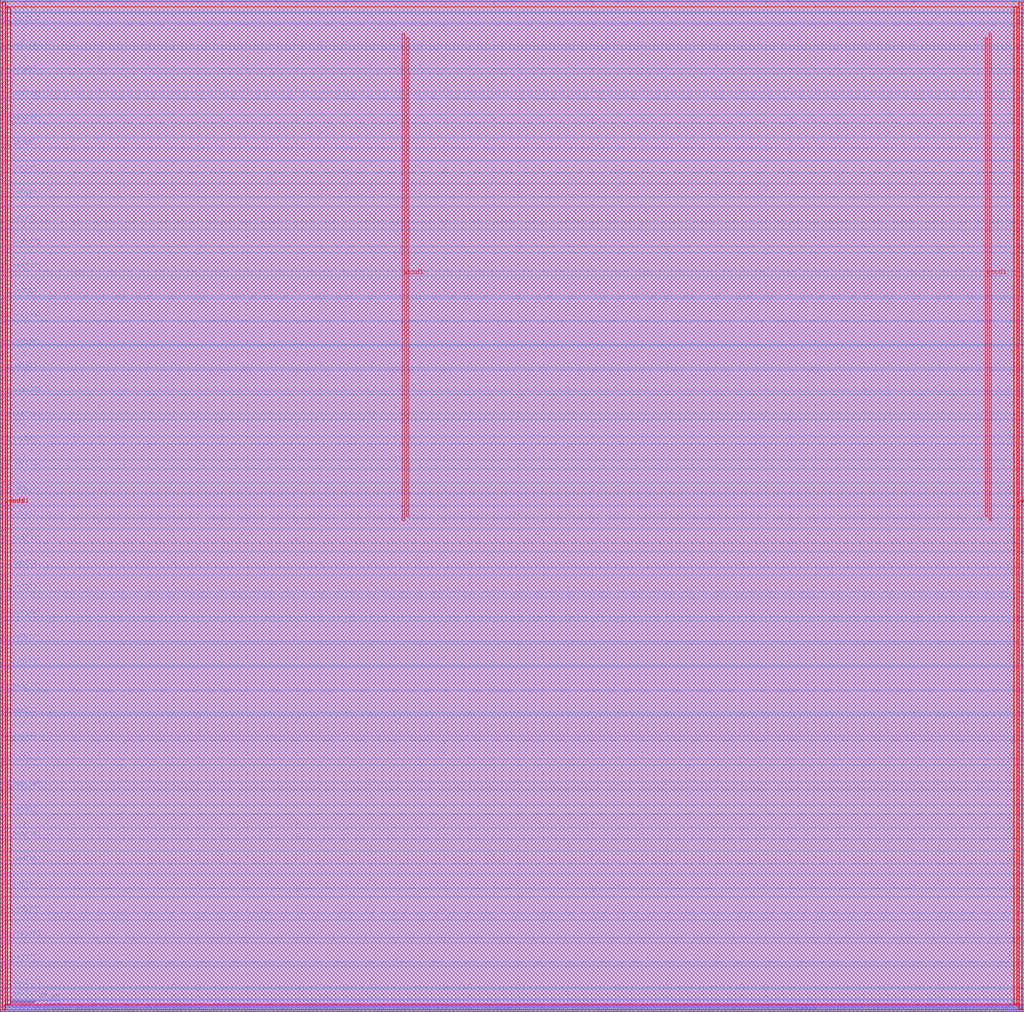
<source format=lef>
##
## LEF for PtnCells ;
## created by Innovus v20.10-p004_1 on Mon May 30 23:57:16 2022
##

VERSION 5.8 ;

BUSBITCHARS "[]" ;
DIVIDERCHAR "/" ;

MACRO user_proj_example
  CLASS BLOCK ;
  SIZE 829.380000 BY 820.080000 ;
  FOREIGN user_proj_example 0.000000 0.000000 ;
  ORIGIN 0 0 ;
  SYMMETRY X Y R90 ;
  PIN wb_clk_i
    DIRECTION INPUT ;
    USE SIGNAL ;
    ANTENNAMODEL OXIDE1 ;
    ANTENNAGATEAREA 0.852 LAYER met2  ;
    ANTENNAPARTIALMETALAREA 0.973 LAYER met2  ;
    ANTENNAPARTIALMETALSIDEAREA 4.704 LAYER met2  ;
    ANTENNAPARTIALCUTAREA 0.04 LAYER via2  ;
    ANTENNAPARTIALMETALAREA 90.6468 LAYER met3  ;
    ANTENNAPARTIALMETALSIDEAREA 483.92 LAYER met3  ;
    ANTENNAGATEAREA 0.852 LAYER met3  ;
    ANTENNAMAXAREACAR 163.028 LAYER met3  ;
    ANTENNAMAXSIDEAREACAR 850.035 LAYER met3  ;
    ANTENNAMAXCUTCAR 0.107277 LAYER via3  ;
    PORT
      LAYER met2 ;
        RECT 1.625000 0.000000 1.765000 0.490000 ;
    END
  END wb_clk_i
  PIN wb_rst_i
    DIRECTION INPUT ;
    USE SIGNAL ;
    ANTENNAPARTIALMETALAREA 0.8139 LAYER met2  ;
    ANTENNAPARTIALMETALSIDEAREA 3.7905 LAYER met2  ;
    ANTENNAPARTIALCUTAREA 0.04 LAYER via2  ;
    ANTENNAPARTIALMETALAREA 0.4 LAYER met3  ;
    ANTENNAPARTIALMETALSIDEAREA 2.6 LAYER met3  ;
    ANTENNAPARTIALCUTAREA 0.04 LAYER via3  ;
    ANTENNAPARTIALMETALAREA 37.9998 LAYER met4  ;
    ANTENNAPARTIALMETALSIDEAREA 203.136 LAYER met4  ;
    ANTENNAMODEL OXIDE1 ;
    ANTENNAGATEAREA 1.485 LAYER met4  ;
    ANTENNAMAXAREACAR 28.6877 LAYER met4  ;
    ANTENNAMAXSIDEAREACAR 151.521 LAYER met4  ;
    ANTENNAMAXCUTCAR 0.15771 LAYER via4  ;
    PORT
      LAYER met2 ;
        RECT 0.620000 0.000000 0.760000 0.490000 ;
    END
  END wb_rst_i
  PIN wbs_stb_i
    DIRECTION INPUT ;
    USE SIGNAL ;
    PORT
      LAYER met2 ;
        RECT 176.315000 0.000000 176.455000 0.490000 ;
    END
  END wbs_stb_i
  PIN wbs_cyc_i
    DIRECTION INPUT ;
    USE SIGNAL ;
    PORT
      LAYER met2 ;
        RECT 59.290000 0.000000 59.430000 0.490000 ;
    END
  END wbs_cyc_i
  PIN wbs_we_i
    DIRECTION INPUT ;
    USE SIGNAL ;
    PORT
      LAYER met2 ;
        RECT 178.010000 0.000000 178.150000 0.490000 ;
    END
  END wbs_we_i
  PIN wbs_sel_i[3]
    DIRECTION INPUT ;
    USE SIGNAL ;
    PORT
      LAYER met2 ;
        RECT 174.620000 0.000000 174.760000 0.490000 ;
    END
  END wbs_sel_i[3]
  PIN wbs_sel_i[2]
    DIRECTION INPUT ;
    USE SIGNAL ;
    PORT
      LAYER met2 ;
        RECT 172.920000 0.000000 173.060000 0.490000 ;
    END
  END wbs_sel_i[2]
  PIN wbs_sel_i[1]
    DIRECTION INPUT ;
    USE SIGNAL ;
    PORT
      LAYER met2 ;
        RECT 171.225000 0.000000 171.365000 0.490000 ;
    END
  END wbs_sel_i[1]
  PIN wbs_sel_i[0]
    DIRECTION INPUT ;
    USE SIGNAL ;
    PORT
      LAYER met2 ;
        RECT 169.530000 0.000000 169.670000 0.490000 ;
    END
  END wbs_sel_i[0]
  PIN wbs_dat_i[31]
    DIRECTION INPUT ;
    USE SIGNAL ;
    PORT
      LAYER met2 ;
        RECT 113.560000 0.000000 113.700000 0.490000 ;
    END
  END wbs_dat_i[31]
  PIN wbs_dat_i[30]
    DIRECTION INPUT ;
    USE SIGNAL ;
    PORT
      LAYER met2 ;
        RECT 111.865000 0.000000 112.005000 0.490000 ;
    END
  END wbs_dat_i[30]
  PIN wbs_dat_i[29]
    DIRECTION INPUT ;
    USE SIGNAL ;
    PORT
      LAYER met2 ;
        RECT 110.170000 0.000000 110.310000 0.490000 ;
    END
  END wbs_dat_i[29]
  PIN wbs_dat_i[28]
    DIRECTION INPUT ;
    USE SIGNAL ;
    PORT
      LAYER met2 ;
        RECT 108.475000 0.000000 108.615000 0.490000 ;
    END
  END wbs_dat_i[28]
  PIN wbs_dat_i[27]
    DIRECTION INPUT ;
    USE SIGNAL ;
    PORT
      LAYER met2 ;
        RECT 106.780000 0.000000 106.920000 0.490000 ;
    END
  END wbs_dat_i[27]
  PIN wbs_dat_i[26]
    DIRECTION INPUT ;
    USE SIGNAL ;
    PORT
      LAYER met2 ;
        RECT 105.080000 0.000000 105.220000 0.490000 ;
    END
  END wbs_dat_i[26]
  PIN wbs_dat_i[25]
    DIRECTION INPUT ;
    USE SIGNAL ;
    PORT
      LAYER met2 ;
        RECT 103.385000 0.000000 103.525000 0.490000 ;
    END
  END wbs_dat_i[25]
  PIN wbs_dat_i[24]
    DIRECTION INPUT ;
    USE SIGNAL ;
    PORT
      LAYER met2 ;
        RECT 101.690000 0.000000 101.830000 0.490000 ;
    END
  END wbs_dat_i[24]
  PIN wbs_dat_i[23]
    DIRECTION INPUT ;
    USE SIGNAL ;
    PORT
      LAYER met2 ;
        RECT 99.995000 0.000000 100.135000 0.490000 ;
    END
  END wbs_dat_i[23]
  PIN wbs_dat_i[22]
    DIRECTION INPUT ;
    USE SIGNAL ;
    PORT
      LAYER met2 ;
        RECT 98.300000 0.000000 98.440000 0.490000 ;
    END
  END wbs_dat_i[22]
  PIN wbs_dat_i[21]
    DIRECTION INPUT ;
    USE SIGNAL ;
    PORT
      LAYER met2 ;
        RECT 96.600000 0.000000 96.740000 0.490000 ;
    END
  END wbs_dat_i[21]
  PIN wbs_dat_i[20]
    DIRECTION INPUT ;
    USE SIGNAL ;
    PORT
      LAYER met2 ;
        RECT 94.905000 0.000000 95.045000 0.490000 ;
    END
  END wbs_dat_i[20]
  PIN wbs_dat_i[19]
    DIRECTION INPUT ;
    USE SIGNAL ;
    PORT
      LAYER met2 ;
        RECT 93.210000 0.000000 93.350000 0.490000 ;
    END
  END wbs_dat_i[19]
  PIN wbs_dat_i[18]
    DIRECTION INPUT ;
    USE SIGNAL ;
    PORT
      LAYER met2 ;
        RECT 91.515000 0.000000 91.655000 0.490000 ;
    END
  END wbs_dat_i[18]
  PIN wbs_dat_i[17]
    DIRECTION INPUT ;
    USE SIGNAL ;
    PORT
      LAYER met2 ;
        RECT 89.820000 0.000000 89.960000 0.490000 ;
    END
  END wbs_dat_i[17]
  PIN wbs_dat_i[16]
    DIRECTION INPUT ;
    USE SIGNAL ;
    PORT
      LAYER met2 ;
        RECT 88.120000 0.000000 88.260000 0.490000 ;
    END
  END wbs_dat_i[16]
  PIN wbs_dat_i[15]
    DIRECTION INPUT ;
    USE SIGNAL ;
    PORT
      LAYER met2 ;
        RECT 86.425000 0.000000 86.565000 0.490000 ;
    END
  END wbs_dat_i[15]
  PIN wbs_dat_i[14]
    DIRECTION INPUT ;
    USE SIGNAL ;
    PORT
      LAYER met2 ;
        RECT 84.730000 0.000000 84.870000 0.490000 ;
    END
  END wbs_dat_i[14]
  PIN wbs_dat_i[13]
    DIRECTION INPUT ;
    USE SIGNAL ;
    PORT
      LAYER met2 ;
        RECT 83.035000 0.000000 83.175000 0.490000 ;
    END
  END wbs_dat_i[13]
  PIN wbs_dat_i[12]
    DIRECTION INPUT ;
    USE SIGNAL ;
    PORT
      LAYER met2 ;
        RECT 81.340000 0.000000 81.480000 0.490000 ;
    END
  END wbs_dat_i[12]
  PIN wbs_dat_i[11]
    DIRECTION INPUT ;
    USE SIGNAL ;
    PORT
      LAYER met2 ;
        RECT 79.640000 0.000000 79.780000 0.490000 ;
    END
  END wbs_dat_i[11]
  PIN wbs_dat_i[10]
    DIRECTION INPUT ;
    USE SIGNAL ;
    PORT
      LAYER met2 ;
        RECT 77.945000 0.000000 78.085000 0.490000 ;
    END
  END wbs_dat_i[10]
  PIN wbs_dat_i[9]
    DIRECTION INPUT ;
    USE SIGNAL ;
    PORT
      LAYER met2 ;
        RECT 76.250000 0.000000 76.390000 0.490000 ;
    END
  END wbs_dat_i[9]
  PIN wbs_dat_i[8]
    DIRECTION INPUT ;
    USE SIGNAL ;
    PORT
      LAYER met2 ;
        RECT 74.555000 0.000000 74.695000 0.490000 ;
    END
  END wbs_dat_i[8]
  PIN wbs_dat_i[7]
    DIRECTION INPUT ;
    USE SIGNAL ;
    PORT
      LAYER met2 ;
        RECT 72.860000 0.000000 73.000000 0.490000 ;
    END
  END wbs_dat_i[7]
  PIN wbs_dat_i[6]
    DIRECTION INPUT ;
    USE SIGNAL ;
    PORT
      LAYER met2 ;
        RECT 71.160000 0.000000 71.300000 0.490000 ;
    END
  END wbs_dat_i[6]
  PIN wbs_dat_i[5]
    DIRECTION INPUT ;
    USE SIGNAL ;
    PORT
      LAYER met2 ;
        RECT 69.465000 0.000000 69.605000 0.490000 ;
    END
  END wbs_dat_i[5]
  PIN wbs_dat_i[4]
    DIRECTION INPUT ;
    USE SIGNAL ;
    PORT
      LAYER met2 ;
        RECT 67.770000 0.000000 67.910000 0.490000 ;
    END
  END wbs_dat_i[4]
  PIN wbs_dat_i[3]
    DIRECTION INPUT ;
    USE SIGNAL ;
    PORT
      LAYER met2 ;
        RECT 66.075000 0.000000 66.215000 0.490000 ;
    END
  END wbs_dat_i[3]
  PIN wbs_dat_i[2]
    DIRECTION INPUT ;
    USE SIGNAL ;
    PORT
      LAYER met2 ;
        RECT 64.380000 0.000000 64.520000 0.490000 ;
    END
  END wbs_dat_i[2]
  PIN wbs_dat_i[1]
    DIRECTION INPUT ;
    USE SIGNAL ;
    PORT
      LAYER met2 ;
        RECT 62.680000 0.000000 62.820000 0.490000 ;
    END
  END wbs_dat_i[1]
  PIN wbs_dat_i[0]
    DIRECTION INPUT ;
    USE SIGNAL ;
    PORT
      LAYER met2 ;
        RECT 60.985000 0.000000 61.125000 0.490000 ;
    END
  END wbs_dat_i[0]
  PIN wbs_adr_i[31]
    DIRECTION INPUT ;
    USE SIGNAL ;
    PORT
      LAYER met2 ;
        RECT 57.595000 0.000000 57.735000 0.490000 ;
    END
  END wbs_adr_i[31]
  PIN wbs_adr_i[30]
    DIRECTION INPUT ;
    USE SIGNAL ;
    PORT
      LAYER met2 ;
        RECT 55.900000 0.000000 56.040000 0.490000 ;
    END
  END wbs_adr_i[30]
  PIN wbs_adr_i[29]
    DIRECTION INPUT ;
    USE SIGNAL ;
    PORT
      LAYER met2 ;
        RECT 54.200000 0.000000 54.340000 0.490000 ;
    END
  END wbs_adr_i[29]
  PIN wbs_adr_i[28]
    DIRECTION INPUT ;
    USE SIGNAL ;
    PORT
      LAYER met2 ;
        RECT 52.505000 0.000000 52.645000 0.490000 ;
    END
  END wbs_adr_i[28]
  PIN wbs_adr_i[27]
    DIRECTION INPUT ;
    USE SIGNAL ;
    PORT
      LAYER met2 ;
        RECT 50.810000 0.000000 50.950000 0.490000 ;
    END
  END wbs_adr_i[27]
  PIN wbs_adr_i[26]
    DIRECTION INPUT ;
    USE SIGNAL ;
    PORT
      LAYER met2 ;
        RECT 49.115000 0.000000 49.255000 0.490000 ;
    END
  END wbs_adr_i[26]
  PIN wbs_adr_i[25]
    DIRECTION INPUT ;
    USE SIGNAL ;
    PORT
      LAYER met2 ;
        RECT 47.420000 0.000000 47.560000 0.490000 ;
    END
  END wbs_adr_i[25]
  PIN wbs_adr_i[24]
    DIRECTION INPUT ;
    USE SIGNAL ;
    PORT
      LAYER met2 ;
        RECT 45.720000 0.000000 45.860000 0.490000 ;
    END
  END wbs_adr_i[24]
  PIN wbs_adr_i[23]
    DIRECTION INPUT ;
    USE SIGNAL ;
    PORT
      LAYER met2 ;
        RECT 44.025000 0.000000 44.165000 0.490000 ;
    END
  END wbs_adr_i[23]
  PIN wbs_adr_i[22]
    DIRECTION INPUT ;
    USE SIGNAL ;
    PORT
      LAYER met2 ;
        RECT 42.330000 0.000000 42.470000 0.490000 ;
    END
  END wbs_adr_i[22]
  PIN wbs_adr_i[21]
    DIRECTION INPUT ;
    USE SIGNAL ;
    PORT
      LAYER met2 ;
        RECT 40.635000 0.000000 40.775000 0.490000 ;
    END
  END wbs_adr_i[21]
  PIN wbs_adr_i[20]
    DIRECTION INPUT ;
    USE SIGNAL ;
    PORT
      LAYER met2 ;
        RECT 38.940000 0.000000 39.080000 0.490000 ;
    END
  END wbs_adr_i[20]
  PIN wbs_adr_i[19]
    DIRECTION INPUT ;
    USE SIGNAL ;
    PORT
      LAYER met2 ;
        RECT 37.240000 0.000000 37.380000 0.490000 ;
    END
  END wbs_adr_i[19]
  PIN wbs_adr_i[18]
    DIRECTION INPUT ;
    USE SIGNAL ;
    PORT
      LAYER met2 ;
        RECT 35.545000 0.000000 35.685000 0.490000 ;
    END
  END wbs_adr_i[18]
  PIN wbs_adr_i[17]
    DIRECTION INPUT ;
    USE SIGNAL ;
    PORT
      LAYER met2 ;
        RECT 33.850000 0.000000 33.990000 0.490000 ;
    END
  END wbs_adr_i[17]
  PIN wbs_adr_i[16]
    DIRECTION INPUT ;
    USE SIGNAL ;
    PORT
      LAYER met2 ;
        RECT 32.155000 0.000000 32.295000 0.490000 ;
    END
  END wbs_adr_i[16]
  PIN wbs_adr_i[15]
    DIRECTION INPUT ;
    USE SIGNAL ;
    PORT
      LAYER met2 ;
        RECT 30.460000 0.000000 30.600000 0.490000 ;
    END
  END wbs_adr_i[15]
  PIN wbs_adr_i[14]
    DIRECTION INPUT ;
    USE SIGNAL ;
    PORT
      LAYER met2 ;
        RECT 28.760000 0.000000 28.900000 0.490000 ;
    END
  END wbs_adr_i[14]
  PIN wbs_adr_i[13]
    DIRECTION INPUT ;
    USE SIGNAL ;
    PORT
      LAYER met2 ;
        RECT 27.065000 0.000000 27.205000 0.490000 ;
    END
  END wbs_adr_i[13]
  PIN wbs_adr_i[12]
    DIRECTION INPUT ;
    USE SIGNAL ;
    PORT
      LAYER met2 ;
        RECT 25.370000 0.000000 25.510000 0.490000 ;
    END
  END wbs_adr_i[12]
  PIN wbs_adr_i[11]
    DIRECTION INPUT ;
    USE SIGNAL ;
    PORT
      LAYER met2 ;
        RECT 23.675000 0.000000 23.815000 0.490000 ;
    END
  END wbs_adr_i[11]
  PIN wbs_adr_i[10]
    DIRECTION INPUT ;
    USE SIGNAL ;
    PORT
      LAYER met2 ;
        RECT 21.980000 0.000000 22.120000 0.490000 ;
    END
  END wbs_adr_i[10]
  PIN wbs_adr_i[9]
    DIRECTION INPUT ;
    USE SIGNAL ;
    PORT
      LAYER met2 ;
        RECT 20.280000 0.000000 20.420000 0.490000 ;
    END
  END wbs_adr_i[9]
  PIN wbs_adr_i[8]
    DIRECTION INPUT ;
    USE SIGNAL ;
    PORT
      LAYER met2 ;
        RECT 18.585000 0.000000 18.725000 0.490000 ;
    END
  END wbs_adr_i[8]
  PIN wbs_adr_i[7]
    DIRECTION INPUT ;
    USE SIGNAL ;
    PORT
      LAYER met2 ;
        RECT 16.890000 0.000000 17.030000 0.490000 ;
    END
  END wbs_adr_i[7]
  PIN wbs_adr_i[6]
    DIRECTION INPUT ;
    USE SIGNAL ;
    PORT
      LAYER met2 ;
        RECT 15.195000 0.000000 15.335000 0.490000 ;
    END
  END wbs_adr_i[6]
  PIN wbs_adr_i[5]
    DIRECTION INPUT ;
    USE SIGNAL ;
    PORT
      LAYER met2 ;
        RECT 13.500000 0.000000 13.640000 0.490000 ;
    END
  END wbs_adr_i[5]
  PIN wbs_adr_i[4]
    DIRECTION INPUT ;
    USE SIGNAL ;
    PORT
      LAYER met2 ;
        RECT 11.800000 0.000000 11.940000 0.490000 ;
    END
  END wbs_adr_i[4]
  PIN wbs_adr_i[3]
    DIRECTION INPUT ;
    USE SIGNAL ;
    PORT
      LAYER met2 ;
        RECT 10.105000 0.000000 10.245000 0.490000 ;
    END
  END wbs_adr_i[3]
  PIN wbs_adr_i[2]
    DIRECTION INPUT ;
    USE SIGNAL ;
    PORT
      LAYER met2 ;
        RECT 8.410000 0.000000 8.550000 0.490000 ;
    END
  END wbs_adr_i[2]
  PIN wbs_adr_i[1]
    DIRECTION INPUT ;
    USE SIGNAL ;
    PORT
      LAYER met2 ;
        RECT 6.715000 0.000000 6.855000 0.490000 ;
    END
  END wbs_adr_i[1]
  PIN wbs_adr_i[0]
    DIRECTION INPUT ;
    USE SIGNAL ;
    PORT
      LAYER met2 ;
        RECT 5.020000 0.000000 5.160000 0.490000 ;
    END
  END wbs_adr_i[0]
  PIN wbs_ack_o
    DIRECTION OUTPUT ;
    USE SIGNAL ;
    ANTENNAPARTIALMETALAREA 10.5593 LAYER met2  ;
    ANTENNAPARTIALMETALSIDEAREA 52.6155 LAYER met2  ;
    ANTENNAPARTIALCUTAREA 0.04 LAYER via2  ;
    ANTENNAPARTIALMETALAREA 137.394 LAYER met3  ;
    ANTENNAPARTIALMETALSIDEAREA 751.728 LAYER met3  ;
    ANTENNAPARTIALCUTAREA 0.04 LAYER via3  ;
    ANTENNAPARTIALMETALAREA 97.3467 LAYER met4  ;
    ANTENNAPARTIALMETALSIDEAREA 520.56 LAYER met4  ;
    PORT
      LAYER met2 ;
        RECT 3.320000 0.000000 3.460000 0.490000 ;
    END
  END wbs_ack_o
  PIN wbs_dat_o[31]
    DIRECTION OUTPUT ;
    USE SIGNAL ;
    ANTENNAPARTIALMETALAREA 10.5593 LAYER met2  ;
    ANTENNAPARTIALMETALSIDEAREA 52.6155 LAYER met2  ;
    ANTENNAPARTIALCUTAREA 0.04 LAYER via2  ;
    ANTENNAPARTIALMETALAREA 137.394 LAYER met3  ;
    ANTENNAPARTIALMETALSIDEAREA 751.728 LAYER met3  ;
    ANTENNAPARTIALCUTAREA 0.04 LAYER via3  ;
    ANTENNAPARTIALMETALAREA 97.3467 LAYER met4  ;
    ANTENNAPARTIALMETALSIDEAREA 520.56 LAYER met4  ;
    PORT
      LAYER met2 ;
        RECT 167.835000 0.000000 167.975000 0.490000 ;
    END
  END wbs_dat_o[31]
  PIN wbs_dat_o[30]
    DIRECTION OUTPUT ;
    USE SIGNAL ;
    ANTENNAPARTIALMETALAREA 10.5691 LAYER met2  ;
    ANTENNAPARTIALMETALSIDEAREA 52.6645 LAYER met2  ;
    ANTENNAPARTIALCUTAREA 0.04 LAYER via2  ;
    ANTENNAPARTIALMETALAREA 137.394 LAYER met3  ;
    ANTENNAPARTIALMETALSIDEAREA 751.728 LAYER met3  ;
    ANTENNAPARTIALCUTAREA 0.04 LAYER via3  ;
    ANTENNAPARTIALMETALAREA 97.3467 LAYER met4  ;
    ANTENNAPARTIALMETALSIDEAREA 520.56 LAYER met4  ;
    PORT
      LAYER met2 ;
        RECT 166.140000 0.000000 166.280000 0.490000 ;
    END
  END wbs_dat_o[30]
  PIN wbs_dat_o[29]
    DIRECTION OUTPUT ;
    USE SIGNAL ;
    ANTENNAPARTIALMETALAREA 10.5691 LAYER met2  ;
    ANTENNAPARTIALMETALSIDEAREA 52.717 LAYER met2  ;
    ANTENNAPARTIALCUTAREA 0.04 LAYER via2  ;
    ANTENNAPARTIALMETALAREA 137.394 LAYER met3  ;
    ANTENNAPARTIALMETALSIDEAREA 751.728 LAYER met3  ;
    ANTENNAPARTIALCUTAREA 0.04 LAYER via3  ;
    ANTENNAPARTIALMETALAREA 97.3467 LAYER met4  ;
    ANTENNAPARTIALMETALSIDEAREA 520.56 LAYER met4  ;
    PORT
      LAYER met2 ;
        RECT 164.440000 0.000000 164.580000 0.490000 ;
    END
  END wbs_dat_o[29]
  PIN wbs_dat_o[28]
    DIRECTION OUTPUT ;
    USE SIGNAL ;
    ANTENNAPARTIALMETALAREA 10.5691 LAYER met2  ;
    ANTENNAPARTIALMETALSIDEAREA 52.717 LAYER met2  ;
    ANTENNAPARTIALCUTAREA 0.04 LAYER via2  ;
    ANTENNAPARTIALMETALAREA 137.394 LAYER met3  ;
    ANTENNAPARTIALMETALSIDEAREA 751.728 LAYER met3  ;
    ANTENNAPARTIALCUTAREA 0.04 LAYER via3  ;
    ANTENNAPARTIALMETALAREA 97.3467 LAYER met4  ;
    ANTENNAPARTIALMETALSIDEAREA 520.56 LAYER met4  ;
    PORT
      LAYER met2 ;
        RECT 162.745000 0.000000 162.885000 0.490000 ;
    END
  END wbs_dat_o[28]
  PIN wbs_dat_o[27]
    DIRECTION OUTPUT ;
    USE SIGNAL ;
    ANTENNAPARTIALMETALAREA 10.5691 LAYER met2  ;
    ANTENNAPARTIALMETALSIDEAREA 52.717 LAYER met2  ;
    ANTENNAPARTIALCUTAREA 0.04 LAYER via2  ;
    ANTENNAPARTIALMETALAREA 137.394 LAYER met3  ;
    ANTENNAPARTIALMETALSIDEAREA 751.728 LAYER met3  ;
    ANTENNAPARTIALCUTAREA 0.04 LAYER via3  ;
    ANTENNAPARTIALMETALAREA 97.3467 LAYER met4  ;
    ANTENNAPARTIALMETALSIDEAREA 520.56 LAYER met4  ;
    PORT
      LAYER met2 ;
        RECT 161.050000 0.000000 161.190000 0.490000 ;
    END
  END wbs_dat_o[27]
  PIN wbs_dat_o[26]
    DIRECTION OUTPUT ;
    USE SIGNAL ;
    ANTENNAPARTIALMETALAREA 10.5691 LAYER met2  ;
    ANTENNAPARTIALMETALSIDEAREA 52.717 LAYER met2  ;
    ANTENNAPARTIALCUTAREA 0.04 LAYER via2  ;
    ANTENNAPARTIALMETALAREA 137.394 LAYER met3  ;
    ANTENNAPARTIALMETALSIDEAREA 751.728 LAYER met3  ;
    ANTENNAPARTIALCUTAREA 0.04 LAYER via3  ;
    ANTENNAPARTIALMETALAREA 97.3467 LAYER met4  ;
    ANTENNAPARTIALMETALSIDEAREA 520.56 LAYER met4  ;
    PORT
      LAYER met2 ;
        RECT 159.355000 0.000000 159.495000 0.490000 ;
    END
  END wbs_dat_o[26]
  PIN wbs_dat_o[25]
    DIRECTION OUTPUT ;
    USE SIGNAL ;
    ANTENNAPARTIALMETALAREA 10.5691 LAYER met2  ;
    ANTENNAPARTIALMETALSIDEAREA 52.717 LAYER met2  ;
    ANTENNAPARTIALCUTAREA 0.04 LAYER via2  ;
    ANTENNAPARTIALMETALAREA 137.394 LAYER met3  ;
    ANTENNAPARTIALMETALSIDEAREA 751.728 LAYER met3  ;
    ANTENNAPARTIALCUTAREA 0.04 LAYER via3  ;
    ANTENNAPARTIALMETALAREA 97.3467 LAYER met4  ;
    ANTENNAPARTIALMETALSIDEAREA 520.56 LAYER met4  ;
    PORT
      LAYER met2 ;
        RECT 157.660000 0.000000 157.800000 0.490000 ;
    END
  END wbs_dat_o[25]
  PIN wbs_dat_o[24]
    DIRECTION OUTPUT ;
    USE SIGNAL ;
    ANTENNAPARTIALMETALAREA 10.5691 LAYER met2  ;
    ANTENNAPARTIALMETALSIDEAREA 52.717 LAYER met2  ;
    ANTENNAPARTIALCUTAREA 0.04 LAYER via2  ;
    ANTENNAPARTIALMETALAREA 137.394 LAYER met3  ;
    ANTENNAPARTIALMETALSIDEAREA 751.728 LAYER met3  ;
    ANTENNAPARTIALCUTAREA 0.04 LAYER via3  ;
    ANTENNAPARTIALMETALAREA 97.3467 LAYER met4  ;
    ANTENNAPARTIALMETALSIDEAREA 520.56 LAYER met4  ;
    PORT
      LAYER met2 ;
        RECT 155.960000 0.000000 156.100000 0.490000 ;
    END
  END wbs_dat_o[24]
  PIN wbs_dat_o[23]
    DIRECTION OUTPUT ;
    USE SIGNAL ;
    ANTENNAPARTIALMETALAREA 10.5691 LAYER met2  ;
    ANTENNAPARTIALMETALSIDEAREA 52.717 LAYER met2  ;
    ANTENNAPARTIALCUTAREA 0.04 LAYER via2  ;
    ANTENNAPARTIALMETALAREA 137.394 LAYER met3  ;
    ANTENNAPARTIALMETALSIDEAREA 751.728 LAYER met3  ;
    ANTENNAPARTIALCUTAREA 0.04 LAYER via3  ;
    ANTENNAPARTIALMETALAREA 97.3467 LAYER met4  ;
    ANTENNAPARTIALMETALSIDEAREA 520.56 LAYER met4  ;
    PORT
      LAYER met2 ;
        RECT 154.265000 0.000000 154.405000 0.490000 ;
    END
  END wbs_dat_o[23]
  PIN wbs_dat_o[22]
    DIRECTION OUTPUT ;
    USE SIGNAL ;
    ANTENNAPARTIALMETALAREA 10.5691 LAYER met2  ;
    ANTENNAPARTIALMETALSIDEAREA 52.717 LAYER met2  ;
    ANTENNAPARTIALCUTAREA 0.04 LAYER via2  ;
    ANTENNAPARTIALMETALAREA 137.394 LAYER met3  ;
    ANTENNAPARTIALMETALSIDEAREA 751.728 LAYER met3  ;
    ANTENNAPARTIALCUTAREA 0.04 LAYER via3  ;
    ANTENNAPARTIALMETALAREA 97.3467 LAYER met4  ;
    ANTENNAPARTIALMETALSIDEAREA 520.56 LAYER met4  ;
    PORT
      LAYER met2 ;
        RECT 152.570000 0.000000 152.710000 0.490000 ;
    END
  END wbs_dat_o[22]
  PIN wbs_dat_o[21]
    DIRECTION OUTPUT ;
    USE SIGNAL ;
    ANTENNAPARTIALMETALAREA 10.5691 LAYER met2  ;
    ANTENNAPARTIALMETALSIDEAREA 52.717 LAYER met2  ;
    ANTENNAPARTIALCUTAREA 0.04 LAYER via2  ;
    ANTENNAPARTIALMETALAREA 137.394 LAYER met3  ;
    ANTENNAPARTIALMETALSIDEAREA 751.728 LAYER met3  ;
    ANTENNAPARTIALCUTAREA 0.04 LAYER via3  ;
    ANTENNAPARTIALMETALAREA 97.3467 LAYER met4  ;
    ANTENNAPARTIALMETALSIDEAREA 520.56 LAYER met4  ;
    PORT
      LAYER met2 ;
        RECT 150.875000 0.000000 151.015000 0.490000 ;
    END
  END wbs_dat_o[21]
  PIN wbs_dat_o[20]
    DIRECTION OUTPUT ;
    USE SIGNAL ;
    ANTENNAPARTIALMETALAREA 10.5691 LAYER met2  ;
    ANTENNAPARTIALMETALSIDEAREA 52.717 LAYER met2  ;
    ANTENNAPARTIALCUTAREA 0.04 LAYER via2  ;
    ANTENNAPARTIALMETALAREA 137.394 LAYER met3  ;
    ANTENNAPARTIALMETALSIDEAREA 751.728 LAYER met3  ;
    ANTENNAPARTIALCUTAREA 0.04 LAYER via3  ;
    ANTENNAPARTIALMETALAREA 97.3467 LAYER met4  ;
    ANTENNAPARTIALMETALSIDEAREA 520.56 LAYER met4  ;
    PORT
      LAYER met2 ;
        RECT 149.180000 0.000000 149.320000 0.490000 ;
    END
  END wbs_dat_o[20]
  PIN wbs_dat_o[19]
    DIRECTION OUTPUT ;
    USE SIGNAL ;
    ANTENNAPARTIALMETALAREA 10.5691 LAYER met2  ;
    ANTENNAPARTIALMETALSIDEAREA 52.717 LAYER met2  ;
    ANTENNAPARTIALCUTAREA 0.04 LAYER via2  ;
    ANTENNAPARTIALMETALAREA 137.394 LAYER met3  ;
    ANTENNAPARTIALMETALSIDEAREA 751.728 LAYER met3  ;
    ANTENNAPARTIALCUTAREA 0.04 LAYER via3  ;
    ANTENNAPARTIALMETALAREA 97.3467 LAYER met4  ;
    ANTENNAPARTIALMETALSIDEAREA 520.56 LAYER met4  ;
    PORT
      LAYER met2 ;
        RECT 147.480000 0.000000 147.620000 0.490000 ;
    END
  END wbs_dat_o[19]
  PIN wbs_dat_o[18]
    DIRECTION OUTPUT ;
    USE SIGNAL ;
    ANTENNAPARTIALMETALAREA 10.5691 LAYER met2  ;
    ANTENNAPARTIALMETALSIDEAREA 52.6645 LAYER met2  ;
    ANTENNAPARTIALCUTAREA 0.04 LAYER via2  ;
    ANTENNAPARTIALMETALAREA 137.394 LAYER met3  ;
    ANTENNAPARTIALMETALSIDEAREA 751.728 LAYER met3  ;
    ANTENNAPARTIALCUTAREA 0.04 LAYER via3  ;
    ANTENNAPARTIALMETALAREA 97.3467 LAYER met4  ;
    ANTENNAPARTIALMETALSIDEAREA 520.56 LAYER met4  ;
    PORT
      LAYER met2 ;
        RECT 145.785000 0.000000 145.925000 0.490000 ;
    END
  END wbs_dat_o[18]
  PIN wbs_dat_o[17]
    DIRECTION OUTPUT ;
    USE SIGNAL ;
    ANTENNAPARTIALMETALAREA 10.5691 LAYER met2  ;
    ANTENNAPARTIALMETALSIDEAREA 52.717 LAYER met2  ;
    ANTENNAPARTIALCUTAREA 0.04 LAYER via2  ;
    ANTENNAPARTIALMETALAREA 137.394 LAYER met3  ;
    ANTENNAPARTIALMETALSIDEAREA 751.728 LAYER met3  ;
    ANTENNAPARTIALCUTAREA 0.04 LAYER via3  ;
    ANTENNAPARTIALMETALAREA 97.3467 LAYER met4  ;
    ANTENNAPARTIALMETALSIDEAREA 520.56 LAYER met4  ;
    PORT
      LAYER met2 ;
        RECT 144.090000 0.000000 144.230000 0.490000 ;
    END
  END wbs_dat_o[17]
  PIN wbs_dat_o[16]
    DIRECTION OUTPUT ;
    USE SIGNAL ;
    ANTENNAPARTIALMETALAREA 10.5691 LAYER met2  ;
    ANTENNAPARTIALMETALSIDEAREA 52.717 LAYER met2  ;
    ANTENNAPARTIALCUTAREA 0.04 LAYER via2  ;
    ANTENNAPARTIALMETALAREA 137.394 LAYER met3  ;
    ANTENNAPARTIALMETALSIDEAREA 751.728 LAYER met3  ;
    ANTENNAPARTIALCUTAREA 0.04 LAYER via3  ;
    ANTENNAPARTIALMETALAREA 97.3467 LAYER met4  ;
    ANTENNAPARTIALMETALSIDEAREA 520.56 LAYER met4  ;
    PORT
      LAYER met2 ;
        RECT 142.395000 0.000000 142.535000 0.490000 ;
    END
  END wbs_dat_o[16]
  PIN wbs_dat_o[15]
    DIRECTION OUTPUT ;
    USE SIGNAL ;
    ANTENNAPARTIALMETALAREA 10.5691 LAYER met2  ;
    ANTENNAPARTIALMETALSIDEAREA 52.6645 LAYER met2  ;
    ANTENNAPARTIALCUTAREA 0.04 LAYER via2  ;
    ANTENNAPARTIALMETALAREA 137.394 LAYER met3  ;
    ANTENNAPARTIALMETALSIDEAREA 751.728 LAYER met3  ;
    ANTENNAPARTIALCUTAREA 0.04 LAYER via3  ;
    ANTENNAPARTIALMETALAREA 97.3467 LAYER met4  ;
    ANTENNAPARTIALMETALSIDEAREA 520.56 LAYER met4  ;
    PORT
      LAYER met2 ;
        RECT 140.700000 0.000000 140.840000 0.490000 ;
    END
  END wbs_dat_o[15]
  PIN wbs_dat_o[14]
    DIRECTION OUTPUT ;
    USE SIGNAL ;
    ANTENNAPARTIALMETALAREA 10.5691 LAYER met2  ;
    ANTENNAPARTIALMETALSIDEAREA 52.717 LAYER met2  ;
    ANTENNAPARTIALCUTAREA 0.04 LAYER via2  ;
    ANTENNAPARTIALMETALAREA 137.394 LAYER met3  ;
    ANTENNAPARTIALMETALSIDEAREA 751.728 LAYER met3  ;
    ANTENNAPARTIALCUTAREA 0.04 LAYER via3  ;
    ANTENNAPARTIALMETALAREA 97.3467 LAYER met4  ;
    ANTENNAPARTIALMETALSIDEAREA 520.56 LAYER met4  ;
    PORT
      LAYER met2 ;
        RECT 139.000000 0.000000 139.140000 0.490000 ;
    END
  END wbs_dat_o[14]
  PIN wbs_dat_o[13]
    DIRECTION OUTPUT ;
    USE SIGNAL ;
    ANTENNAPARTIALMETALAREA 10.5691 LAYER met2  ;
    ANTENNAPARTIALMETALSIDEAREA 52.717 LAYER met2  ;
    ANTENNAPARTIALCUTAREA 0.04 LAYER via2  ;
    ANTENNAPARTIALMETALAREA 137.394 LAYER met3  ;
    ANTENNAPARTIALMETALSIDEAREA 751.728 LAYER met3  ;
    ANTENNAPARTIALCUTAREA 0.04 LAYER via3  ;
    ANTENNAPARTIALMETALAREA 97.3467 LAYER met4  ;
    ANTENNAPARTIALMETALSIDEAREA 520.56 LAYER met4  ;
    PORT
      LAYER met2 ;
        RECT 137.305000 0.000000 137.445000 0.490000 ;
    END
  END wbs_dat_o[13]
  PIN wbs_dat_o[12]
    DIRECTION OUTPUT ;
    USE SIGNAL ;
    ANTENNAPARTIALMETALAREA 10.5691 LAYER met2  ;
    ANTENNAPARTIALMETALSIDEAREA 52.717 LAYER met2  ;
    ANTENNAPARTIALCUTAREA 0.04 LAYER via2  ;
    ANTENNAPARTIALMETALAREA 137.394 LAYER met3  ;
    ANTENNAPARTIALMETALSIDEAREA 751.728 LAYER met3  ;
    ANTENNAPARTIALCUTAREA 0.04 LAYER via3  ;
    ANTENNAPARTIALMETALAREA 97.3467 LAYER met4  ;
    ANTENNAPARTIALMETALSIDEAREA 520.56 LAYER met4  ;
    PORT
      LAYER met2 ;
        RECT 135.610000 0.000000 135.750000 0.490000 ;
    END
  END wbs_dat_o[12]
  PIN wbs_dat_o[11]
    DIRECTION OUTPUT ;
    USE SIGNAL ;
    ANTENNAPARTIALMETALAREA 10.5691 LAYER met2  ;
    ANTENNAPARTIALMETALSIDEAREA 52.6645 LAYER met2  ;
    ANTENNAPARTIALCUTAREA 0.04 LAYER via2  ;
    ANTENNAPARTIALMETALAREA 137.394 LAYER met3  ;
    ANTENNAPARTIALMETALSIDEAREA 751.728 LAYER met3  ;
    ANTENNAPARTIALCUTAREA 0.04 LAYER via3  ;
    ANTENNAPARTIALMETALAREA 97.3467 LAYER met4  ;
    ANTENNAPARTIALMETALSIDEAREA 520.56 LAYER met4  ;
    PORT
      LAYER met2 ;
        RECT 133.915000 0.000000 134.055000 0.490000 ;
    END
  END wbs_dat_o[11]
  PIN wbs_dat_o[10]
    DIRECTION OUTPUT ;
    USE SIGNAL ;
    ANTENNAPARTIALMETALAREA 10.5691 LAYER met2  ;
    ANTENNAPARTIALMETALSIDEAREA 52.6645 LAYER met2  ;
    ANTENNAPARTIALCUTAREA 0.04 LAYER via2  ;
    ANTENNAPARTIALMETALAREA 137.394 LAYER met3  ;
    ANTENNAPARTIALMETALSIDEAREA 751.728 LAYER met3  ;
    ANTENNAPARTIALCUTAREA 0.04 LAYER via3  ;
    ANTENNAPARTIALMETALAREA 97.3467 LAYER met4  ;
    ANTENNAPARTIALMETALSIDEAREA 520.56 LAYER met4  ;
    PORT
      LAYER met2 ;
        RECT 132.220000 0.000000 132.360000 0.490000 ;
    END
  END wbs_dat_o[10]
  PIN wbs_dat_o[9]
    DIRECTION OUTPUT ;
    USE SIGNAL ;
    ANTENNAPARTIALMETALAREA 10.5691 LAYER met2  ;
    ANTENNAPARTIALMETALSIDEAREA 52.717 LAYER met2  ;
    ANTENNAPARTIALCUTAREA 0.04 LAYER via2  ;
    ANTENNAPARTIALMETALAREA 137.394 LAYER met3  ;
    ANTENNAPARTIALMETALSIDEAREA 751.728 LAYER met3  ;
    ANTENNAPARTIALCUTAREA 0.04 LAYER via3  ;
    ANTENNAPARTIALMETALAREA 97.3467 LAYER met4  ;
    ANTENNAPARTIALMETALSIDEAREA 520.56 LAYER met4  ;
    PORT
      LAYER met2 ;
        RECT 130.520000 0.000000 130.660000 0.490000 ;
    END
  END wbs_dat_o[9]
  PIN wbs_dat_o[8]
    DIRECTION OUTPUT ;
    USE SIGNAL ;
    ANTENNAPARTIALMETALAREA 10.5691 LAYER met2  ;
    ANTENNAPARTIALMETALSIDEAREA 52.6645 LAYER met2  ;
    ANTENNAPARTIALCUTAREA 0.04 LAYER via2  ;
    ANTENNAPARTIALMETALAREA 137.394 LAYER met3  ;
    ANTENNAPARTIALMETALSIDEAREA 751.728 LAYER met3  ;
    ANTENNAPARTIALCUTAREA 0.04 LAYER via3  ;
    ANTENNAPARTIALMETALAREA 97.3467 LAYER met4  ;
    ANTENNAPARTIALMETALSIDEAREA 520.56 LAYER met4  ;
    PORT
      LAYER met2 ;
        RECT 128.825000 0.000000 128.965000 0.490000 ;
    END
  END wbs_dat_o[8]
  PIN wbs_dat_o[7]
    DIRECTION OUTPUT ;
    USE SIGNAL ;
    ANTENNAPARTIALMETALAREA 10.5691 LAYER met2  ;
    ANTENNAPARTIALMETALSIDEAREA 52.6645 LAYER met2  ;
    ANTENNAPARTIALCUTAREA 0.04 LAYER via2  ;
    ANTENNAPARTIALMETALAREA 137.394 LAYER met3  ;
    ANTENNAPARTIALMETALSIDEAREA 751.728 LAYER met3  ;
    ANTENNAPARTIALCUTAREA 0.04 LAYER via3  ;
    ANTENNAPARTIALMETALAREA 97.3467 LAYER met4  ;
    ANTENNAPARTIALMETALSIDEAREA 520.56 LAYER met4  ;
    PORT
      LAYER met2 ;
        RECT 127.130000 0.000000 127.270000 0.490000 ;
    END
  END wbs_dat_o[7]
  PIN wbs_dat_o[6]
    DIRECTION OUTPUT ;
    USE SIGNAL ;
    ANTENNAPARTIALMETALAREA 10.5691 LAYER met2  ;
    ANTENNAPARTIALMETALSIDEAREA 52.717 LAYER met2  ;
    ANTENNAPARTIALCUTAREA 0.04 LAYER via2  ;
    ANTENNAPARTIALMETALAREA 137.394 LAYER met3  ;
    ANTENNAPARTIALMETALSIDEAREA 751.728 LAYER met3  ;
    ANTENNAPARTIALCUTAREA 0.04 LAYER via3  ;
    ANTENNAPARTIALMETALAREA 97.3467 LAYER met4  ;
    ANTENNAPARTIALMETALSIDEAREA 520.56 LAYER met4  ;
    PORT
      LAYER met2 ;
        RECT 125.435000 0.000000 125.575000 0.490000 ;
    END
  END wbs_dat_o[6]
  PIN wbs_dat_o[5]
    DIRECTION OUTPUT ;
    USE SIGNAL ;
    ANTENNAPARTIALMETALAREA 10.5691 LAYER met2  ;
    ANTENNAPARTIALMETALSIDEAREA 52.717 LAYER met2  ;
    ANTENNAPARTIALCUTAREA 0.04 LAYER via2  ;
    ANTENNAPARTIALMETALAREA 137.394 LAYER met3  ;
    ANTENNAPARTIALMETALSIDEAREA 751.728 LAYER met3  ;
    ANTENNAPARTIALCUTAREA 0.04 LAYER via3  ;
    ANTENNAPARTIALMETALAREA 97.3467 LAYER met4  ;
    ANTENNAPARTIALMETALSIDEAREA 520.56 LAYER met4  ;
    PORT
      LAYER met2 ;
        RECT 123.740000 0.000000 123.880000 0.490000 ;
    END
  END wbs_dat_o[5]
  PIN wbs_dat_o[4]
    DIRECTION OUTPUT ;
    USE SIGNAL ;
    ANTENNAPARTIALMETALAREA 10.5691 LAYER met2  ;
    ANTENNAPARTIALMETALSIDEAREA 52.717 LAYER met2  ;
    ANTENNAPARTIALCUTAREA 0.04 LAYER via2  ;
    ANTENNAPARTIALMETALAREA 137.394 LAYER met3  ;
    ANTENNAPARTIALMETALSIDEAREA 751.728 LAYER met3  ;
    ANTENNAPARTIALCUTAREA 0.04 LAYER via3  ;
    ANTENNAPARTIALMETALAREA 97.3467 LAYER met4  ;
    ANTENNAPARTIALMETALSIDEAREA 520.56 LAYER met4  ;
    PORT
      LAYER met2 ;
        RECT 122.040000 0.000000 122.180000 0.490000 ;
    END
  END wbs_dat_o[4]
  PIN wbs_dat_o[3]
    DIRECTION OUTPUT ;
    USE SIGNAL ;
    ANTENNAPARTIALMETALAREA 10.5691 LAYER met2  ;
    ANTENNAPARTIALMETALSIDEAREA 52.717 LAYER met2  ;
    ANTENNAPARTIALCUTAREA 0.04 LAYER via2  ;
    ANTENNAPARTIALMETALAREA 137.394 LAYER met3  ;
    ANTENNAPARTIALMETALSIDEAREA 751.728 LAYER met3  ;
    ANTENNAPARTIALCUTAREA 0.04 LAYER via3  ;
    ANTENNAPARTIALMETALAREA 97.3467 LAYER met4  ;
    ANTENNAPARTIALMETALSIDEAREA 520.56 LAYER met4  ;
    PORT
      LAYER met2 ;
        RECT 120.345000 0.000000 120.485000 0.490000 ;
    END
  END wbs_dat_o[3]
  PIN wbs_dat_o[2]
    DIRECTION OUTPUT ;
    USE SIGNAL ;
    ANTENNAPARTIALMETALAREA 10.5691 LAYER met2  ;
    ANTENNAPARTIALMETALSIDEAREA 52.6645 LAYER met2  ;
    ANTENNAPARTIALCUTAREA 0.04 LAYER via2  ;
    ANTENNAPARTIALMETALAREA 137.394 LAYER met3  ;
    ANTENNAPARTIALMETALSIDEAREA 751.728 LAYER met3  ;
    ANTENNAPARTIALCUTAREA 0.04 LAYER via3  ;
    ANTENNAPARTIALMETALAREA 97.3467 LAYER met4  ;
    ANTENNAPARTIALMETALSIDEAREA 520.56 LAYER met4  ;
    PORT
      LAYER met2 ;
        RECT 118.650000 0.000000 118.790000 0.490000 ;
    END
  END wbs_dat_o[2]
  PIN wbs_dat_o[1]
    DIRECTION OUTPUT ;
    USE SIGNAL ;
    ANTENNAPARTIALMETALAREA 10.5691 LAYER met2  ;
    ANTENNAPARTIALMETALSIDEAREA 52.6645 LAYER met2  ;
    ANTENNAPARTIALCUTAREA 0.04 LAYER via2  ;
    ANTENNAPARTIALMETALAREA 137.394 LAYER met3  ;
    ANTENNAPARTIALMETALSIDEAREA 751.728 LAYER met3  ;
    ANTENNAPARTIALCUTAREA 0.04 LAYER via3  ;
    ANTENNAPARTIALMETALAREA 97.3467 LAYER met4  ;
    ANTENNAPARTIALMETALSIDEAREA 520.56 LAYER met4  ;
    PORT
      LAYER met2 ;
        RECT 116.955000 0.000000 117.095000 0.490000 ;
    END
  END wbs_dat_o[1]
  PIN wbs_dat_o[0]
    DIRECTION OUTPUT ;
    USE SIGNAL ;
    ANTENNAPARTIALMETALAREA 10.5495 LAYER met2  ;
    ANTENNAPARTIALMETALSIDEAREA 52.4685 LAYER met2  ;
    ANTENNAPARTIALCUTAREA 0.04 LAYER via2  ;
    ANTENNAPARTIALMETALAREA 137.394 LAYER met3  ;
    ANTENNAPARTIALMETALSIDEAREA 751.728 LAYER met3  ;
    ANTENNAPARTIALCUTAREA 0.04 LAYER via3  ;
    ANTENNAPARTIALMETALAREA 97.3467 LAYER met4  ;
    ANTENNAPARTIALMETALSIDEAREA 520.56 LAYER met4  ;
    PORT
      LAYER met2 ;
        RECT 115.260000 0.000000 115.400000 0.490000 ;
    END
  END wbs_dat_o[0]
  PIN la_data_in[127]
    DIRECTION INPUT ;
    USE SIGNAL ;
    PORT
      LAYER met2 ;
        RECT 395.100000 0.000000 395.240000 0.490000 ;
    END
  END la_data_in[127]
  PIN la_data_in[126]
    DIRECTION INPUT ;
    USE SIGNAL ;
    PORT
      LAYER met2 ;
        RECT 393.400000 0.000000 393.540000 0.490000 ;
    END
  END la_data_in[126]
  PIN la_data_in[125]
    DIRECTION INPUT ;
    USE SIGNAL ;
    PORT
      LAYER met2 ;
        RECT 391.705000 0.000000 391.845000 0.490000 ;
    END
  END la_data_in[125]
  PIN la_data_in[124]
    DIRECTION INPUT ;
    USE SIGNAL ;
    PORT
      LAYER met2 ;
        RECT 390.010000 0.000000 390.150000 0.490000 ;
    END
  END la_data_in[124]
  PIN la_data_in[123]
    DIRECTION INPUT ;
    USE SIGNAL ;
    PORT
      LAYER met2 ;
        RECT 388.315000 0.000000 388.455000 0.490000 ;
    END
  END la_data_in[123]
  PIN la_data_in[122]
    DIRECTION INPUT ;
    USE SIGNAL ;
    PORT
      LAYER met2 ;
        RECT 386.620000 0.000000 386.760000 0.490000 ;
    END
  END la_data_in[122]
  PIN la_data_in[121]
    DIRECTION INPUT ;
    USE SIGNAL ;
    PORT
      LAYER met2 ;
        RECT 384.920000 0.000000 385.060000 0.490000 ;
    END
  END la_data_in[121]
  PIN la_data_in[120]
    DIRECTION INPUT ;
    USE SIGNAL ;
    PORT
      LAYER met2 ;
        RECT 383.225000 0.000000 383.365000 0.490000 ;
    END
  END la_data_in[120]
  PIN la_data_in[119]
    DIRECTION INPUT ;
    USE SIGNAL ;
    PORT
      LAYER met2 ;
        RECT 381.530000 0.000000 381.670000 0.490000 ;
    END
  END la_data_in[119]
  PIN la_data_in[118]
    DIRECTION INPUT ;
    USE SIGNAL ;
    PORT
      LAYER met2 ;
        RECT 379.835000 0.000000 379.975000 0.490000 ;
    END
  END la_data_in[118]
  PIN la_data_in[117]
    DIRECTION INPUT ;
    USE SIGNAL ;
    PORT
      LAYER met2 ;
        RECT 378.140000 0.000000 378.280000 0.490000 ;
    END
  END la_data_in[117]
  PIN la_data_in[116]
    DIRECTION INPUT ;
    USE SIGNAL ;
    PORT
      LAYER met2 ;
        RECT 376.440000 0.000000 376.580000 0.490000 ;
    END
  END la_data_in[116]
  PIN la_data_in[115]
    DIRECTION INPUT ;
    USE SIGNAL ;
    PORT
      LAYER met2 ;
        RECT 374.745000 0.000000 374.885000 0.490000 ;
    END
  END la_data_in[115]
  PIN la_data_in[114]
    DIRECTION INPUT ;
    USE SIGNAL ;
    PORT
      LAYER met2 ;
        RECT 373.050000 0.000000 373.190000 0.490000 ;
    END
  END la_data_in[114]
  PIN la_data_in[113]
    DIRECTION INPUT ;
    USE SIGNAL ;
    PORT
      LAYER met2 ;
        RECT 371.355000 0.000000 371.495000 0.490000 ;
    END
  END la_data_in[113]
  PIN la_data_in[112]
    DIRECTION INPUT ;
    USE SIGNAL ;
    PORT
      LAYER met2 ;
        RECT 369.660000 0.000000 369.800000 0.490000 ;
    END
  END la_data_in[112]
  PIN la_data_in[111]
    DIRECTION INPUT ;
    USE SIGNAL ;
    PORT
      LAYER met2 ;
        RECT 367.960000 0.000000 368.100000 0.490000 ;
    END
  END la_data_in[111]
  PIN la_data_in[110]
    DIRECTION INPUT ;
    USE SIGNAL ;
    PORT
      LAYER met2 ;
        RECT 366.265000 0.000000 366.405000 0.490000 ;
    END
  END la_data_in[110]
  PIN la_data_in[109]
    DIRECTION INPUT ;
    USE SIGNAL ;
    PORT
      LAYER met2 ;
        RECT 364.570000 0.000000 364.710000 0.490000 ;
    END
  END la_data_in[109]
  PIN la_data_in[108]
    DIRECTION INPUT ;
    USE SIGNAL ;
    PORT
      LAYER met2 ;
        RECT 362.875000 0.000000 363.015000 0.490000 ;
    END
  END la_data_in[108]
  PIN la_data_in[107]
    DIRECTION INPUT ;
    USE SIGNAL ;
    PORT
      LAYER met2 ;
        RECT 361.180000 0.000000 361.320000 0.490000 ;
    END
  END la_data_in[107]
  PIN la_data_in[106]
    DIRECTION INPUT ;
    USE SIGNAL ;
    PORT
      LAYER met2 ;
        RECT 359.480000 0.000000 359.620000 0.490000 ;
    END
  END la_data_in[106]
  PIN la_data_in[105]
    DIRECTION INPUT ;
    USE SIGNAL ;
    PORT
      LAYER met2 ;
        RECT 357.785000 0.000000 357.925000 0.490000 ;
    END
  END la_data_in[105]
  PIN la_data_in[104]
    DIRECTION INPUT ;
    USE SIGNAL ;
    PORT
      LAYER met2 ;
        RECT 356.090000 0.000000 356.230000 0.490000 ;
    END
  END la_data_in[104]
  PIN la_data_in[103]
    DIRECTION INPUT ;
    USE SIGNAL ;
    PORT
      LAYER met2 ;
        RECT 354.395000 0.000000 354.535000 0.490000 ;
    END
  END la_data_in[103]
  PIN la_data_in[102]
    DIRECTION INPUT ;
    USE SIGNAL ;
    PORT
      LAYER met2 ;
        RECT 352.700000 0.000000 352.840000 0.490000 ;
    END
  END la_data_in[102]
  PIN la_data_in[101]
    DIRECTION INPUT ;
    USE SIGNAL ;
    PORT
      LAYER met2 ;
        RECT 351.000000 0.000000 351.140000 0.490000 ;
    END
  END la_data_in[101]
  PIN la_data_in[100]
    DIRECTION INPUT ;
    USE SIGNAL ;
    PORT
      LAYER met2 ;
        RECT 349.305000 0.000000 349.445000 0.490000 ;
    END
  END la_data_in[100]
  PIN la_data_in[99]
    DIRECTION INPUT ;
    USE SIGNAL ;
    PORT
      LAYER met2 ;
        RECT 347.610000 0.000000 347.750000 0.490000 ;
    END
  END la_data_in[99]
  PIN la_data_in[98]
    DIRECTION INPUT ;
    USE SIGNAL ;
    PORT
      LAYER met2 ;
        RECT 345.915000 0.000000 346.055000 0.490000 ;
    END
  END la_data_in[98]
  PIN la_data_in[97]
    DIRECTION INPUT ;
    USE SIGNAL ;
    PORT
      LAYER met2 ;
        RECT 344.220000 0.000000 344.360000 0.490000 ;
    END
  END la_data_in[97]
  PIN la_data_in[96]
    DIRECTION INPUT ;
    USE SIGNAL ;
    PORT
      LAYER met2 ;
        RECT 342.520000 0.000000 342.660000 0.490000 ;
    END
  END la_data_in[96]
  PIN la_data_in[95]
    DIRECTION INPUT ;
    USE SIGNAL ;
    PORT
      LAYER met2 ;
        RECT 340.825000 0.000000 340.965000 0.490000 ;
    END
  END la_data_in[95]
  PIN la_data_in[94]
    DIRECTION INPUT ;
    USE SIGNAL ;
    PORT
      LAYER met2 ;
        RECT 339.130000 0.000000 339.270000 0.490000 ;
    END
  END la_data_in[94]
  PIN la_data_in[93]
    DIRECTION INPUT ;
    USE SIGNAL ;
    PORT
      LAYER met2 ;
        RECT 337.435000 0.000000 337.575000 0.490000 ;
    END
  END la_data_in[93]
  PIN la_data_in[92]
    DIRECTION INPUT ;
    USE SIGNAL ;
    PORT
      LAYER met2 ;
        RECT 335.740000 0.000000 335.880000 0.490000 ;
    END
  END la_data_in[92]
  PIN la_data_in[91]
    DIRECTION INPUT ;
    USE SIGNAL ;
    PORT
      LAYER met2 ;
        RECT 334.040000 0.000000 334.180000 0.490000 ;
    END
  END la_data_in[91]
  PIN la_data_in[90]
    DIRECTION INPUT ;
    USE SIGNAL ;
    PORT
      LAYER met2 ;
        RECT 332.345000 0.000000 332.485000 0.490000 ;
    END
  END la_data_in[90]
  PIN la_data_in[89]
    DIRECTION INPUT ;
    USE SIGNAL ;
    PORT
      LAYER met2 ;
        RECT 330.650000 0.000000 330.790000 0.490000 ;
    END
  END la_data_in[89]
  PIN la_data_in[88]
    DIRECTION INPUT ;
    USE SIGNAL ;
    PORT
      LAYER met2 ;
        RECT 328.955000 0.000000 329.095000 0.490000 ;
    END
  END la_data_in[88]
  PIN la_data_in[87]
    DIRECTION INPUT ;
    USE SIGNAL ;
    PORT
      LAYER met2 ;
        RECT 327.260000 0.000000 327.400000 0.490000 ;
    END
  END la_data_in[87]
  PIN la_data_in[86]
    DIRECTION INPUT ;
    USE SIGNAL ;
    PORT
      LAYER met2 ;
        RECT 325.560000 0.000000 325.700000 0.490000 ;
    END
  END la_data_in[86]
  PIN la_data_in[85]
    DIRECTION INPUT ;
    USE SIGNAL ;
    PORT
      LAYER met2 ;
        RECT 323.865000 0.000000 324.005000 0.490000 ;
    END
  END la_data_in[85]
  PIN la_data_in[84]
    DIRECTION INPUT ;
    USE SIGNAL ;
    PORT
      LAYER met2 ;
        RECT 322.170000 0.000000 322.310000 0.490000 ;
    END
  END la_data_in[84]
  PIN la_data_in[83]
    DIRECTION INPUT ;
    USE SIGNAL ;
    PORT
      LAYER met2 ;
        RECT 320.475000 0.000000 320.615000 0.490000 ;
    END
  END la_data_in[83]
  PIN la_data_in[82]
    DIRECTION INPUT ;
    USE SIGNAL ;
    PORT
      LAYER met2 ;
        RECT 318.780000 0.000000 318.920000 0.490000 ;
    END
  END la_data_in[82]
  PIN la_data_in[81]
    DIRECTION INPUT ;
    USE SIGNAL ;
    PORT
      LAYER met2 ;
        RECT 317.080000 0.000000 317.220000 0.490000 ;
    END
  END la_data_in[81]
  PIN la_data_in[80]
    DIRECTION INPUT ;
    USE SIGNAL ;
    PORT
      LAYER met2 ;
        RECT 315.385000 0.000000 315.525000 0.490000 ;
    END
  END la_data_in[80]
  PIN la_data_in[79]
    DIRECTION INPUT ;
    USE SIGNAL ;
    PORT
      LAYER met2 ;
        RECT 313.690000 0.000000 313.830000 0.490000 ;
    END
  END la_data_in[79]
  PIN la_data_in[78]
    DIRECTION INPUT ;
    USE SIGNAL ;
    PORT
      LAYER met2 ;
        RECT 311.995000 0.000000 312.135000 0.490000 ;
    END
  END la_data_in[78]
  PIN la_data_in[77]
    DIRECTION INPUT ;
    USE SIGNAL ;
    PORT
      LAYER met2 ;
        RECT 310.300000 0.000000 310.440000 0.490000 ;
    END
  END la_data_in[77]
  PIN la_data_in[76]
    DIRECTION INPUT ;
    USE SIGNAL ;
    PORT
      LAYER met2 ;
        RECT 308.600000 0.000000 308.740000 0.490000 ;
    END
  END la_data_in[76]
  PIN la_data_in[75]
    DIRECTION INPUT ;
    USE SIGNAL ;
    PORT
      LAYER met2 ;
        RECT 306.905000 0.000000 307.045000 0.490000 ;
    END
  END la_data_in[75]
  PIN la_data_in[74]
    DIRECTION INPUT ;
    USE SIGNAL ;
    PORT
      LAYER met2 ;
        RECT 305.210000 0.000000 305.350000 0.490000 ;
    END
  END la_data_in[74]
  PIN la_data_in[73]
    DIRECTION INPUT ;
    USE SIGNAL ;
    PORT
      LAYER met2 ;
        RECT 303.515000 0.000000 303.655000 0.490000 ;
    END
  END la_data_in[73]
  PIN la_data_in[72]
    DIRECTION INPUT ;
    USE SIGNAL ;
    PORT
      LAYER met2 ;
        RECT 301.820000 0.000000 301.960000 0.490000 ;
    END
  END la_data_in[72]
  PIN la_data_in[71]
    DIRECTION INPUT ;
    USE SIGNAL ;
    PORT
      LAYER met2 ;
        RECT 300.120000 0.000000 300.260000 0.490000 ;
    END
  END la_data_in[71]
  PIN la_data_in[70]
    DIRECTION INPUT ;
    USE SIGNAL ;
    PORT
      LAYER met2 ;
        RECT 298.425000 0.000000 298.565000 0.490000 ;
    END
  END la_data_in[70]
  PIN la_data_in[69]
    DIRECTION INPUT ;
    USE SIGNAL ;
    PORT
      LAYER met2 ;
        RECT 296.730000 0.000000 296.870000 0.490000 ;
    END
  END la_data_in[69]
  PIN la_data_in[68]
    DIRECTION INPUT ;
    USE SIGNAL ;
    PORT
      LAYER met2 ;
        RECT 295.035000 0.000000 295.175000 0.490000 ;
    END
  END la_data_in[68]
  PIN la_data_in[67]
    DIRECTION INPUT ;
    USE SIGNAL ;
    PORT
      LAYER met2 ;
        RECT 293.340000 0.000000 293.480000 0.490000 ;
    END
  END la_data_in[67]
  PIN la_data_in[66]
    DIRECTION INPUT ;
    USE SIGNAL ;
    PORT
      LAYER met2 ;
        RECT 291.640000 0.000000 291.780000 0.490000 ;
    END
  END la_data_in[66]
  PIN la_data_in[65]
    DIRECTION INPUT ;
    USE SIGNAL ;
    ANTENNAPARTIALMETALAREA 2.5732 LAYER met2  ;
    ANTENNAPARTIALMETALSIDEAREA 12.705 LAYER met2  ;
    ANTENNAPARTIALCUTAREA 0.04 LAYER via2  ;
    ANTENNAPARTIALMETALAREA 11.854 LAYER met3  ;
    ANTENNAPARTIALMETALSIDEAREA 63.688 LAYER met3  ;
    ANTENNAPARTIALCUTAREA 0.04 LAYER via3  ;
    ANTENNAPARTIALMETALAREA 31.5948 LAYER met4  ;
    ANTENNAPARTIALMETALSIDEAREA 168.976 LAYER met4  ;
    ANTENNAMODEL OXIDE1 ;
    ANTENNAGATEAREA 10.6425 LAYER met4  ;
    ANTENNAMAXAREACAR 6.76482 LAYER met4  ;
    ANTENNAMAXSIDEAREACAR 31.5048 LAYER met4  ;
    ANTENNAMAXCUTCAR 0.215194 LAYER via4  ;
    PORT
      LAYER met2 ;
        RECT 289.945000 0.000000 290.085000 0.490000 ;
    END
  END la_data_in[65]
  PIN la_data_in[64]
    DIRECTION INPUT ;
    USE SIGNAL ;
    ANTENNAPARTIALMETALAREA 2.5893 LAYER met2  ;
    ANTENNAPARTIALMETALSIDEAREA 12.7855 LAYER met2  ;
    ANTENNAPARTIALCUTAREA 0.04 LAYER via2  ;
    ANTENNAPARTIALMETALAREA 7.921 LAYER met3  ;
    ANTENNAPARTIALMETALSIDEAREA 42.712 LAYER met3  ;
    ANTENNAPARTIALCUTAREA 0.04 LAYER via3  ;
    ANTENNADIFFAREA 0.4347 LAYER met4  ;
    ANTENNAPARTIALMETALAREA 167.055 LAYER met4  ;
    ANTENNAPARTIALMETALSIDEAREA 898.952 LAYER met4  ;
    ANTENNAMODEL OXIDE1 ;
    ANTENNAGATEAREA 11.9097 LAYER met4  ;
    ANTENNAMAXAREACAR 63.8023 LAYER met4  ;
    ANTENNAMAXSIDEAREACAR 322.64 LAYER met4  ;
    ANTENNAMAXCUTCAR 0.525393 LAYER via4  ;
    PORT
      LAYER met2 ;
        RECT 288.250000 0.000000 288.390000 0.490000 ;
    END
  END la_data_in[64]
  PIN la_data_in[63]
    DIRECTION INPUT ;
    USE SIGNAL ;
    PORT
      LAYER met2 ;
        RECT 286.555000 0.000000 286.695000 0.490000 ;
    END
  END la_data_in[63]
  PIN la_data_in[62]
    DIRECTION INPUT ;
    USE SIGNAL ;
    PORT
      LAYER met2 ;
        RECT 284.860000 0.000000 285.000000 0.490000 ;
    END
  END la_data_in[62]
  PIN la_data_in[61]
    DIRECTION INPUT ;
    USE SIGNAL ;
    PORT
      LAYER met2 ;
        RECT 283.160000 0.000000 283.300000 0.490000 ;
    END
  END la_data_in[61]
  PIN la_data_in[60]
    DIRECTION INPUT ;
    USE SIGNAL ;
    PORT
      LAYER met2 ;
        RECT 281.465000 0.000000 281.605000 0.490000 ;
    END
  END la_data_in[60]
  PIN la_data_in[59]
    DIRECTION INPUT ;
    USE SIGNAL ;
    PORT
      LAYER met2 ;
        RECT 279.770000 0.000000 279.910000 0.490000 ;
    END
  END la_data_in[59]
  PIN la_data_in[58]
    DIRECTION INPUT ;
    USE SIGNAL ;
    PORT
      LAYER met2 ;
        RECT 278.075000 0.000000 278.215000 0.490000 ;
    END
  END la_data_in[58]
  PIN la_data_in[57]
    DIRECTION INPUT ;
    USE SIGNAL ;
    PORT
      LAYER met2 ;
        RECT 276.380000 0.000000 276.520000 0.490000 ;
    END
  END la_data_in[57]
  PIN la_data_in[56]
    DIRECTION INPUT ;
    USE SIGNAL ;
    PORT
      LAYER met2 ;
        RECT 274.680000 0.000000 274.820000 0.490000 ;
    END
  END la_data_in[56]
  PIN la_data_in[55]
    DIRECTION INPUT ;
    USE SIGNAL ;
    PORT
      LAYER met2 ;
        RECT 272.985000 0.000000 273.125000 0.490000 ;
    END
  END la_data_in[55]
  PIN la_data_in[54]
    DIRECTION INPUT ;
    USE SIGNAL ;
    PORT
      LAYER met2 ;
        RECT 271.290000 0.000000 271.430000 0.490000 ;
    END
  END la_data_in[54]
  PIN la_data_in[53]
    DIRECTION INPUT ;
    USE SIGNAL ;
    PORT
      LAYER met2 ;
        RECT 269.595000 0.000000 269.735000 0.490000 ;
    END
  END la_data_in[53]
  PIN la_data_in[52]
    DIRECTION INPUT ;
    USE SIGNAL ;
    PORT
      LAYER met2 ;
        RECT 267.900000 0.000000 268.040000 0.490000 ;
    END
  END la_data_in[52]
  PIN la_data_in[51]
    DIRECTION INPUT ;
    USE SIGNAL ;
    PORT
      LAYER met2 ;
        RECT 266.200000 0.000000 266.340000 0.490000 ;
    END
  END la_data_in[51]
  PIN la_data_in[50]
    DIRECTION INPUT ;
    USE SIGNAL ;
    PORT
      LAYER met2 ;
        RECT 264.505000 0.000000 264.645000 0.490000 ;
    END
  END la_data_in[50]
  PIN la_data_in[49]
    DIRECTION INPUT ;
    USE SIGNAL ;
    PORT
      LAYER met2 ;
        RECT 262.810000 0.000000 262.950000 0.490000 ;
    END
  END la_data_in[49]
  PIN la_data_in[48]
    DIRECTION INPUT ;
    USE SIGNAL ;
    PORT
      LAYER met2 ;
        RECT 261.115000 0.000000 261.255000 0.490000 ;
    END
  END la_data_in[48]
  PIN la_data_in[47]
    DIRECTION INPUT ;
    USE SIGNAL ;
    PORT
      LAYER met2 ;
        RECT 259.420000 0.000000 259.560000 0.490000 ;
    END
  END la_data_in[47]
  PIN la_data_in[46]
    DIRECTION INPUT ;
    USE SIGNAL ;
    PORT
      LAYER met2 ;
        RECT 257.720000 0.000000 257.860000 0.490000 ;
    END
  END la_data_in[46]
  PIN la_data_in[45]
    DIRECTION INPUT ;
    USE SIGNAL ;
    PORT
      LAYER met2 ;
        RECT 256.025000 0.000000 256.165000 0.490000 ;
    END
  END la_data_in[45]
  PIN la_data_in[44]
    DIRECTION INPUT ;
    USE SIGNAL ;
    PORT
      LAYER met2 ;
        RECT 254.330000 0.000000 254.470000 0.490000 ;
    END
  END la_data_in[44]
  PIN la_data_in[43]
    DIRECTION INPUT ;
    USE SIGNAL ;
    PORT
      LAYER met2 ;
        RECT 252.635000 0.000000 252.775000 0.490000 ;
    END
  END la_data_in[43]
  PIN la_data_in[42]
    DIRECTION INPUT ;
    USE SIGNAL ;
    PORT
      LAYER met2 ;
        RECT 250.940000 0.000000 251.080000 0.490000 ;
    END
  END la_data_in[42]
  PIN la_data_in[41]
    DIRECTION INPUT ;
    USE SIGNAL ;
    PORT
      LAYER met2 ;
        RECT 249.240000 0.000000 249.380000 0.490000 ;
    END
  END la_data_in[41]
  PIN la_data_in[40]
    DIRECTION INPUT ;
    USE SIGNAL ;
    PORT
      LAYER met2 ;
        RECT 247.545000 0.000000 247.685000 0.490000 ;
    END
  END la_data_in[40]
  PIN la_data_in[39]
    DIRECTION INPUT ;
    USE SIGNAL ;
    PORT
      LAYER met2 ;
        RECT 245.850000 0.000000 245.990000 0.490000 ;
    END
  END la_data_in[39]
  PIN la_data_in[38]
    DIRECTION INPUT ;
    USE SIGNAL ;
    PORT
      LAYER met2 ;
        RECT 244.155000 0.000000 244.295000 0.490000 ;
    END
  END la_data_in[38]
  PIN la_data_in[37]
    DIRECTION INPUT ;
    USE SIGNAL ;
    PORT
      LAYER met2 ;
        RECT 242.460000 0.000000 242.600000 0.490000 ;
    END
  END la_data_in[37]
  PIN la_data_in[36]
    DIRECTION INPUT ;
    USE SIGNAL ;
    PORT
      LAYER met2 ;
        RECT 240.760000 0.000000 240.900000 0.490000 ;
    END
  END la_data_in[36]
  PIN la_data_in[35]
    DIRECTION INPUT ;
    USE SIGNAL ;
    PORT
      LAYER met2 ;
        RECT 239.065000 0.000000 239.205000 0.490000 ;
    END
  END la_data_in[35]
  PIN la_data_in[34]
    DIRECTION INPUT ;
    USE SIGNAL ;
    PORT
      LAYER met2 ;
        RECT 237.370000 0.000000 237.510000 0.490000 ;
    END
  END la_data_in[34]
  PIN la_data_in[33]
    DIRECTION INPUT ;
    USE SIGNAL ;
    PORT
      LAYER met2 ;
        RECT 235.675000 0.000000 235.815000 0.490000 ;
    END
  END la_data_in[33]
  PIN la_data_in[32]
    DIRECTION INPUT ;
    USE SIGNAL ;
    PORT
      LAYER met2 ;
        RECT 233.980000 0.000000 234.120000 0.490000 ;
    END
  END la_data_in[32]
  PIN la_data_in[31]
    DIRECTION INPUT ;
    USE SIGNAL ;
    ANTENNAPARTIALMETALAREA 3.537 LAYER met2  ;
    ANTENNAPARTIALMETALSIDEAREA 17.577 LAYER met2  ;
    ANTENNAMODEL OXIDE1 ;
    ANTENNAGATEAREA 0.495 LAYER met2  ;
    ANTENNAMAXAREACAR 11.0319 LAYER met2  ;
    ANTENNAMAXSIDEAREACAR 49.1848 LAYER met2  ;
    ANTENNAMAXCUTCAR 0.162222 LAYER via2  ;
    PORT
      LAYER met2 ;
        RECT 232.280000 0.000000 232.420000 0.490000 ;
    END
  END la_data_in[31]
  PIN la_data_in[30]
    DIRECTION INPUT ;
    USE SIGNAL ;
    ANTENNAPARTIALMETALAREA 2.0199 LAYER met2  ;
    ANTENNAPARTIALMETALSIDEAREA 9.8735 LAYER met2  ;
    ANTENNAMODEL OXIDE1 ;
    ANTENNAGATEAREA 0.495 LAYER met2  ;
    ANTENNAMAXAREACAR 12.2677 LAYER met2  ;
    ANTENNAMAXSIDEAREACAR 59.1222 LAYER met2  ;
    ANTENNAMAXCUTCAR 0.298586 LAYER via2  ;
    PORT
      LAYER met2 ;
        RECT 230.585000 0.000000 230.725000 0.490000 ;
    END
  END la_data_in[30]
  PIN la_data_in[29]
    DIRECTION INPUT ;
    USE SIGNAL ;
    ANTENNAPARTIALMETALAREA 1.5924 LAYER met2  ;
    ANTENNAPARTIALMETALSIDEAREA 7.854 LAYER met2  ;
    ANTENNAMODEL OXIDE1 ;
    ANTENNAGATEAREA 0.3735 LAYER met2  ;
    ANTENNAMAXAREACAR 12.4737 LAYER met2  ;
    ANTENNAMAXSIDEAREACAR 56.7608 LAYER met2  ;
    ANTENNAMAXCUTCAR 0.293776 LAYER via2  ;
    PORT
      LAYER met2 ;
        RECT 228.890000 0.000000 229.030000 0.490000 ;
    END
  END la_data_in[29]
  PIN la_data_in[28]
    DIRECTION INPUT ;
    USE SIGNAL ;
    ANTENNAPARTIALMETALAREA 3.1245 LAYER met2  ;
    ANTENNAPARTIALMETALSIDEAREA 15.3965 LAYER met2  ;
    ANTENNAMODEL OXIDE1 ;
    ANTENNAGATEAREA 0.7425 LAYER met2  ;
    ANTENNAMAXAREACAR 8.76424 LAYER met2  ;
    ANTENNAMAXSIDEAREACAR 42.5431 LAYER met2  ;
    ANTENNAMAXCUTCAR 0.207677 LAYER via2  ;
    PORT
      LAYER met2 ;
        RECT 227.195000 0.000000 227.335000 0.490000 ;
    END
  END la_data_in[28]
  PIN la_data_in[27]
    DIRECTION INPUT ;
    USE SIGNAL ;
    ANTENNAPARTIALMETALAREA 2.6114 LAYER met2  ;
    ANTENNAPARTIALMETALSIDEAREA 12.831 LAYER met2  ;
    ANTENNAMODEL OXIDE1 ;
    ANTENNAGATEAREA 0.621 LAYER met2  ;
    ANTENNAMAXAREACAR 8.01309 LAYER met2  ;
    ANTENNAMAXSIDEAREACAR 29.3483 LAYER met2  ;
    ANTENNAMAXCUTCAR 0.407937 LAYER via2  ;
    PORT
      LAYER met2 ;
        RECT 225.500000 0.000000 225.640000 0.490000 ;
    END
  END la_data_in[27]
  PIN la_data_in[26]
    DIRECTION INPUT ;
    USE SIGNAL ;
    ANTENNAPARTIALMETALAREA 4.0582 LAYER met2  ;
    ANTENNAPARTIALMETALSIDEAREA 19.957 LAYER met2  ;
    ANTENNAMODEL OXIDE1 ;
    ANTENNAGATEAREA 0.99 LAYER met2  ;
    ANTENNAMAXAREACAR 6.65616 LAYER met2  ;
    ANTENNAMAXSIDEAREACAR 31.1081 LAYER met2  ;
    ANTENNAMAXCUTCAR 0.207677 LAYER via2  ;
    PORT
      LAYER met2 ;
        RECT 223.800000 0.000000 223.940000 0.490000 ;
    END
  END la_data_in[26]
  PIN la_data_in[25]
    DIRECTION INPUT ;
    USE SIGNAL ;
    ANTENNAPARTIALMETALAREA 3.2855 LAYER met2  ;
    ANTENNAPARTIALMETALSIDEAREA 16.2015 LAYER met2  ;
    ANTENNAMODEL OXIDE1 ;
    ANTENNAGATEAREA 0.495 LAYER met2  ;
    ANTENNAMAXAREACAR 11.536 LAYER met2  ;
    ANTENNAMAXSIDEAREACAR 55.504 LAYER met2  ;
    ANTENNAMAXCUTCAR 0.298586 LAYER via2  ;
    PORT
      LAYER met2 ;
        RECT 222.105000 0.000000 222.245000 0.490000 ;
    END
  END la_data_in[25]
  PIN la_data_in[24]
    DIRECTION INPUT ;
    USE SIGNAL ;
    ANTENNAPARTIALMETALAREA 2.9068 LAYER met2  ;
    ANTENNAPARTIALMETALSIDEAREA 14.308 LAYER met2  ;
    ANTENNAMODEL OXIDE1 ;
    ANTENNAGATEAREA 0.3735 LAYER met2  ;
    ANTENNAMAXAREACAR 13.1215 LAYER met2  ;
    ANTENNAMAXSIDEAREACAR 55.7722 LAYER met2  ;
    ANTENNAMAXCUTCAR 0.586508 LAYER via2  ;
    PORT
      LAYER met2 ;
        RECT 220.410000 0.000000 220.550000 0.490000 ;
    END
  END la_data_in[24]
  PIN la_data_in[23]
    DIRECTION INPUT ;
    USE SIGNAL ;
    ANTENNAPARTIALMETALAREA 4.0997 LAYER met2  ;
    ANTENNAPARTIALMETALSIDEAREA 20.2825 LAYER met2  ;
    ANTENNAMODEL OXIDE1 ;
    ANTENNAGATEAREA 0.81 LAYER met2  ;
    ANTENNAMAXAREACAR 6.94326 LAYER met2  ;
    ANTENNAMAXSIDEAREACAR 31.3401 LAYER met2  ;
    ANTENNAMAXCUTCAR 0.163175 LAYER via2  ;
    PORT
      LAYER met2 ;
        RECT 218.715000 0.000000 218.855000 0.490000 ;
    END
  END la_data_in[23]
  PIN la_data_in[22]
    DIRECTION INPUT ;
    USE SIGNAL ;
    ANTENNAPARTIALMETALAREA 1.731 LAYER met2  ;
    ANTENNAPARTIALMETALSIDEAREA 8.547 LAYER met2  ;
    ANTENNAMODEL OXIDE1 ;
    ANTENNAGATEAREA 0.495 LAYER met2  ;
    ANTENNAMAXAREACAR 5.31131 LAYER met2  ;
    ANTENNAMAXSIDEAREACAR 25.5828 LAYER met2  ;
    ANTENNAMAXCUTCAR 0.103838 LAYER via2  ;
    PORT
      LAYER met2 ;
        RECT 217.020000 0.000000 217.160000 0.490000 ;
    END
  END la_data_in[22]
  PIN la_data_in[21]
    DIRECTION INPUT ;
    USE SIGNAL ;
    ANTENNAPARTIALMETALAREA 3.569 LAYER met2  ;
    ANTENNAPARTIALMETALSIDEAREA 17.619 LAYER met2  ;
    ANTENNAMODEL OXIDE1 ;
    ANTENNAGATEAREA 0.495 LAYER met2  ;
    ANTENNAMAXAREACAR 15.7164 LAYER met2  ;
    ANTENNAMAXSIDEAREACAR 75.9636 LAYER met2  ;
    ANTENNAMAXCUTCAR 0.298586 LAYER via2  ;
    PORT
      LAYER met2 ;
        RECT 215.320000 0.000000 215.460000 0.490000 ;
    END
  END la_data_in[21]
  PIN la_data_in[20]
    DIRECTION INPUT ;
    USE SIGNAL ;
    ANTENNAPARTIALMETALAREA 3.6971 LAYER met2  ;
    ANTENNAPARTIALMETALSIDEAREA 18.2595 LAYER met2  ;
    ANTENNAMODEL OXIDE1 ;
    ANTENNAGATEAREA 0.7425 LAYER met2  ;
    ANTENNAMAXAREACAR 10.0847 LAYER met2  ;
    ANTENNAMAXSIDEAREACAR 46.6869 LAYER met2  ;
    ANTENNAMAXCUTCAR 0.207677 LAYER via2  ;
    PORT
      LAYER met2 ;
        RECT 213.625000 0.000000 213.765000 0.490000 ;
    END
  END la_data_in[20]
  PIN la_data_in[19]
    DIRECTION INPUT ;
    USE SIGNAL ;
    ANTENNAPARTIALMETALAREA 2.8746 LAYER met2  ;
    ANTENNAPARTIALMETALSIDEAREA 14.147 LAYER met2  ;
    ANTENNAMODEL OXIDE1 ;
    ANTENNAGATEAREA 0.3735 LAYER met2  ;
    ANTENNAMAXAREACAR 25.8611 LAYER met2  ;
    ANTENNAMAXSIDEAREACAR 123.782 LAYER met2  ;
    ANTENNAMAXCUTCAR 0.586508 LAYER via2  ;
    PORT
      LAYER met2 ;
        RECT 211.930000 0.000000 212.070000 0.490000 ;
    END
  END la_data_in[19]
  PIN la_data_in[18]
    DIRECTION INPUT ;
    USE SIGNAL ;
    ANTENNAPARTIALMETALAREA 2.2019 LAYER met2  ;
    ANTENNAPARTIALMETALSIDEAREA 10.7835 LAYER met2  ;
    ANTENNAMODEL OXIDE1 ;
    ANTENNAGATEAREA 1.2375 LAYER met2  ;
    ANTENNAMAXAREACAR 4.15931 LAYER met2  ;
    ANTENNAMAXSIDEAREACAR 19.1937 LAYER met2  ;
    ANTENNAMAXCUTCAR 0.207677 LAYER via2  ;
    PORT
      LAYER met2 ;
        RECT 210.235000 0.000000 210.375000 0.490000 ;
    END
  END la_data_in[18]
  PIN la_data_in[17]
    DIRECTION INPUT ;
    USE SIGNAL ;
    ANTENNAPARTIALMETALAREA 1.994 LAYER met2  ;
    ANTENNAPARTIALMETALSIDEAREA 9.744 LAYER met2  ;
    ANTENNAMODEL OXIDE1 ;
    ANTENNAGATEAREA 0.8235 LAYER met2  ;
    ANTENNAMAXAREACAR 4.69976 LAYER met2  ;
    ANTENNAMAXSIDEAREACAR 19.7387 LAYER met2  ;
    ANTENNAMAXCUTCAR 0.207677 LAYER via2  ;
    PORT
      LAYER met2 ;
        RECT 208.540000 0.000000 208.680000 0.490000 ;
    END
  END la_data_in[17]
  PIN la_data_in[16]
    DIRECTION INPUT ;
    USE SIGNAL ;
    ANTENNAPARTIALMETALAREA 4.5392 LAYER met2  ;
    ANTENNAPARTIALMETALSIDEAREA 22.47 LAYER met2  ;
    ANTENNAMODEL OXIDE1 ;
    ANTENNAGATEAREA 0.81 LAYER met2  ;
    ANTENNAMAXAREACAR 8.10269 LAYER met2  ;
    ANTENNAMAXSIDEAREACAR 36.9212 LAYER met2  ;
    ANTENNAMAXCUTCAR 0.207677 LAYER via2  ;
    PORT
      LAYER met2 ;
        RECT 206.840000 0.000000 206.980000 0.490000 ;
    END
  END la_data_in[16]
  PIN la_data_in[15]
    DIRECTION INPUT ;
    USE SIGNAL ;
    PORT
      LAYER met2 ;
        RECT 205.145000 0.000000 205.285000 0.490000 ;
    END
  END la_data_in[15]
  PIN la_data_in[14]
    DIRECTION INPUT ;
    USE SIGNAL ;
    PORT
      LAYER met2 ;
        RECT 203.450000 0.000000 203.590000 0.490000 ;
    END
  END la_data_in[14]
  PIN la_data_in[13]
    DIRECTION INPUT ;
    USE SIGNAL ;
    PORT
      LAYER met2 ;
        RECT 201.755000 0.000000 201.895000 0.490000 ;
    END
  END la_data_in[13]
  PIN la_data_in[12]
    DIRECTION INPUT ;
    USE SIGNAL ;
    PORT
      LAYER met2 ;
        RECT 200.060000 0.000000 200.200000 0.490000 ;
    END
  END la_data_in[12]
  PIN la_data_in[11]
    DIRECTION INPUT ;
    USE SIGNAL ;
    PORT
      LAYER met2 ;
        RECT 198.360000 0.000000 198.500000 0.490000 ;
    END
  END la_data_in[11]
  PIN la_data_in[10]
    DIRECTION INPUT ;
    USE SIGNAL ;
    PORT
      LAYER met2 ;
        RECT 196.665000 0.000000 196.805000 0.490000 ;
    END
  END la_data_in[10]
  PIN la_data_in[9]
    DIRECTION INPUT ;
    USE SIGNAL ;
    PORT
      LAYER met2 ;
        RECT 194.970000 0.000000 195.110000 0.490000 ;
    END
  END la_data_in[9]
  PIN la_data_in[8]
    DIRECTION INPUT ;
    USE SIGNAL ;
    PORT
      LAYER met2 ;
        RECT 193.275000 0.000000 193.415000 0.490000 ;
    END
  END la_data_in[8]
  PIN la_data_in[7]
    DIRECTION INPUT ;
    USE SIGNAL ;
    PORT
      LAYER met2 ;
        RECT 191.580000 0.000000 191.720000 0.490000 ;
    END
  END la_data_in[7]
  PIN la_data_in[6]
    DIRECTION INPUT ;
    USE SIGNAL ;
    PORT
      LAYER met2 ;
        RECT 189.880000 0.000000 190.020000 0.490000 ;
    END
  END la_data_in[6]
  PIN la_data_in[5]
    DIRECTION INPUT ;
    USE SIGNAL ;
    PORT
      LAYER met2 ;
        RECT 188.185000 0.000000 188.325000 0.490000 ;
    END
  END la_data_in[5]
  PIN la_data_in[4]
    DIRECTION INPUT ;
    USE SIGNAL ;
    PORT
      LAYER met2 ;
        RECT 186.490000 0.000000 186.630000 0.490000 ;
    END
  END la_data_in[4]
  PIN la_data_in[3]
    DIRECTION INPUT ;
    USE SIGNAL ;
    PORT
      LAYER met2 ;
        RECT 184.795000 0.000000 184.935000 0.490000 ;
    END
  END la_data_in[3]
  PIN la_data_in[2]
    DIRECTION INPUT ;
    USE SIGNAL ;
    PORT
      LAYER met2 ;
        RECT 183.100000 0.000000 183.240000 0.490000 ;
    END
  END la_data_in[2]
  PIN la_data_in[1]
    DIRECTION INPUT ;
    USE SIGNAL ;
    ANTENNAPARTIALMETALAREA 1.756 LAYER met2  ;
    ANTENNAPARTIALMETALSIDEAREA 8.554 LAYER met2  ;
    ANTENNAMODEL OXIDE1 ;
    ANTENNAGATEAREA 0.2475 LAYER met2  ;
    ANTENNAMAXAREACAR 7.89121 LAYER met2  ;
    ANTENNAMAXSIDEAREACAR 37.4323 LAYER met2  ;
    ANTENNAMAXCUTCAR 0.207677 LAYER via2  ;
    PORT
      LAYER met2 ;
        RECT 181.400000 0.000000 181.540000 0.490000 ;
    END
  END la_data_in[1]
  PIN la_data_in[0]
    DIRECTION INPUT ;
    USE SIGNAL ;
    PORT
      LAYER met2 ;
        RECT 179.705000 0.000000 179.845000 0.490000 ;
    END
  END la_data_in[0]
  PIN la_data_out[127]
    DIRECTION OUTPUT ;
    USE SIGNAL ;
    ANTENNAPARTIALMETALAREA 32.0024 LAYER met2  ;
    ANTENNAPARTIALMETALSIDEAREA 159.831 LAYER met2  ;
    ANTENNAPARTIALCUTAREA 0.04 LAYER via2  ;
    ANTENNAPARTIALMETALAREA 65.053 LAYER met3  ;
    ANTENNAPARTIALMETALSIDEAREA 347.416 LAYER met3  ;
    ANTENNAPARTIALCUTAREA 0.04 LAYER via3  ;
    ANTENNAPARTIALMETALAREA 97.3467 LAYER met4  ;
    ANTENNAPARTIALMETALSIDEAREA 520.56 LAYER met4  ;
    PORT
      LAYER met2 ;
        RECT 612.185000 0.000000 612.325000 0.490000 ;
    END
  END la_data_out[127]
  PIN la_data_out[126]
    DIRECTION OUTPUT ;
    USE SIGNAL ;
    ANTENNAPARTIALMETALAREA 32.0122 LAYER met2  ;
    ANTENNAPARTIALMETALSIDEAREA 159.88 LAYER met2  ;
    ANTENNAPARTIALCUTAREA 0.04 LAYER via2  ;
    ANTENNAPARTIALMETALAREA 65.053 LAYER met3  ;
    ANTENNAPARTIALMETALSIDEAREA 347.416 LAYER met3  ;
    ANTENNAPARTIALCUTAREA 0.04 LAYER via3  ;
    ANTENNAPARTIALMETALAREA 97.3467 LAYER met4  ;
    ANTENNAPARTIALMETALSIDEAREA 520.56 LAYER met4  ;
    PORT
      LAYER met2 ;
        RECT 610.490000 0.000000 610.630000 0.490000 ;
    END
  END la_data_out[126]
  PIN la_data_out[125]
    DIRECTION OUTPUT ;
    USE SIGNAL ;
    ANTENNAPARTIALMETALAREA 32.0122 LAYER met2  ;
    ANTENNAPARTIALMETALSIDEAREA 159.88 LAYER met2  ;
    ANTENNAPARTIALCUTAREA 0.04 LAYER via2  ;
    ANTENNAPARTIALMETALAREA 65.053 LAYER met3  ;
    ANTENNAPARTIALMETALSIDEAREA 347.416 LAYER met3  ;
    ANTENNAPARTIALCUTAREA 0.04 LAYER via3  ;
    ANTENNAPARTIALMETALAREA 97.3467 LAYER met4  ;
    ANTENNAPARTIALMETALSIDEAREA 520.56 LAYER met4  ;
    PORT
      LAYER met2 ;
        RECT 608.795000 0.000000 608.935000 0.490000 ;
    END
  END la_data_out[125]
  PIN la_data_out[124]
    DIRECTION OUTPUT ;
    USE SIGNAL ;
    ANTENNAPARTIALMETALAREA 32.0122 LAYER met2  ;
    ANTENNAPARTIALMETALSIDEAREA 159.88 LAYER met2  ;
    ANTENNAPARTIALCUTAREA 0.04 LAYER via2  ;
    ANTENNAPARTIALMETALAREA 65.053 LAYER met3  ;
    ANTENNAPARTIALMETALSIDEAREA 347.416 LAYER met3  ;
    ANTENNAPARTIALCUTAREA 0.04 LAYER via3  ;
    ANTENNAPARTIALMETALAREA 97.3467 LAYER met4  ;
    ANTENNAPARTIALMETALSIDEAREA 520.56 LAYER met4  ;
    PORT
      LAYER met2 ;
        RECT 607.100000 0.000000 607.240000 0.490000 ;
    END
  END la_data_out[124]
  PIN la_data_out[123]
    DIRECTION OUTPUT ;
    USE SIGNAL ;
    ANTENNAPARTIALMETALAREA 32.0122 LAYER met2  ;
    ANTENNAPARTIALMETALSIDEAREA 159.88 LAYER met2  ;
    ANTENNAPARTIALCUTAREA 0.04 LAYER via2  ;
    ANTENNAPARTIALMETALAREA 65.053 LAYER met3  ;
    ANTENNAPARTIALMETALSIDEAREA 347.416 LAYER met3  ;
    ANTENNAPARTIALCUTAREA 0.04 LAYER via3  ;
    ANTENNAPARTIALMETALAREA 97.3467 LAYER met4  ;
    ANTENNAPARTIALMETALSIDEAREA 520.56 LAYER met4  ;
    PORT
      LAYER met2 ;
        RECT 605.400000 0.000000 605.540000 0.490000 ;
    END
  END la_data_out[123]
  PIN la_data_out[122]
    DIRECTION OUTPUT ;
    USE SIGNAL ;
    ANTENNAPARTIALMETALAREA 32.0122 LAYER met2  ;
    ANTENNAPARTIALMETALSIDEAREA 159.88 LAYER met2  ;
    ANTENNAPARTIALCUTAREA 0.04 LAYER via2  ;
    ANTENNAPARTIALMETALAREA 65.053 LAYER met3  ;
    ANTENNAPARTIALMETALSIDEAREA 347.416 LAYER met3  ;
    ANTENNAPARTIALCUTAREA 0.04 LAYER via3  ;
    ANTENNAPARTIALMETALAREA 97.3467 LAYER met4  ;
    ANTENNAPARTIALMETALSIDEAREA 520.56 LAYER met4  ;
    PORT
      LAYER met2 ;
        RECT 603.705000 0.000000 603.845000 0.490000 ;
    END
  END la_data_out[122]
  PIN la_data_out[121]
    DIRECTION OUTPUT ;
    USE SIGNAL ;
    ANTENNAPARTIALMETALAREA 32.0122 LAYER met2  ;
    ANTENNAPARTIALMETALSIDEAREA 159.932 LAYER met2  ;
    ANTENNAPARTIALCUTAREA 0.04 LAYER via2  ;
    ANTENNAPARTIALMETALAREA 65.053 LAYER met3  ;
    ANTENNAPARTIALMETALSIDEAREA 347.416 LAYER met3  ;
    ANTENNAPARTIALCUTAREA 0.04 LAYER via3  ;
    ANTENNAPARTIALMETALAREA 97.3467 LAYER met4  ;
    ANTENNAPARTIALMETALSIDEAREA 520.56 LAYER met4  ;
    PORT
      LAYER met2 ;
        RECT 602.010000 0.000000 602.150000 0.490000 ;
    END
  END la_data_out[121]
  PIN la_data_out[120]
    DIRECTION OUTPUT ;
    USE SIGNAL ;
    ANTENNAPARTIALMETALAREA 32.0122 LAYER met2  ;
    ANTENNAPARTIALMETALSIDEAREA 159.88 LAYER met2  ;
    ANTENNAPARTIALCUTAREA 0.04 LAYER via2  ;
    ANTENNAPARTIALMETALAREA 65.053 LAYER met3  ;
    ANTENNAPARTIALMETALSIDEAREA 347.416 LAYER met3  ;
    ANTENNAPARTIALCUTAREA 0.04 LAYER via3  ;
    ANTENNAPARTIALMETALAREA 97.3467 LAYER met4  ;
    ANTENNAPARTIALMETALSIDEAREA 520.56 LAYER met4  ;
    PORT
      LAYER met2 ;
        RECT 600.315000 0.000000 600.455000 0.490000 ;
    END
  END la_data_out[120]
  PIN la_data_out[119]
    DIRECTION OUTPUT ;
    USE SIGNAL ;
    ANTENNAPARTIALMETALAREA 32.0122 LAYER met2  ;
    ANTENNAPARTIALMETALSIDEAREA 159.88 LAYER met2  ;
    ANTENNAPARTIALCUTAREA 0.04 LAYER via2  ;
    ANTENNAPARTIALMETALAREA 65.053 LAYER met3  ;
    ANTENNAPARTIALMETALSIDEAREA 347.416 LAYER met3  ;
    ANTENNAPARTIALCUTAREA 0.04 LAYER via3  ;
    ANTENNAPARTIALMETALAREA 97.3467 LAYER met4  ;
    ANTENNAPARTIALMETALSIDEAREA 520.56 LAYER met4  ;
    PORT
      LAYER met2 ;
        RECT 598.620000 0.000000 598.760000 0.490000 ;
    END
  END la_data_out[119]
  PIN la_data_out[118]
    DIRECTION OUTPUT ;
    USE SIGNAL ;
    ANTENNAPARTIALMETALAREA 32.0122 LAYER met2  ;
    ANTENNAPARTIALMETALSIDEAREA 159.88 LAYER met2  ;
    ANTENNAPARTIALCUTAREA 0.04 LAYER via2  ;
    ANTENNAPARTIALMETALAREA 65.053 LAYER met3  ;
    ANTENNAPARTIALMETALSIDEAREA 347.416 LAYER met3  ;
    ANTENNAPARTIALCUTAREA 0.04 LAYER via3  ;
    ANTENNAPARTIALMETALAREA 97.3467 LAYER met4  ;
    ANTENNAPARTIALMETALSIDEAREA 520.56 LAYER met4  ;
    PORT
      LAYER met2 ;
        RECT 596.920000 0.000000 597.060000 0.490000 ;
    END
  END la_data_out[118]
  PIN la_data_out[117]
    DIRECTION OUTPUT ;
    USE SIGNAL ;
    ANTENNAPARTIALMETALAREA 32.0122 LAYER met2  ;
    ANTENNAPARTIALMETALSIDEAREA 159.88 LAYER met2  ;
    ANTENNAPARTIALCUTAREA 0.04 LAYER via2  ;
    ANTENNAPARTIALMETALAREA 65.053 LAYER met3  ;
    ANTENNAPARTIALMETALSIDEAREA 347.416 LAYER met3  ;
    ANTENNAPARTIALCUTAREA 0.04 LAYER via3  ;
    ANTENNAPARTIALMETALAREA 97.3467 LAYER met4  ;
    ANTENNAPARTIALMETALSIDEAREA 520.56 LAYER met4  ;
    PORT
      LAYER met2 ;
        RECT 595.225000 0.000000 595.365000 0.490000 ;
    END
  END la_data_out[117]
  PIN la_data_out[116]
    DIRECTION OUTPUT ;
    USE SIGNAL ;
    ANTENNAPARTIALMETALAREA 32.0122 LAYER met2  ;
    ANTENNAPARTIALMETALSIDEAREA 159.88 LAYER met2  ;
    ANTENNAPARTIALCUTAREA 0.04 LAYER via2  ;
    ANTENNAPARTIALMETALAREA 65.053 LAYER met3  ;
    ANTENNAPARTIALMETALSIDEAREA 347.416 LAYER met3  ;
    ANTENNAPARTIALCUTAREA 0.04 LAYER via3  ;
    ANTENNAPARTIALMETALAREA 97.3467 LAYER met4  ;
    ANTENNAPARTIALMETALSIDEAREA 520.56 LAYER met4  ;
    PORT
      LAYER met2 ;
        RECT 593.530000 0.000000 593.670000 0.490000 ;
    END
  END la_data_out[116]
  PIN la_data_out[115]
    DIRECTION OUTPUT ;
    USE SIGNAL ;
    ANTENNAPARTIALMETALAREA 32.0122 LAYER met2  ;
    ANTENNAPARTIALMETALSIDEAREA 159.932 LAYER met2  ;
    ANTENNAPARTIALCUTAREA 0.04 LAYER via2  ;
    ANTENNAPARTIALMETALAREA 65.053 LAYER met3  ;
    ANTENNAPARTIALMETALSIDEAREA 347.416 LAYER met3  ;
    ANTENNAPARTIALCUTAREA 0.04 LAYER via3  ;
    ANTENNAPARTIALMETALAREA 97.3467 LAYER met4  ;
    ANTENNAPARTIALMETALSIDEAREA 520.56 LAYER met4  ;
    PORT
      LAYER met2 ;
        RECT 591.835000 0.000000 591.975000 0.490000 ;
    END
  END la_data_out[115]
  PIN la_data_out[114]
    DIRECTION OUTPUT ;
    USE SIGNAL ;
    ANTENNAPARTIALMETALAREA 32.0122 LAYER met2  ;
    ANTENNAPARTIALMETALSIDEAREA 159.88 LAYER met2  ;
    ANTENNAPARTIALCUTAREA 0.04 LAYER via2  ;
    ANTENNAPARTIALMETALAREA 65.053 LAYER met3  ;
    ANTENNAPARTIALMETALSIDEAREA 347.416 LAYER met3  ;
    ANTENNAPARTIALCUTAREA 0.04 LAYER via3  ;
    ANTENNAPARTIALMETALAREA 97.3467 LAYER met4  ;
    ANTENNAPARTIALMETALSIDEAREA 520.56 LAYER met4  ;
    PORT
      LAYER met2 ;
        RECT 590.140000 0.000000 590.280000 0.490000 ;
    END
  END la_data_out[114]
  PIN la_data_out[113]
    DIRECTION OUTPUT ;
    USE SIGNAL ;
    ANTENNAPARTIALMETALAREA 32.0122 LAYER met2  ;
    ANTENNAPARTIALMETALSIDEAREA 159.88 LAYER met2  ;
    ANTENNAPARTIALCUTAREA 0.04 LAYER via2  ;
    ANTENNAPARTIALMETALAREA 65.053 LAYER met3  ;
    ANTENNAPARTIALMETALSIDEAREA 347.416 LAYER met3  ;
    ANTENNAPARTIALCUTAREA 0.04 LAYER via3  ;
    ANTENNAPARTIALMETALAREA 97.3467 LAYER met4  ;
    ANTENNAPARTIALMETALSIDEAREA 520.56 LAYER met4  ;
    PORT
      LAYER met2 ;
        RECT 588.440000 0.000000 588.580000 0.490000 ;
    END
  END la_data_out[113]
  PIN la_data_out[112]
    DIRECTION OUTPUT ;
    USE SIGNAL ;
    ANTENNAPARTIALMETALAREA 32.0122 LAYER met2  ;
    ANTENNAPARTIALMETALSIDEAREA 159.932 LAYER met2  ;
    ANTENNAPARTIALCUTAREA 0.04 LAYER via2  ;
    ANTENNAPARTIALMETALAREA 65.053 LAYER met3  ;
    ANTENNAPARTIALMETALSIDEAREA 347.416 LAYER met3  ;
    ANTENNAPARTIALCUTAREA 0.04 LAYER via3  ;
    ANTENNAPARTIALMETALAREA 97.3467 LAYER met4  ;
    ANTENNAPARTIALMETALSIDEAREA 520.56 LAYER met4  ;
    PORT
      LAYER met2 ;
        RECT 586.745000 0.000000 586.885000 0.490000 ;
    END
  END la_data_out[112]
  PIN la_data_out[111]
    DIRECTION OUTPUT ;
    USE SIGNAL ;
    ANTENNAPARTIALMETALAREA 32.0122 LAYER met2  ;
    ANTENNAPARTIALMETALSIDEAREA 159.88 LAYER met2  ;
    ANTENNAPARTIALCUTAREA 0.04 LAYER via2  ;
    ANTENNAPARTIALMETALAREA 65.053 LAYER met3  ;
    ANTENNAPARTIALMETALSIDEAREA 347.416 LAYER met3  ;
    ANTENNAPARTIALCUTAREA 0.04 LAYER via3  ;
    ANTENNAPARTIALMETALAREA 97.3467 LAYER met4  ;
    ANTENNAPARTIALMETALSIDEAREA 520.56 LAYER met4  ;
    PORT
      LAYER met2 ;
        RECT 585.050000 0.000000 585.190000 0.490000 ;
    END
  END la_data_out[111]
  PIN la_data_out[110]
    DIRECTION OUTPUT ;
    USE SIGNAL ;
    ANTENNAPARTIALMETALAREA 32.0122 LAYER met2  ;
    ANTENNAPARTIALMETALSIDEAREA 159.932 LAYER met2  ;
    ANTENNAPARTIALCUTAREA 0.04 LAYER via2  ;
    ANTENNAPARTIALMETALAREA 65.053 LAYER met3  ;
    ANTENNAPARTIALMETALSIDEAREA 347.416 LAYER met3  ;
    ANTENNAPARTIALCUTAREA 0.04 LAYER via3  ;
    ANTENNAPARTIALMETALAREA 97.3467 LAYER met4  ;
    ANTENNAPARTIALMETALSIDEAREA 520.56 LAYER met4  ;
    PORT
      LAYER met2 ;
        RECT 583.355000 0.000000 583.495000 0.490000 ;
    END
  END la_data_out[110]
  PIN la_data_out[109]
    DIRECTION OUTPUT ;
    USE SIGNAL ;
    ANTENNAPARTIALMETALAREA 32.0122 LAYER met2  ;
    ANTENNAPARTIALMETALSIDEAREA 159.932 LAYER met2  ;
    ANTENNAPARTIALCUTAREA 0.04 LAYER via2  ;
    ANTENNAPARTIALMETALAREA 65.053 LAYER met3  ;
    ANTENNAPARTIALMETALSIDEAREA 347.416 LAYER met3  ;
    ANTENNAPARTIALCUTAREA 0.04 LAYER via3  ;
    ANTENNAPARTIALMETALAREA 97.3467 LAYER met4  ;
    ANTENNAPARTIALMETALSIDEAREA 520.56 LAYER met4  ;
    PORT
      LAYER met2 ;
        RECT 581.660000 0.000000 581.800000 0.490000 ;
    END
  END la_data_out[109]
  PIN la_data_out[108]
    DIRECTION OUTPUT ;
    USE SIGNAL ;
    ANTENNAPARTIALMETALAREA 32.0122 LAYER met2  ;
    ANTENNAPARTIALMETALSIDEAREA 159.932 LAYER met2  ;
    ANTENNAPARTIALCUTAREA 0.04 LAYER via2  ;
    ANTENNAPARTIALMETALAREA 65.053 LAYER met3  ;
    ANTENNAPARTIALMETALSIDEAREA 347.416 LAYER met3  ;
    ANTENNAPARTIALCUTAREA 0.04 LAYER via3  ;
    ANTENNAPARTIALMETALAREA 97.3467 LAYER met4  ;
    ANTENNAPARTIALMETALSIDEAREA 520.56 LAYER met4  ;
    PORT
      LAYER met2 ;
        RECT 579.960000 0.000000 580.100000 0.490000 ;
    END
  END la_data_out[108]
  PIN la_data_out[107]
    DIRECTION OUTPUT ;
    USE SIGNAL ;
    ANTENNAPARTIALMETALAREA 32.0122 LAYER met2  ;
    ANTENNAPARTIALMETALSIDEAREA 159.932 LAYER met2  ;
    ANTENNAPARTIALCUTAREA 0.04 LAYER via2  ;
    ANTENNAPARTIALMETALAREA 65.053 LAYER met3  ;
    ANTENNAPARTIALMETALSIDEAREA 347.416 LAYER met3  ;
    ANTENNAPARTIALCUTAREA 0.04 LAYER via3  ;
    ANTENNAPARTIALMETALAREA 97.3467 LAYER met4  ;
    ANTENNAPARTIALMETALSIDEAREA 520.56 LAYER met4  ;
    PORT
      LAYER met2 ;
        RECT 578.265000 0.000000 578.405000 0.490000 ;
    END
  END la_data_out[107]
  PIN la_data_out[106]
    DIRECTION OUTPUT ;
    USE SIGNAL ;
    ANTENNAPARTIALMETALAREA 32.0122 LAYER met2  ;
    ANTENNAPARTIALMETALSIDEAREA 159.932 LAYER met2  ;
    ANTENNAPARTIALCUTAREA 0.04 LAYER via2  ;
    ANTENNAPARTIALMETALAREA 65.053 LAYER met3  ;
    ANTENNAPARTIALMETALSIDEAREA 347.416 LAYER met3  ;
    ANTENNAPARTIALCUTAREA 0.04 LAYER via3  ;
    ANTENNAPARTIALMETALAREA 97.3467 LAYER met4  ;
    ANTENNAPARTIALMETALSIDEAREA 520.56 LAYER met4  ;
    PORT
      LAYER met2 ;
        RECT 576.570000 0.000000 576.710000 0.490000 ;
    END
  END la_data_out[106]
  PIN la_data_out[105]
    DIRECTION OUTPUT ;
    USE SIGNAL ;
    ANTENNAPARTIALMETALAREA 32.0122 LAYER met2  ;
    ANTENNAPARTIALMETALSIDEAREA 159.932 LAYER met2  ;
    ANTENNAPARTIALCUTAREA 0.04 LAYER via2  ;
    ANTENNAPARTIALMETALAREA 65.053 LAYER met3  ;
    ANTENNAPARTIALMETALSIDEAREA 347.416 LAYER met3  ;
    ANTENNAPARTIALCUTAREA 0.04 LAYER via3  ;
    ANTENNAPARTIALMETALAREA 97.3467 LAYER met4  ;
    ANTENNAPARTIALMETALSIDEAREA 520.56 LAYER met4  ;
    PORT
      LAYER met2 ;
        RECT 574.875000 0.000000 575.015000 0.490000 ;
    END
  END la_data_out[105]
  PIN la_data_out[104]
    DIRECTION OUTPUT ;
    USE SIGNAL ;
    ANTENNAPARTIALMETALAREA 32.0122 LAYER met2  ;
    ANTENNAPARTIALMETALSIDEAREA 159.932 LAYER met2  ;
    ANTENNAPARTIALCUTAREA 0.04 LAYER via2  ;
    ANTENNAPARTIALMETALAREA 65.053 LAYER met3  ;
    ANTENNAPARTIALMETALSIDEAREA 347.416 LAYER met3  ;
    ANTENNAPARTIALCUTAREA 0.04 LAYER via3  ;
    ANTENNAPARTIALMETALAREA 97.3467 LAYER met4  ;
    ANTENNAPARTIALMETALSIDEAREA 520.56 LAYER met4  ;
    PORT
      LAYER met2 ;
        RECT 573.180000 0.000000 573.320000 0.490000 ;
    END
  END la_data_out[104]
  PIN la_data_out[103]
    DIRECTION OUTPUT ;
    USE SIGNAL ;
    ANTENNAPARTIALMETALAREA 32.0122 LAYER met2  ;
    ANTENNAPARTIALMETALSIDEAREA 159.932 LAYER met2  ;
    ANTENNAPARTIALCUTAREA 0.04 LAYER via2  ;
    ANTENNAPARTIALMETALAREA 65.053 LAYER met3  ;
    ANTENNAPARTIALMETALSIDEAREA 347.416 LAYER met3  ;
    ANTENNAPARTIALCUTAREA 0.04 LAYER via3  ;
    ANTENNAPARTIALMETALAREA 97.3467 LAYER met4  ;
    ANTENNAPARTIALMETALSIDEAREA 520.56 LAYER met4  ;
    PORT
      LAYER met2 ;
        RECT 571.480000 0.000000 571.620000 0.490000 ;
    END
  END la_data_out[103]
  PIN la_data_out[102]
    DIRECTION OUTPUT ;
    USE SIGNAL ;
    ANTENNAPARTIALMETALAREA 32.0122 LAYER met2  ;
    ANTENNAPARTIALMETALSIDEAREA 159.932 LAYER met2  ;
    ANTENNAPARTIALCUTAREA 0.04 LAYER via2  ;
    ANTENNAPARTIALMETALAREA 65.053 LAYER met3  ;
    ANTENNAPARTIALMETALSIDEAREA 347.416 LAYER met3  ;
    ANTENNAPARTIALCUTAREA 0.04 LAYER via3  ;
    ANTENNAPARTIALMETALAREA 97.3467 LAYER met4  ;
    ANTENNAPARTIALMETALSIDEAREA 520.56 LAYER met4  ;
    PORT
      LAYER met2 ;
        RECT 569.785000 0.000000 569.925000 0.490000 ;
    END
  END la_data_out[102]
  PIN la_data_out[101]
    DIRECTION OUTPUT ;
    USE SIGNAL ;
    ANTENNAPARTIALMETALAREA 32.0122 LAYER met2  ;
    ANTENNAPARTIALMETALSIDEAREA 159.88 LAYER met2  ;
    ANTENNAPARTIALCUTAREA 0.04 LAYER via2  ;
    ANTENNAPARTIALMETALAREA 65.053 LAYER met3  ;
    ANTENNAPARTIALMETALSIDEAREA 347.416 LAYER met3  ;
    ANTENNAPARTIALCUTAREA 0.04 LAYER via3  ;
    ANTENNAPARTIALMETALAREA 97.3467 LAYER met4  ;
    ANTENNAPARTIALMETALSIDEAREA 520.56 LAYER met4  ;
    PORT
      LAYER met2 ;
        RECT 568.090000 0.000000 568.230000 0.490000 ;
    END
  END la_data_out[101]
  PIN la_data_out[100]
    DIRECTION OUTPUT ;
    USE SIGNAL ;
    ANTENNAPARTIALMETALAREA 32.0122 LAYER met2  ;
    ANTENNAPARTIALMETALSIDEAREA 159.932 LAYER met2  ;
    ANTENNAPARTIALCUTAREA 0.04 LAYER via2  ;
    ANTENNAPARTIALMETALAREA 65.053 LAYER met3  ;
    ANTENNAPARTIALMETALSIDEAREA 347.416 LAYER met3  ;
    ANTENNAPARTIALCUTAREA 0.04 LAYER via3  ;
    ANTENNAPARTIALMETALAREA 97.3467 LAYER met4  ;
    ANTENNAPARTIALMETALSIDEAREA 520.56 LAYER met4  ;
    PORT
      LAYER met2 ;
        RECT 566.395000 0.000000 566.535000 0.490000 ;
    END
  END la_data_out[100]
  PIN la_data_out[99]
    DIRECTION OUTPUT ;
    USE SIGNAL ;
    ANTENNAPARTIALMETALAREA 32.0122 LAYER met2  ;
    ANTENNAPARTIALMETALSIDEAREA 159.932 LAYER met2  ;
    ANTENNAPARTIALCUTAREA 0.04 LAYER via2  ;
    ANTENNAPARTIALMETALAREA 65.053 LAYER met3  ;
    ANTENNAPARTIALMETALSIDEAREA 347.416 LAYER met3  ;
    ANTENNAPARTIALCUTAREA 0.04 LAYER via3  ;
    ANTENNAPARTIALMETALAREA 97.3467 LAYER met4  ;
    ANTENNAPARTIALMETALSIDEAREA 520.56 LAYER met4  ;
    PORT
      LAYER met2 ;
        RECT 564.700000 0.000000 564.840000 0.490000 ;
    END
  END la_data_out[99]
  PIN la_data_out[98]
    DIRECTION OUTPUT ;
    USE SIGNAL ;
    ANTENNAPARTIALMETALAREA 32.0122 LAYER met2  ;
    ANTENNAPARTIALMETALSIDEAREA 159.88 LAYER met2  ;
    ANTENNAPARTIALCUTAREA 0.04 LAYER via2  ;
    ANTENNAPARTIALMETALAREA 65.053 LAYER met3  ;
    ANTENNAPARTIALMETALSIDEAREA 347.416 LAYER met3  ;
    ANTENNAPARTIALCUTAREA 0.04 LAYER via3  ;
    ANTENNAPARTIALMETALAREA 97.3467 LAYER met4  ;
    ANTENNAPARTIALMETALSIDEAREA 520.56 LAYER met4  ;
    PORT
      LAYER met2 ;
        RECT 563.000000 0.000000 563.140000 0.490000 ;
    END
  END la_data_out[98]
  PIN la_data_out[97]
    DIRECTION OUTPUT ;
    USE SIGNAL ;
    ANTENNAPARTIALMETALAREA 32.0122 LAYER met2  ;
    ANTENNAPARTIALMETALSIDEAREA 159.932 LAYER met2  ;
    ANTENNAPARTIALCUTAREA 0.04 LAYER via2  ;
    ANTENNAPARTIALMETALAREA 65.053 LAYER met3  ;
    ANTENNAPARTIALMETALSIDEAREA 347.416 LAYER met3  ;
    ANTENNAPARTIALCUTAREA 0.04 LAYER via3  ;
    ANTENNAPARTIALMETALAREA 97.3467 LAYER met4  ;
    ANTENNAPARTIALMETALSIDEAREA 520.56 LAYER met4  ;
    PORT
      LAYER met2 ;
        RECT 561.305000 0.000000 561.445000 0.490000 ;
    END
  END la_data_out[97]
  PIN la_data_out[96]
    DIRECTION OUTPUT ;
    USE SIGNAL ;
    ANTENNAPARTIALMETALAREA 32.0122 LAYER met2  ;
    ANTENNAPARTIALMETALSIDEAREA 159.932 LAYER met2  ;
    ANTENNAPARTIALCUTAREA 0.04 LAYER via2  ;
    ANTENNAPARTIALMETALAREA 65.053 LAYER met3  ;
    ANTENNAPARTIALMETALSIDEAREA 347.416 LAYER met3  ;
    ANTENNAPARTIALCUTAREA 0.04 LAYER via3  ;
    ANTENNAPARTIALMETALAREA 97.3467 LAYER met4  ;
    ANTENNAPARTIALMETALSIDEAREA 520.56 LAYER met4  ;
    PORT
      LAYER met2 ;
        RECT 559.610000 0.000000 559.750000 0.490000 ;
    END
  END la_data_out[96]
  PIN la_data_out[95]
    DIRECTION OUTPUT ;
    USE SIGNAL ;
    ANTENNAPARTIALMETALAREA 32.0122 LAYER met2  ;
    ANTENNAPARTIALMETALSIDEAREA 159.88 LAYER met2  ;
    ANTENNAPARTIALCUTAREA 0.04 LAYER via2  ;
    ANTENNAPARTIALMETALAREA 65.053 LAYER met3  ;
    ANTENNAPARTIALMETALSIDEAREA 347.416 LAYER met3  ;
    ANTENNAPARTIALCUTAREA 0.04 LAYER via3  ;
    ANTENNAPARTIALMETALAREA 97.3467 LAYER met4  ;
    ANTENNAPARTIALMETALSIDEAREA 520.56 LAYER met4  ;
    PORT
      LAYER met2 ;
        RECT 557.915000 0.000000 558.055000 0.490000 ;
    END
  END la_data_out[95]
  PIN la_data_out[94]
    DIRECTION OUTPUT ;
    USE SIGNAL ;
    ANTENNAPARTIALMETALAREA 32.0122 LAYER met2  ;
    ANTENNAPARTIALMETALSIDEAREA 159.88 LAYER met2  ;
    ANTENNAPARTIALCUTAREA 0.04 LAYER via2  ;
    ANTENNAPARTIALMETALAREA 65.053 LAYER met3  ;
    ANTENNAPARTIALMETALSIDEAREA 347.416 LAYER met3  ;
    ANTENNAPARTIALCUTAREA 0.04 LAYER via3  ;
    ANTENNAPARTIALMETALAREA 97.3467 LAYER met4  ;
    ANTENNAPARTIALMETALSIDEAREA 520.56 LAYER met4  ;
    PORT
      LAYER met2 ;
        RECT 556.220000 0.000000 556.360000 0.490000 ;
    END
  END la_data_out[94]
  PIN la_data_out[93]
    DIRECTION OUTPUT ;
    USE SIGNAL ;
    ANTENNAPARTIALMETALAREA 32.0122 LAYER met2  ;
    ANTENNAPARTIALMETALSIDEAREA 159.932 LAYER met2  ;
    ANTENNAPARTIALCUTAREA 0.04 LAYER via2  ;
    ANTENNAPARTIALMETALAREA 65.053 LAYER met3  ;
    ANTENNAPARTIALMETALSIDEAREA 347.416 LAYER met3  ;
    ANTENNAPARTIALCUTAREA 0.04 LAYER via3  ;
    ANTENNAPARTIALMETALAREA 97.3467 LAYER met4  ;
    ANTENNAPARTIALMETALSIDEAREA 520.56 LAYER met4  ;
    PORT
      LAYER met2 ;
        RECT 554.520000 0.000000 554.660000 0.490000 ;
    END
  END la_data_out[93]
  PIN la_data_out[92]
    DIRECTION OUTPUT ;
    USE SIGNAL ;
    ANTENNAPARTIALMETALAREA 32.0122 LAYER met2  ;
    ANTENNAPARTIALMETALSIDEAREA 159.88 LAYER met2  ;
    ANTENNAPARTIALCUTAREA 0.04 LAYER via2  ;
    ANTENNAPARTIALMETALAREA 65.053 LAYER met3  ;
    ANTENNAPARTIALMETALSIDEAREA 347.416 LAYER met3  ;
    ANTENNAPARTIALCUTAREA 0.04 LAYER via3  ;
    ANTENNAPARTIALMETALAREA 97.3467 LAYER met4  ;
    ANTENNAPARTIALMETALSIDEAREA 520.56 LAYER met4  ;
    PORT
      LAYER met2 ;
        RECT 552.825000 0.000000 552.965000 0.490000 ;
    END
  END la_data_out[92]
  PIN la_data_out[91]
    DIRECTION OUTPUT ;
    USE SIGNAL ;
    ANTENNAPARTIALMETALAREA 32.0122 LAYER met2  ;
    ANTENNAPARTIALMETALSIDEAREA 159.88 LAYER met2  ;
    ANTENNAPARTIALCUTAREA 0.04 LAYER via2  ;
    ANTENNAPARTIALMETALAREA 65.053 LAYER met3  ;
    ANTENNAPARTIALMETALSIDEAREA 347.416 LAYER met3  ;
    ANTENNAPARTIALCUTAREA 0.04 LAYER via3  ;
    ANTENNAPARTIALMETALAREA 97.3467 LAYER met4  ;
    ANTENNAPARTIALMETALSIDEAREA 520.56 LAYER met4  ;
    PORT
      LAYER met2 ;
        RECT 551.130000 0.000000 551.270000 0.490000 ;
    END
  END la_data_out[91]
  PIN la_data_out[90]
    DIRECTION OUTPUT ;
    USE SIGNAL ;
    ANTENNAPARTIALMETALAREA 32.0122 LAYER met2  ;
    ANTENNAPARTIALMETALSIDEAREA 159.88 LAYER met2  ;
    ANTENNAPARTIALCUTAREA 0.04 LAYER via2  ;
    ANTENNAPARTIALMETALAREA 65.053 LAYER met3  ;
    ANTENNAPARTIALMETALSIDEAREA 347.416 LAYER met3  ;
    ANTENNAPARTIALCUTAREA 0.04 LAYER via3  ;
    ANTENNAPARTIALMETALAREA 97.3467 LAYER met4  ;
    ANTENNAPARTIALMETALSIDEAREA 520.56 LAYER met4  ;
    PORT
      LAYER met2 ;
        RECT 549.435000 0.000000 549.575000 0.490000 ;
    END
  END la_data_out[90]
  PIN la_data_out[89]
    DIRECTION OUTPUT ;
    USE SIGNAL ;
    ANTENNAPARTIALMETALAREA 32.0122 LAYER met2  ;
    ANTENNAPARTIALMETALSIDEAREA 159.88 LAYER met2  ;
    ANTENNAPARTIALCUTAREA 0.04 LAYER via2  ;
    ANTENNAPARTIALMETALAREA 65.053 LAYER met3  ;
    ANTENNAPARTIALMETALSIDEAREA 347.416 LAYER met3  ;
    ANTENNAPARTIALCUTAREA 0.04 LAYER via3  ;
    ANTENNAPARTIALMETALAREA 97.3467 LAYER met4  ;
    ANTENNAPARTIALMETALSIDEAREA 520.56 LAYER met4  ;
    PORT
      LAYER met2 ;
        RECT 547.740000 0.000000 547.880000 0.490000 ;
    END
  END la_data_out[89]
  PIN la_data_out[88]
    DIRECTION OUTPUT ;
    USE SIGNAL ;
    ANTENNAPARTIALMETALAREA 32.0122 LAYER met2  ;
    ANTENNAPARTIALMETALSIDEAREA 159.932 LAYER met2  ;
    ANTENNAPARTIALCUTAREA 0.04 LAYER via2  ;
    ANTENNAPARTIALMETALAREA 65.053 LAYER met3  ;
    ANTENNAPARTIALMETALSIDEAREA 347.416 LAYER met3  ;
    ANTENNAPARTIALCUTAREA 0.04 LAYER via3  ;
    ANTENNAPARTIALMETALAREA 97.3467 LAYER met4  ;
    ANTENNAPARTIALMETALSIDEAREA 520.56 LAYER met4  ;
    PORT
      LAYER met2 ;
        RECT 546.040000 0.000000 546.180000 0.490000 ;
    END
  END la_data_out[88]
  PIN la_data_out[87]
    DIRECTION OUTPUT ;
    USE SIGNAL ;
    ANTENNAPARTIALMETALAREA 32.0122 LAYER met2  ;
    ANTENNAPARTIALMETALSIDEAREA 159.932 LAYER met2  ;
    ANTENNAPARTIALCUTAREA 0.04 LAYER via2  ;
    ANTENNAPARTIALMETALAREA 65.053 LAYER met3  ;
    ANTENNAPARTIALMETALSIDEAREA 347.416 LAYER met3  ;
    ANTENNAPARTIALCUTAREA 0.04 LAYER via3  ;
    ANTENNAPARTIALMETALAREA 97.3467 LAYER met4  ;
    ANTENNAPARTIALMETALSIDEAREA 520.56 LAYER met4  ;
    PORT
      LAYER met2 ;
        RECT 544.345000 0.000000 544.485000 0.490000 ;
    END
  END la_data_out[87]
  PIN la_data_out[86]
    DIRECTION OUTPUT ;
    USE SIGNAL ;
    ANTENNAPARTIALMETALAREA 32.0122 LAYER met2  ;
    ANTENNAPARTIALMETALSIDEAREA 159.88 LAYER met2  ;
    ANTENNAPARTIALCUTAREA 0.04 LAYER via2  ;
    ANTENNAPARTIALMETALAREA 65.053 LAYER met3  ;
    ANTENNAPARTIALMETALSIDEAREA 347.416 LAYER met3  ;
    ANTENNAPARTIALCUTAREA 0.04 LAYER via3  ;
    ANTENNAPARTIALMETALAREA 97.3467 LAYER met4  ;
    ANTENNAPARTIALMETALSIDEAREA 520.56 LAYER met4  ;
    PORT
      LAYER met2 ;
        RECT 542.650000 0.000000 542.790000 0.490000 ;
    END
  END la_data_out[86]
  PIN la_data_out[85]
    DIRECTION OUTPUT ;
    USE SIGNAL ;
    ANTENNAPARTIALMETALAREA 32.0122 LAYER met2  ;
    ANTENNAPARTIALMETALSIDEAREA 159.88 LAYER met2  ;
    ANTENNAPARTIALCUTAREA 0.04 LAYER via2  ;
    ANTENNAPARTIALMETALAREA 65.053 LAYER met3  ;
    ANTENNAPARTIALMETALSIDEAREA 347.416 LAYER met3  ;
    ANTENNAPARTIALCUTAREA 0.04 LAYER via3  ;
    ANTENNAPARTIALMETALAREA 97.3467 LAYER met4  ;
    ANTENNAPARTIALMETALSIDEAREA 520.56 LAYER met4  ;
    PORT
      LAYER met2 ;
        RECT 540.955000 0.000000 541.095000 0.490000 ;
    END
  END la_data_out[85]
  PIN la_data_out[84]
    DIRECTION OUTPUT ;
    USE SIGNAL ;
    ANTENNAPARTIALMETALAREA 32.0122 LAYER met2  ;
    ANTENNAPARTIALMETALSIDEAREA 159.88 LAYER met2  ;
    ANTENNAPARTIALCUTAREA 0.04 LAYER via2  ;
    ANTENNAPARTIALMETALAREA 65.053 LAYER met3  ;
    ANTENNAPARTIALMETALSIDEAREA 347.416 LAYER met3  ;
    ANTENNAPARTIALCUTAREA 0.04 LAYER via3  ;
    ANTENNAPARTIALMETALAREA 97.3467 LAYER met4  ;
    ANTENNAPARTIALMETALSIDEAREA 520.56 LAYER met4  ;
    PORT
      LAYER met2 ;
        RECT 539.260000 0.000000 539.400000 0.490000 ;
    END
  END la_data_out[84]
  PIN la_data_out[83]
    DIRECTION OUTPUT ;
    USE SIGNAL ;
    ANTENNAPARTIALMETALAREA 32.0122 LAYER met2  ;
    ANTENNAPARTIALMETALSIDEAREA 159.88 LAYER met2  ;
    ANTENNAPARTIALCUTAREA 0.04 LAYER via2  ;
    ANTENNAPARTIALMETALAREA 65.053 LAYER met3  ;
    ANTENNAPARTIALMETALSIDEAREA 347.416 LAYER met3  ;
    ANTENNAPARTIALCUTAREA 0.04 LAYER via3  ;
    ANTENNAPARTIALMETALAREA 97.3467 LAYER met4  ;
    ANTENNAPARTIALMETALSIDEAREA 520.56 LAYER met4  ;
    PORT
      LAYER met2 ;
        RECT 537.560000 0.000000 537.700000 0.490000 ;
    END
  END la_data_out[83]
  PIN la_data_out[82]
    DIRECTION OUTPUT ;
    USE SIGNAL ;
    ANTENNAPARTIALMETALAREA 32.0122 LAYER met2  ;
    ANTENNAPARTIALMETALSIDEAREA 159.932 LAYER met2  ;
    ANTENNAPARTIALCUTAREA 0.04 LAYER via2  ;
    ANTENNAPARTIALMETALAREA 65.053 LAYER met3  ;
    ANTENNAPARTIALMETALSIDEAREA 347.416 LAYER met3  ;
    ANTENNAPARTIALCUTAREA 0.04 LAYER via3  ;
    ANTENNAPARTIALMETALAREA 97.3467 LAYER met4  ;
    ANTENNAPARTIALMETALSIDEAREA 520.56 LAYER met4  ;
    PORT
      LAYER met2 ;
        RECT 535.865000 0.000000 536.005000 0.490000 ;
    END
  END la_data_out[82]
  PIN la_data_out[81]
    DIRECTION OUTPUT ;
    USE SIGNAL ;
    ANTENNAPARTIALMETALAREA 32.0122 LAYER met2  ;
    ANTENNAPARTIALMETALSIDEAREA 159.88 LAYER met2  ;
    ANTENNAPARTIALCUTAREA 0.04 LAYER via2  ;
    ANTENNAPARTIALMETALAREA 65.053 LAYER met3  ;
    ANTENNAPARTIALMETALSIDEAREA 347.416 LAYER met3  ;
    ANTENNAPARTIALCUTAREA 0.04 LAYER via3  ;
    ANTENNAPARTIALMETALAREA 97.3467 LAYER met4  ;
    ANTENNAPARTIALMETALSIDEAREA 520.56 LAYER met4  ;
    PORT
      LAYER met2 ;
        RECT 534.170000 0.000000 534.310000 0.490000 ;
    END
  END la_data_out[81]
  PIN la_data_out[80]
    DIRECTION OUTPUT ;
    USE SIGNAL ;
    ANTENNAPARTIALMETALAREA 32.0122 LAYER met2  ;
    ANTENNAPARTIALMETALSIDEAREA 159.932 LAYER met2  ;
    ANTENNAPARTIALCUTAREA 0.04 LAYER via2  ;
    ANTENNAPARTIALMETALAREA 65.053 LAYER met3  ;
    ANTENNAPARTIALMETALSIDEAREA 347.416 LAYER met3  ;
    ANTENNAPARTIALCUTAREA 0.04 LAYER via3  ;
    ANTENNAPARTIALMETALAREA 97.3467 LAYER met4  ;
    ANTENNAPARTIALMETALSIDEAREA 520.56 LAYER met4  ;
    PORT
      LAYER met2 ;
        RECT 532.475000 0.000000 532.615000 0.490000 ;
    END
  END la_data_out[80]
  PIN la_data_out[79]
    DIRECTION OUTPUT ;
    USE SIGNAL ;
    ANTENNAPARTIALMETALAREA 32.0122 LAYER met2  ;
    ANTENNAPARTIALMETALSIDEAREA 159.932 LAYER met2  ;
    ANTENNAPARTIALCUTAREA 0.04 LAYER via2  ;
    ANTENNAPARTIALMETALAREA 65.053 LAYER met3  ;
    ANTENNAPARTIALMETALSIDEAREA 347.416 LAYER met3  ;
    ANTENNAPARTIALCUTAREA 0.04 LAYER via3  ;
    ANTENNAPARTIALMETALAREA 97.3467 LAYER met4  ;
    ANTENNAPARTIALMETALSIDEAREA 520.56 LAYER met4  ;
    PORT
      LAYER met2 ;
        RECT 530.780000 0.000000 530.920000 0.490000 ;
    END
  END la_data_out[79]
  PIN la_data_out[78]
    DIRECTION OUTPUT ;
    USE SIGNAL ;
    ANTENNAPARTIALMETALAREA 32.0122 LAYER met2  ;
    ANTENNAPARTIALMETALSIDEAREA 159.932 LAYER met2  ;
    ANTENNAPARTIALCUTAREA 0.04 LAYER via2  ;
    ANTENNAPARTIALMETALAREA 65.053 LAYER met3  ;
    ANTENNAPARTIALMETALSIDEAREA 347.416 LAYER met3  ;
    ANTENNAPARTIALCUTAREA 0.04 LAYER via3  ;
    ANTENNAPARTIALMETALAREA 97.3467 LAYER met4  ;
    ANTENNAPARTIALMETALSIDEAREA 520.56 LAYER met4  ;
    PORT
      LAYER met2 ;
        RECT 529.080000 0.000000 529.220000 0.490000 ;
    END
  END la_data_out[78]
  PIN la_data_out[77]
    DIRECTION OUTPUT ;
    USE SIGNAL ;
    ANTENNAPARTIALMETALAREA 32.0122 LAYER met2  ;
    ANTENNAPARTIALMETALSIDEAREA 159.932 LAYER met2  ;
    ANTENNAPARTIALCUTAREA 0.04 LAYER via2  ;
    ANTENNAPARTIALMETALAREA 65.053 LAYER met3  ;
    ANTENNAPARTIALMETALSIDEAREA 347.416 LAYER met3  ;
    ANTENNAPARTIALCUTAREA 0.04 LAYER via3  ;
    ANTENNAPARTIALMETALAREA 97.3467 LAYER met4  ;
    ANTENNAPARTIALMETALSIDEAREA 520.56 LAYER met4  ;
    PORT
      LAYER met2 ;
        RECT 527.385000 0.000000 527.525000 0.490000 ;
    END
  END la_data_out[77]
  PIN la_data_out[76]
    DIRECTION OUTPUT ;
    USE SIGNAL ;
    ANTENNAPARTIALMETALAREA 32.0122 LAYER met2  ;
    ANTENNAPARTIALMETALSIDEAREA 159.88 LAYER met2  ;
    ANTENNAPARTIALCUTAREA 0.04 LAYER via2  ;
    ANTENNAPARTIALMETALAREA 65.053 LAYER met3  ;
    ANTENNAPARTIALMETALSIDEAREA 347.416 LAYER met3  ;
    ANTENNAPARTIALCUTAREA 0.04 LAYER via3  ;
    ANTENNAPARTIALMETALAREA 97.3467 LAYER met4  ;
    ANTENNAPARTIALMETALSIDEAREA 520.56 LAYER met4  ;
    PORT
      LAYER met2 ;
        RECT 525.690000 0.000000 525.830000 0.490000 ;
    END
  END la_data_out[76]
  PIN la_data_out[75]
    DIRECTION OUTPUT ;
    USE SIGNAL ;
    ANTENNAPARTIALMETALAREA 32.0122 LAYER met2  ;
    ANTENNAPARTIALMETALSIDEAREA 159.932 LAYER met2  ;
    ANTENNAPARTIALCUTAREA 0.04 LAYER via2  ;
    ANTENNAPARTIALMETALAREA 65.053 LAYER met3  ;
    ANTENNAPARTIALMETALSIDEAREA 347.416 LAYER met3  ;
    ANTENNAPARTIALCUTAREA 0.04 LAYER via3  ;
    ANTENNAPARTIALMETALAREA 97.3467 LAYER met4  ;
    ANTENNAPARTIALMETALSIDEAREA 520.56 LAYER met4  ;
    PORT
      LAYER met2 ;
        RECT 523.995000 0.000000 524.135000 0.490000 ;
    END
  END la_data_out[75]
  PIN la_data_out[74]
    DIRECTION OUTPUT ;
    USE SIGNAL ;
    ANTENNAPARTIALMETALAREA 32.0122 LAYER met2  ;
    ANTENNAPARTIALMETALSIDEAREA 159.932 LAYER met2  ;
    ANTENNAPARTIALCUTAREA 0.04 LAYER via2  ;
    ANTENNAPARTIALMETALAREA 65.053 LAYER met3  ;
    ANTENNAPARTIALMETALSIDEAREA 347.416 LAYER met3  ;
    ANTENNAPARTIALCUTAREA 0.04 LAYER via3  ;
    ANTENNAPARTIALMETALAREA 97.3467 LAYER met4  ;
    ANTENNAPARTIALMETALSIDEAREA 520.56 LAYER met4  ;
    PORT
      LAYER met2 ;
        RECT 522.300000 0.000000 522.440000 0.490000 ;
    END
  END la_data_out[74]
  PIN la_data_out[73]
    DIRECTION OUTPUT ;
    USE SIGNAL ;
    ANTENNAPARTIALMETALAREA 32.0122 LAYER met2  ;
    ANTENNAPARTIALMETALSIDEAREA 159.88 LAYER met2  ;
    ANTENNAPARTIALCUTAREA 0.04 LAYER via2  ;
    ANTENNAPARTIALMETALAREA 65.053 LAYER met3  ;
    ANTENNAPARTIALMETALSIDEAREA 347.416 LAYER met3  ;
    ANTENNAPARTIALCUTAREA 0.04 LAYER via3  ;
    ANTENNAPARTIALMETALAREA 97.3467 LAYER met4  ;
    ANTENNAPARTIALMETALSIDEAREA 520.56 LAYER met4  ;
    PORT
      LAYER met2 ;
        RECT 520.600000 0.000000 520.740000 0.490000 ;
    END
  END la_data_out[73]
  PIN la_data_out[72]
    DIRECTION OUTPUT ;
    USE SIGNAL ;
    ANTENNAPARTIALMETALAREA 32.0122 LAYER met2  ;
    ANTENNAPARTIALMETALSIDEAREA 159.932 LAYER met2  ;
    ANTENNAPARTIALCUTAREA 0.04 LAYER via2  ;
    ANTENNAPARTIALMETALAREA 65.053 LAYER met3  ;
    ANTENNAPARTIALMETALSIDEAREA 347.416 LAYER met3  ;
    ANTENNAPARTIALCUTAREA 0.04 LAYER via3  ;
    ANTENNAPARTIALMETALAREA 97.3467 LAYER met4  ;
    ANTENNAPARTIALMETALSIDEAREA 520.56 LAYER met4  ;
    PORT
      LAYER met2 ;
        RECT 518.905000 0.000000 519.045000 0.490000 ;
    END
  END la_data_out[72]
  PIN la_data_out[71]
    DIRECTION OUTPUT ;
    USE SIGNAL ;
    ANTENNAPARTIALMETALAREA 32.0122 LAYER met2  ;
    ANTENNAPARTIALMETALSIDEAREA 159.88 LAYER met2  ;
    ANTENNAPARTIALCUTAREA 0.04 LAYER via2  ;
    ANTENNAPARTIALMETALAREA 65.053 LAYER met3  ;
    ANTENNAPARTIALMETALSIDEAREA 347.416 LAYER met3  ;
    ANTENNAPARTIALCUTAREA 0.04 LAYER via3  ;
    ANTENNAPARTIALMETALAREA 97.3467 LAYER met4  ;
    ANTENNAPARTIALMETALSIDEAREA 520.56 LAYER met4  ;
    PORT
      LAYER met2 ;
        RECT 517.210000 0.000000 517.350000 0.490000 ;
    END
  END la_data_out[71]
  PIN la_data_out[70]
    DIRECTION OUTPUT ;
    USE SIGNAL ;
    ANTENNAPARTIALMETALAREA 32.0122 LAYER met2  ;
    ANTENNAPARTIALMETALSIDEAREA 159.88 LAYER met2  ;
    ANTENNAPARTIALCUTAREA 0.04 LAYER via2  ;
    ANTENNAPARTIALMETALAREA 65.053 LAYER met3  ;
    ANTENNAPARTIALMETALSIDEAREA 347.416 LAYER met3  ;
    ANTENNAPARTIALCUTAREA 0.04 LAYER via3  ;
    ANTENNAPARTIALMETALAREA 97.3467 LAYER met4  ;
    ANTENNAPARTIALMETALSIDEAREA 520.56 LAYER met4  ;
    PORT
      LAYER met2 ;
        RECT 515.515000 0.000000 515.655000 0.490000 ;
    END
  END la_data_out[70]
  PIN la_data_out[69]
    DIRECTION OUTPUT ;
    USE SIGNAL ;
    ANTENNAPARTIALMETALAREA 32.0122 LAYER met2  ;
    ANTENNAPARTIALMETALSIDEAREA 159.88 LAYER met2  ;
    ANTENNAPARTIALCUTAREA 0.04 LAYER via2  ;
    ANTENNAPARTIALMETALAREA 65.053 LAYER met3  ;
    ANTENNAPARTIALMETALSIDEAREA 347.416 LAYER met3  ;
    ANTENNAPARTIALCUTAREA 0.04 LAYER via3  ;
    ANTENNAPARTIALMETALAREA 97.3467 LAYER met4  ;
    ANTENNAPARTIALMETALSIDEAREA 520.56 LAYER met4  ;
    PORT
      LAYER met2 ;
        RECT 513.820000 0.000000 513.960000 0.490000 ;
    END
  END la_data_out[69]
  PIN la_data_out[68]
    DIRECTION OUTPUT ;
    USE SIGNAL ;
    ANTENNAPARTIALMETALAREA 32.0122 LAYER met2  ;
    ANTENNAPARTIALMETALSIDEAREA 159.88 LAYER met2  ;
    ANTENNAPARTIALCUTAREA 0.04 LAYER via2  ;
    ANTENNAPARTIALMETALAREA 65.053 LAYER met3  ;
    ANTENNAPARTIALMETALSIDEAREA 347.416 LAYER met3  ;
    ANTENNAPARTIALCUTAREA 0.04 LAYER via3  ;
    ANTENNAPARTIALMETALAREA 97.3467 LAYER met4  ;
    ANTENNAPARTIALMETALSIDEAREA 520.56 LAYER met4  ;
    PORT
      LAYER met2 ;
        RECT 512.120000 0.000000 512.260000 0.490000 ;
    END
  END la_data_out[68]
  PIN la_data_out[67]
    DIRECTION OUTPUT ;
    USE SIGNAL ;
    ANTENNAPARTIALMETALAREA 32.0122 LAYER met2  ;
    ANTENNAPARTIALMETALSIDEAREA 159.932 LAYER met2  ;
    ANTENNAPARTIALCUTAREA 0.04 LAYER via2  ;
    ANTENNAPARTIALMETALAREA 65.053 LAYER met3  ;
    ANTENNAPARTIALMETALSIDEAREA 347.416 LAYER met3  ;
    ANTENNAPARTIALCUTAREA 0.04 LAYER via3  ;
    ANTENNAPARTIALMETALAREA 97.3467 LAYER met4  ;
    ANTENNAPARTIALMETALSIDEAREA 520.56 LAYER met4  ;
    PORT
      LAYER met2 ;
        RECT 510.425000 0.000000 510.565000 0.490000 ;
    END
  END la_data_out[67]
  PIN la_data_out[66]
    DIRECTION OUTPUT ;
    USE SIGNAL ;
    ANTENNAPARTIALMETALAREA 32.0122 LAYER met2  ;
    ANTENNAPARTIALMETALSIDEAREA 159.88 LAYER met2  ;
    ANTENNAPARTIALCUTAREA 0.04 LAYER via2  ;
    ANTENNAPARTIALMETALAREA 65.053 LAYER met3  ;
    ANTENNAPARTIALMETALSIDEAREA 347.416 LAYER met3  ;
    ANTENNAPARTIALCUTAREA 0.04 LAYER via3  ;
    ANTENNAPARTIALMETALAREA 97.3467 LAYER met4  ;
    ANTENNAPARTIALMETALSIDEAREA 520.56 LAYER met4  ;
    PORT
      LAYER met2 ;
        RECT 508.730000 0.000000 508.870000 0.490000 ;
    END
  END la_data_out[66]
  PIN la_data_out[65]
    DIRECTION OUTPUT ;
    USE SIGNAL ;
    ANTENNAPARTIALMETALAREA 32.0122 LAYER met2  ;
    ANTENNAPARTIALMETALSIDEAREA 159.88 LAYER met2  ;
    ANTENNAPARTIALCUTAREA 0.04 LAYER via2  ;
    ANTENNAPARTIALMETALAREA 65.053 LAYER met3  ;
    ANTENNAPARTIALMETALSIDEAREA 347.416 LAYER met3  ;
    ANTENNAPARTIALCUTAREA 0.04 LAYER via3  ;
    ANTENNAPARTIALMETALAREA 97.3467 LAYER met4  ;
    ANTENNAPARTIALMETALSIDEAREA 520.56 LAYER met4  ;
    PORT
      LAYER met2 ;
        RECT 507.035000 0.000000 507.175000 0.490000 ;
    END
  END la_data_out[65]
  PIN la_data_out[64]
    DIRECTION OUTPUT ;
    USE SIGNAL ;
    ANTENNAPARTIALMETALAREA 32.0122 LAYER met2  ;
    ANTENNAPARTIALMETALSIDEAREA 159.932 LAYER met2  ;
    ANTENNAPARTIALCUTAREA 0.04 LAYER via2  ;
    ANTENNAPARTIALMETALAREA 65.053 LAYER met3  ;
    ANTENNAPARTIALMETALSIDEAREA 347.416 LAYER met3  ;
    ANTENNAPARTIALCUTAREA 0.04 LAYER via3  ;
    ANTENNAPARTIALMETALAREA 97.3467 LAYER met4  ;
    ANTENNAPARTIALMETALSIDEAREA 520.56 LAYER met4  ;
    PORT
      LAYER met2 ;
        RECT 505.340000 0.000000 505.480000 0.490000 ;
    END
  END la_data_out[64]
  PIN la_data_out[63]
    DIRECTION OUTPUT ;
    USE SIGNAL ;
    ANTENNAPARTIALMETALAREA 32.0122 LAYER met2  ;
    ANTENNAPARTIALMETALSIDEAREA 159.88 LAYER met2  ;
    ANTENNAPARTIALCUTAREA 0.04 LAYER via2  ;
    ANTENNAPARTIALMETALAREA 65.053 LAYER met3  ;
    ANTENNAPARTIALMETALSIDEAREA 347.416 LAYER met3  ;
    ANTENNAPARTIALCUTAREA 0.04 LAYER via3  ;
    ANTENNAPARTIALMETALAREA 97.3467 LAYER met4  ;
    ANTENNAPARTIALMETALSIDEAREA 520.56 LAYER met4  ;
    PORT
      LAYER met2 ;
        RECT 503.640000 0.000000 503.780000 0.490000 ;
    END
  END la_data_out[63]
  PIN la_data_out[62]
    DIRECTION OUTPUT ;
    USE SIGNAL ;
    ANTENNAPARTIALMETALAREA 32.0122 LAYER met2  ;
    ANTENNAPARTIALMETALSIDEAREA 159.88 LAYER met2  ;
    ANTENNAPARTIALCUTAREA 0.04 LAYER via2  ;
    ANTENNAPARTIALMETALAREA 65.053 LAYER met3  ;
    ANTENNAPARTIALMETALSIDEAREA 347.416 LAYER met3  ;
    ANTENNAPARTIALCUTAREA 0.04 LAYER via3  ;
    ANTENNAPARTIALMETALAREA 97.3467 LAYER met4  ;
    ANTENNAPARTIALMETALSIDEAREA 520.56 LAYER met4  ;
    PORT
      LAYER met2 ;
        RECT 501.945000 0.000000 502.085000 0.490000 ;
    END
  END la_data_out[62]
  PIN la_data_out[61]
    DIRECTION OUTPUT ;
    USE SIGNAL ;
    ANTENNAPARTIALMETALAREA 32.0122 LAYER met2  ;
    ANTENNAPARTIALMETALSIDEAREA 159.932 LAYER met2  ;
    ANTENNAPARTIALCUTAREA 0.04 LAYER via2  ;
    ANTENNAPARTIALMETALAREA 65.053 LAYER met3  ;
    ANTENNAPARTIALMETALSIDEAREA 347.416 LAYER met3  ;
    ANTENNAPARTIALCUTAREA 0.04 LAYER via3  ;
    ANTENNAPARTIALMETALAREA 97.3467 LAYER met4  ;
    ANTENNAPARTIALMETALSIDEAREA 520.56 LAYER met4  ;
    PORT
      LAYER met2 ;
        RECT 500.250000 0.000000 500.390000 0.490000 ;
    END
  END la_data_out[61]
  PIN la_data_out[60]
    DIRECTION OUTPUT ;
    USE SIGNAL ;
    ANTENNAPARTIALMETALAREA 32.0122 LAYER met2  ;
    ANTENNAPARTIALMETALSIDEAREA 159.932 LAYER met2  ;
    ANTENNAPARTIALCUTAREA 0.04 LAYER via2  ;
    ANTENNAPARTIALMETALAREA 65.053 LAYER met3  ;
    ANTENNAPARTIALMETALSIDEAREA 347.416 LAYER met3  ;
    ANTENNAPARTIALCUTAREA 0.04 LAYER via3  ;
    ANTENNAPARTIALMETALAREA 97.3467 LAYER met4  ;
    ANTENNAPARTIALMETALSIDEAREA 520.56 LAYER met4  ;
    PORT
      LAYER met2 ;
        RECT 498.555000 0.000000 498.695000 0.490000 ;
    END
  END la_data_out[60]
  PIN la_data_out[59]
    DIRECTION OUTPUT ;
    USE SIGNAL ;
    ANTENNAPARTIALMETALAREA 32.0122 LAYER met2  ;
    ANTENNAPARTIALMETALSIDEAREA 159.932 LAYER met2  ;
    ANTENNAPARTIALCUTAREA 0.04 LAYER via2  ;
    ANTENNAPARTIALMETALAREA 65.053 LAYER met3  ;
    ANTENNAPARTIALMETALSIDEAREA 347.416 LAYER met3  ;
    ANTENNAPARTIALCUTAREA 0.04 LAYER via3  ;
    ANTENNAPARTIALMETALAREA 97.3467 LAYER met4  ;
    ANTENNAPARTIALMETALSIDEAREA 520.56 LAYER met4  ;
    PORT
      LAYER met2 ;
        RECT 496.860000 0.000000 497.000000 0.490000 ;
    END
  END la_data_out[59]
  PIN la_data_out[58]
    DIRECTION OUTPUT ;
    USE SIGNAL ;
    ANTENNAPARTIALMETALAREA 32.0122 LAYER met2  ;
    ANTENNAPARTIALMETALSIDEAREA 159.932 LAYER met2  ;
    ANTENNAPARTIALCUTAREA 0.04 LAYER via2  ;
    ANTENNAPARTIALMETALAREA 65.053 LAYER met3  ;
    ANTENNAPARTIALMETALSIDEAREA 347.416 LAYER met3  ;
    ANTENNAPARTIALCUTAREA 0.04 LAYER via3  ;
    ANTENNAPARTIALMETALAREA 97.3467 LAYER met4  ;
    ANTENNAPARTIALMETALSIDEAREA 520.56 LAYER met4  ;
    PORT
      LAYER met2 ;
        RECT 495.160000 0.000000 495.300000 0.490000 ;
    END
  END la_data_out[58]
  PIN la_data_out[57]
    DIRECTION OUTPUT ;
    USE SIGNAL ;
    ANTENNAPARTIALMETALAREA 32.0122 LAYER met2  ;
    ANTENNAPARTIALMETALSIDEAREA 159.932 LAYER met2  ;
    ANTENNAPARTIALCUTAREA 0.04 LAYER via2  ;
    ANTENNAPARTIALMETALAREA 65.053 LAYER met3  ;
    ANTENNAPARTIALMETALSIDEAREA 347.416 LAYER met3  ;
    ANTENNAPARTIALCUTAREA 0.04 LAYER via3  ;
    ANTENNAPARTIALMETALAREA 97.3467 LAYER met4  ;
    ANTENNAPARTIALMETALSIDEAREA 520.56 LAYER met4  ;
    PORT
      LAYER met2 ;
        RECT 493.465000 0.000000 493.605000 0.490000 ;
    END
  END la_data_out[57]
  PIN la_data_out[56]
    DIRECTION OUTPUT ;
    USE SIGNAL ;
    ANTENNAPARTIALMETALAREA 32.0122 LAYER met2  ;
    ANTENNAPARTIALMETALSIDEAREA 159.932 LAYER met2  ;
    ANTENNAPARTIALCUTAREA 0.04 LAYER via2  ;
    ANTENNAPARTIALMETALAREA 65.053 LAYER met3  ;
    ANTENNAPARTIALMETALSIDEAREA 347.416 LAYER met3  ;
    ANTENNAPARTIALCUTAREA 0.04 LAYER via3  ;
    ANTENNAPARTIALMETALAREA 97.3467 LAYER met4  ;
    ANTENNAPARTIALMETALSIDEAREA 520.56 LAYER met4  ;
    PORT
      LAYER met2 ;
        RECT 491.770000 0.000000 491.910000 0.490000 ;
    END
  END la_data_out[56]
  PIN la_data_out[55]
    DIRECTION OUTPUT ;
    USE SIGNAL ;
    ANTENNAPARTIALMETALAREA 32.0122 LAYER met2  ;
    ANTENNAPARTIALMETALSIDEAREA 159.932 LAYER met2  ;
    ANTENNAPARTIALCUTAREA 0.04 LAYER via2  ;
    ANTENNAPARTIALMETALAREA 65.053 LAYER met3  ;
    ANTENNAPARTIALMETALSIDEAREA 347.416 LAYER met3  ;
    ANTENNAPARTIALCUTAREA 0.04 LAYER via3  ;
    ANTENNAPARTIALMETALAREA 97.3467 LAYER met4  ;
    ANTENNAPARTIALMETALSIDEAREA 520.56 LAYER met4  ;
    PORT
      LAYER met2 ;
        RECT 490.075000 0.000000 490.215000 0.490000 ;
    END
  END la_data_out[55]
  PIN la_data_out[54]
    DIRECTION OUTPUT ;
    USE SIGNAL ;
    ANTENNAPARTIALMETALAREA 32.0122 LAYER met2  ;
    ANTENNAPARTIALMETALSIDEAREA 159.932 LAYER met2  ;
    ANTENNAPARTIALCUTAREA 0.04 LAYER via2  ;
    ANTENNAPARTIALMETALAREA 65.053 LAYER met3  ;
    ANTENNAPARTIALMETALSIDEAREA 347.416 LAYER met3  ;
    ANTENNAPARTIALCUTAREA 0.04 LAYER via3  ;
    ANTENNAPARTIALMETALAREA 97.3467 LAYER met4  ;
    ANTENNAPARTIALMETALSIDEAREA 520.56 LAYER met4  ;
    PORT
      LAYER met2 ;
        RECT 488.380000 0.000000 488.520000 0.490000 ;
    END
  END la_data_out[54]
  PIN la_data_out[53]
    DIRECTION OUTPUT ;
    USE SIGNAL ;
    ANTENNAPARTIALMETALAREA 32.0122 LAYER met2  ;
    ANTENNAPARTIALMETALSIDEAREA 159.932 LAYER met2  ;
    ANTENNAPARTIALCUTAREA 0.04 LAYER via2  ;
    ANTENNAPARTIALMETALAREA 65.053 LAYER met3  ;
    ANTENNAPARTIALMETALSIDEAREA 347.416 LAYER met3  ;
    ANTENNAPARTIALCUTAREA 0.04 LAYER via3  ;
    ANTENNAPARTIALMETALAREA 97.3467 LAYER met4  ;
    ANTENNAPARTIALMETALSIDEAREA 520.56 LAYER met4  ;
    PORT
      LAYER met2 ;
        RECT 486.680000 0.000000 486.820000 0.490000 ;
    END
  END la_data_out[53]
  PIN la_data_out[52]
    DIRECTION OUTPUT ;
    USE SIGNAL ;
    ANTENNAPARTIALMETALAREA 32.0122 LAYER met2  ;
    ANTENNAPARTIALMETALSIDEAREA 159.932 LAYER met2  ;
    ANTENNAPARTIALCUTAREA 0.04 LAYER via2  ;
    ANTENNAPARTIALMETALAREA 65.053 LAYER met3  ;
    ANTENNAPARTIALMETALSIDEAREA 347.416 LAYER met3  ;
    ANTENNAPARTIALCUTAREA 0.04 LAYER via3  ;
    ANTENNAPARTIALMETALAREA 97.3467 LAYER met4  ;
    ANTENNAPARTIALMETALSIDEAREA 520.56 LAYER met4  ;
    PORT
      LAYER met2 ;
        RECT 484.985000 0.000000 485.125000 0.490000 ;
    END
  END la_data_out[52]
  PIN la_data_out[51]
    DIRECTION OUTPUT ;
    USE SIGNAL ;
    ANTENNAPARTIALMETALAREA 32.0122 LAYER met2  ;
    ANTENNAPARTIALMETALSIDEAREA 159.932 LAYER met2  ;
    ANTENNAPARTIALCUTAREA 0.04 LAYER via2  ;
    ANTENNAPARTIALMETALAREA 65.053 LAYER met3  ;
    ANTENNAPARTIALMETALSIDEAREA 347.416 LAYER met3  ;
    ANTENNAPARTIALCUTAREA 0.04 LAYER via3  ;
    ANTENNAPARTIALMETALAREA 97.3467 LAYER met4  ;
    ANTENNAPARTIALMETALSIDEAREA 520.56 LAYER met4  ;
    PORT
      LAYER met2 ;
        RECT 483.290000 0.000000 483.430000 0.490000 ;
    END
  END la_data_out[51]
  PIN la_data_out[50]
    DIRECTION OUTPUT ;
    USE SIGNAL ;
    ANTENNAPARTIALMETALAREA 32.0122 LAYER met2  ;
    ANTENNAPARTIALMETALSIDEAREA 159.88 LAYER met2  ;
    ANTENNAPARTIALCUTAREA 0.04 LAYER via2  ;
    ANTENNAPARTIALMETALAREA 65.053 LAYER met3  ;
    ANTENNAPARTIALMETALSIDEAREA 347.416 LAYER met3  ;
    ANTENNAPARTIALCUTAREA 0.04 LAYER via3  ;
    ANTENNAPARTIALMETALAREA 97.3467 LAYER met4  ;
    ANTENNAPARTIALMETALSIDEAREA 520.56 LAYER met4  ;
    PORT
      LAYER met2 ;
        RECT 481.595000 0.000000 481.735000 0.490000 ;
    END
  END la_data_out[50]
  PIN la_data_out[49]
    DIRECTION OUTPUT ;
    USE SIGNAL ;
    ANTENNAPARTIALMETALAREA 32.0122 LAYER met2  ;
    ANTENNAPARTIALMETALSIDEAREA 159.88 LAYER met2  ;
    ANTENNAPARTIALCUTAREA 0.04 LAYER via2  ;
    ANTENNAPARTIALMETALAREA 65.053 LAYER met3  ;
    ANTENNAPARTIALMETALSIDEAREA 347.416 LAYER met3  ;
    ANTENNAPARTIALCUTAREA 0.04 LAYER via3  ;
    ANTENNAPARTIALMETALAREA 97.3467 LAYER met4  ;
    ANTENNAPARTIALMETALSIDEAREA 520.56 LAYER met4  ;
    PORT
      LAYER met2 ;
        RECT 479.900000 0.000000 480.040000 0.490000 ;
    END
  END la_data_out[49]
  PIN la_data_out[48]
    DIRECTION OUTPUT ;
    USE SIGNAL ;
    ANTENNAPARTIALMETALAREA 32.0024 LAYER met2  ;
    ANTENNAPARTIALMETALSIDEAREA 159.831 LAYER met2  ;
    ANTENNAPARTIALCUTAREA 0.04 LAYER via2  ;
    ANTENNAPARTIALMETALAREA 65.053 LAYER met3  ;
    ANTENNAPARTIALMETALSIDEAREA 347.416 LAYER met3  ;
    ANTENNAPARTIALCUTAREA 0.04 LAYER via3  ;
    ANTENNAPARTIALMETALAREA 97.3467 LAYER met4  ;
    ANTENNAPARTIALMETALSIDEAREA 520.56 LAYER met4  ;
    PORT
      LAYER met2 ;
        RECT 478.200000 0.000000 478.340000 0.490000 ;
    END
  END la_data_out[48]
  PIN la_data_out[47]
    DIRECTION OUTPUT ;
    USE SIGNAL ;
    ANTENNAPARTIALMETALAREA 0.7868 LAYER met2  ;
    ANTENNAPARTIALMETALSIDEAREA 3.773 LAYER met2  ;
    ANTENNAPARTIALCUTAREA 0.04 LAYER via2  ;
    ANTENNAPARTIALMETALAREA 0.4 LAYER met3  ;
    ANTENNAPARTIALMETALSIDEAREA 2.6 LAYER met3  ;
    ANTENNAPARTIALCUTAREA 0.04 LAYER via3  ;
    ANTENNADIFFAREA 0.439 LAYER met4  ;
    ANTENNAPARTIALMETALAREA 70.5738 LAYER met4  ;
    ANTENNAPARTIALMETALSIDEAREA 376.864 LAYER met4  ;
    PORT
      LAYER met2 ;
        RECT 476.505000 0.000000 476.645000 0.490000 ;
    END
  END la_data_out[47]
  PIN la_data_out[46]
    DIRECTION OUTPUT ;
    USE SIGNAL ;
    ANTENNAPARTIALMETALAREA 4.0775 LAYER met2  ;
    ANTENNAPARTIALMETALSIDEAREA 20.2265 LAYER met2  ;
    ANTENNAPARTIALCUTAREA 0.04 LAYER via2  ;
    ANTENNAPARTIALMETALAREA 3.343 LAYER met3  ;
    ANTENNAPARTIALMETALSIDEAREA 18.296 LAYER met3  ;
    ANTENNAPARTIALCUTAREA 0.04 LAYER via3  ;
    ANTENNADIFFAREA 0.429 LAYER met4  ;
    ANTENNAPARTIALMETALAREA 62.1798 LAYER met4  ;
    ANTENNAPARTIALMETALSIDEAREA 332.096 LAYER met4  ;
    PORT
      LAYER met2 ;
        RECT 474.810000 0.000000 474.950000 0.490000 ;
    END
  END la_data_out[46]
  PIN la_data_out[45]
    DIRECTION OUTPUT ;
    USE SIGNAL ;
    ANTENNAPARTIALMETALAREA 0.7462 LAYER met2  ;
    ANTENNAPARTIALMETALSIDEAREA 3.57 LAYER met2  ;
    ANTENNAPARTIALCUTAREA 0.04 LAYER via2  ;
    ANTENNAPARTIALMETALAREA 0.469 LAYER met3  ;
    ANTENNAPARTIALMETALSIDEAREA 2.968 LAYER met3  ;
    ANTENNAPARTIALCUTAREA 0.04 LAYER via3  ;
    ANTENNADIFFAREA 0.429 LAYER met4  ;
    ANTENNAPARTIALMETALAREA 71.9268 LAYER met4  ;
    ANTENNAPARTIALMETALSIDEAREA 384.08 LAYER met4  ;
    PORT
      LAYER met2 ;
        RECT 473.115000 0.000000 473.255000 0.490000 ;
    END
  END la_data_out[45]
  PIN la_data_out[44]
    DIRECTION OUTPUT ;
    USE SIGNAL ;
    ANTENNAPARTIALMETALAREA 1.8333 LAYER met2  ;
    ANTENNAPARTIALMETALSIDEAREA 9.0055 LAYER met2  ;
    ANTENNAPARTIALCUTAREA 0.04 LAYER via2  ;
    ANTENNAPARTIALMETALAREA 2.608 LAYER met3  ;
    ANTENNAPARTIALMETALSIDEAREA 14.376 LAYER met3  ;
    ANTENNAPARTIALCUTAREA 0.04 LAYER via3  ;
    ANTENNADIFFAREA 0.429 LAYER met4  ;
    ANTENNAPARTIALMETALAREA 71.9028 LAYER met4  ;
    ANTENNAPARTIALMETALSIDEAREA 383.952 LAYER met4  ;
    PORT
      LAYER met2 ;
        RECT 471.420000 0.000000 471.560000 0.490000 ;
    END
  END la_data_out[44]
  PIN la_data_out[43]
    DIRECTION OUTPUT ;
    USE SIGNAL ;
    ANTENNAPARTIALMETALAREA 0.8281 LAYER met2  ;
    ANTENNAPARTIALMETALSIDEAREA 3.9795 LAYER met2  ;
    ANTENNAPARTIALCUTAREA 0.04 LAYER via2  ;
    ANTENNAPARTIALMETALAREA 0.4 LAYER met3  ;
    ANTENNAPARTIALMETALSIDEAREA 2.6 LAYER met3  ;
    ANTENNAPARTIALCUTAREA 0.04 LAYER via3  ;
    ANTENNADIFFAREA 0.429 LAYER met4  ;
    ANTENNAPARTIALMETALAREA 69.5478 LAYER met4  ;
    ANTENNAPARTIALMETALSIDEAREA 371.392 LAYER met4  ;
    PORT
      LAYER met2 ;
        RECT 469.720000 0.000000 469.860000 0.490000 ;
    END
  END la_data_out[43]
  PIN la_data_out[42]
    DIRECTION OUTPUT ;
    USE SIGNAL ;
    ANTENNAPARTIALMETALAREA 0.6986 LAYER met2  ;
    ANTENNAPARTIALMETALSIDEAREA 3.332 LAYER met2  ;
    ANTENNAPARTIALCUTAREA 0.04 LAYER via2  ;
    ANTENNAPARTIALMETALAREA 0.4 LAYER met3  ;
    ANTENNAPARTIALMETALSIDEAREA 2.6 LAYER met3  ;
    ANTENNAPARTIALCUTAREA 0.04 LAYER via3  ;
    ANTENNADIFFAREA 0.429 LAYER met4  ;
    ANTENNAPARTIALMETALAREA 72.6348 LAYER met4  ;
    ANTENNAPARTIALMETALSIDEAREA 387.856 LAYER met4  ;
    PORT
      LAYER met2 ;
        RECT 468.025000 0.000000 468.165000 0.490000 ;
    END
  END la_data_out[42]
  PIN la_data_out[41]
    DIRECTION OUTPUT ;
    USE SIGNAL ;
    ANTENNAPARTIALMETALAREA 4.9791 LAYER met2  ;
    ANTENNAPARTIALMETALSIDEAREA 24.7345 LAYER met2  ;
    ANTENNAPARTIALCUTAREA 0.04 LAYER via2  ;
    ANTENNAPARTIALMETALAREA 2.746 LAYER met3  ;
    ANTENNAPARTIALMETALSIDEAREA 15.112 LAYER met3  ;
    ANTENNAPARTIALCUTAREA 0.04 LAYER via3  ;
    ANTENNADIFFAREA 0.429 LAYER met4  ;
    ANTENNAPARTIALMETALAREA 60.9708 LAYER met4  ;
    ANTENNAPARTIALMETALSIDEAREA 325.648 LAYER met4  ;
    PORT
      LAYER met2 ;
        RECT 466.330000 0.000000 466.470000 0.490000 ;
    END
  END la_data_out[41]
  PIN la_data_out[40]
    DIRECTION OUTPUT ;
    USE SIGNAL ;
    ANTENNAPARTIALMETALAREA 0.7098 LAYER met2  ;
    ANTENNAPARTIALMETALSIDEAREA 3.388 LAYER met2  ;
    ANTENNAPARTIALCUTAREA 0.04 LAYER via2  ;
    ANTENNAPARTIALMETALAREA 0.4 LAYER met3  ;
    ANTENNAPARTIALMETALSIDEAREA 2.6 LAYER met3  ;
    ANTENNAPARTIALCUTAREA 0.04 LAYER via3  ;
    ANTENNADIFFAREA 0.429 LAYER met4  ;
    ANTENNAPARTIALMETALAREA 70.0968 LAYER met4  ;
    ANTENNAPARTIALMETALSIDEAREA 374.32 LAYER met4  ;
    PORT
      LAYER met2 ;
        RECT 464.635000 0.000000 464.775000 0.490000 ;
    END
  END la_data_out[40]
  PIN la_data_out[39]
    DIRECTION OUTPUT ;
    USE SIGNAL ;
    ANTENNAPARTIALMETALAREA 4.0635 LAYER met2  ;
    ANTENNAPARTIALMETALSIDEAREA 20.1565 LAYER met2  ;
    ANTENNAPARTIALCUTAREA 0.04 LAYER via2  ;
    ANTENNAPARTIALMETALAREA 2.905 LAYER met3  ;
    ANTENNAPARTIALMETALSIDEAREA 15.96 LAYER met3  ;
    ANTENNAPARTIALCUTAREA 0.04 LAYER via3  ;
    ANTENNADIFFAREA 0.429 LAYER met4  ;
    ANTENNAPARTIALMETALAREA 67.6938 LAYER met4  ;
    ANTENNAPARTIALMETALSIDEAREA 361.504 LAYER met4  ;
    PORT
      LAYER met2 ;
        RECT 462.940000 0.000000 463.080000 0.490000 ;
    END
  END la_data_out[39]
  PIN la_data_out[38]
    DIRECTION OUTPUT ;
    USE SIGNAL ;
    ANTENNAPARTIALMETALAREA 1.8249 LAYER met2  ;
    ANTENNAPARTIALMETALSIDEAREA 8.9635 LAYER met2  ;
    ANTENNAPARTIALCUTAREA 0.04 LAYER via2  ;
    ANTENNAPARTIALMETALAREA 1.021 LAYER met3  ;
    ANTENNAPARTIALMETALSIDEAREA 5.912 LAYER met3  ;
    ANTENNAPARTIALCUTAREA 0.04 LAYER via3  ;
    ANTENNADIFFAREA 0.429 LAYER met4  ;
    ANTENNAPARTIALMETALAREA 72.2688 LAYER met4  ;
    ANTENNAPARTIALMETALSIDEAREA 385.904 LAYER met4  ;
    PORT
      LAYER met2 ;
        RECT 461.240000 0.000000 461.380000 0.490000 ;
    END
  END la_data_out[38]
  PIN la_data_out[37]
    DIRECTION OUTPUT ;
    USE SIGNAL ;
    ANTENNAPARTIALMETALAREA 6.9272 LAYER met2  ;
    ANTENNAPARTIALMETALSIDEAREA 34.475 LAYER met2  ;
    ANTENNAPARTIALCUTAREA 0.04 LAYER via2  ;
    ANTENNAPARTIALMETALAREA 3.298 LAYER met3  ;
    ANTENNAPARTIALMETALSIDEAREA 18.056 LAYER met3  ;
    ANTENNAPARTIALCUTAREA 0.04 LAYER via3  ;
    ANTENNADIFFAREA 0.429 LAYER met4  ;
    ANTENNAPARTIALMETALAREA 61.4718 LAYER met4  ;
    ANTENNAPARTIALMETALSIDEAREA 328.32 LAYER met4  ;
    PORT
      LAYER met2 ;
        RECT 459.545000 0.000000 459.685000 0.490000 ;
    END
  END la_data_out[37]
  PIN la_data_out[36]
    DIRECTION OUTPUT ;
    USE SIGNAL ;
    ANTENNAPARTIALMETALAREA 0.6937 LAYER met2  ;
    ANTENNAPARTIALMETALSIDEAREA 3.3075 LAYER met2  ;
    ANTENNAPARTIALCUTAREA 0.04 LAYER via2  ;
    ANTENNAPARTIALMETALAREA 1.021 LAYER met3  ;
    ANTENNAPARTIALMETALSIDEAREA 5.912 LAYER met3  ;
    ANTENNAPARTIALCUTAREA 0.04 LAYER via3  ;
    ANTENNADIFFAREA 0.429 LAYER met4  ;
    ANTENNAPARTIALMETALAREA 76.8438 LAYER met4  ;
    ANTENNAPARTIALMETALSIDEAREA 410.304 LAYER met4  ;
    PORT
      LAYER met2 ;
        RECT 457.850000 0.000000 457.990000 0.490000 ;
    END
  END la_data_out[36]
  PIN la_data_out[35]
    DIRECTION OUTPUT ;
    USE SIGNAL ;
    ANTENNAPARTIALMETALAREA 2.1476 LAYER met2  ;
    ANTENNAPARTIALMETALSIDEAREA 10.577 LAYER met2  ;
    ANTENNAPARTIALCUTAREA 0.04 LAYER via2  ;
    ANTENNAPARTIALMETALAREA 5.251 LAYER met3  ;
    ANTENNAPARTIALMETALSIDEAREA 28.472 LAYER met3  ;
    ANTENNAPARTIALCUTAREA 0.04 LAYER via3  ;
    ANTENNADIFFAREA 0.429 LAYER met4  ;
    ANTENNAPARTIALMETALAREA 70.0728 LAYER met4  ;
    ANTENNAPARTIALMETALSIDEAREA 374.192 LAYER met4  ;
    PORT
      LAYER met2 ;
        RECT 456.155000 0.000000 456.295000 0.490000 ;
    END
  END la_data_out[35]
  PIN la_data_out[34]
    DIRECTION OUTPUT ;
    USE SIGNAL ;
    ANTENNAPARTIALMETALAREA 0.7315 LAYER met2  ;
    ANTENNAPARTIALMETALSIDEAREA 3.4965 LAYER met2  ;
    ANTENNAPARTIALCUTAREA 0.04 LAYER via2  ;
    ANTENNAPARTIALMETALAREA 0.607 LAYER met3  ;
    ANTENNAPARTIALMETALSIDEAREA 3.704 LAYER met3  ;
    ANTENNAPARTIALCUTAREA 0.04 LAYER via3  ;
    ANTENNADIFFAREA 0.429 LAYER met4  ;
    ANTENNAPARTIALMETALAREA 65.9118 LAYER met4  ;
    ANTENNAPARTIALMETALSIDEAREA 352 LAYER met4  ;
    PORT
      LAYER met2 ;
        RECT 454.460000 0.000000 454.600000 0.490000 ;
    END
  END la_data_out[34]
  PIN la_data_out[33]
    DIRECTION OUTPUT ;
    USE SIGNAL ;
    ANTENNAPARTIALMETALAREA 4.0929 LAYER met2  ;
    ANTENNAPARTIALMETALSIDEAREA 20.3035 LAYER met2  ;
    ANTENNAPARTIALCUTAREA 0.04 LAYER via2  ;
    ANTENNAPARTIALMETALAREA 1.987 LAYER met3  ;
    ANTENNAPARTIALMETALSIDEAREA 11.064 LAYER met3  ;
    ANTENNAPARTIALCUTAREA 0.04 LAYER via3  ;
    ANTENNADIFFAREA 0.429 LAYER met4  ;
    ANTENNAPARTIALMETALAREA 62.3388 LAYER met4  ;
    ANTENNAPARTIALMETALSIDEAREA 332.944 LAYER met4  ;
    PORT
      LAYER met2 ;
        RECT 452.760000 0.000000 452.900000 0.490000 ;
    END
  END la_data_out[33]
  PIN la_data_out[32]
    DIRECTION OUTPUT ;
    USE SIGNAL ;
    ANTENNAPARTIALMETALAREA 1.8522 LAYER met2  ;
    ANTENNAPARTIALMETALSIDEAREA 9.1 LAYER met2  ;
    ANTENNAPARTIALCUTAREA 0.04 LAYER via2  ;
    ANTENNAPARTIALMETALAREA 1.504 LAYER met3  ;
    ANTENNAPARTIALMETALSIDEAREA 8.488 LAYER met3  ;
    ANTENNAPARTIALCUTAREA 0.04 LAYER via3  ;
    ANTENNADIFFAREA 0.429 LAYER met4  ;
    ANTENNAPARTIALMETALAREA 68.5608 LAYER met4  ;
    ANTENNAPARTIALMETALSIDEAREA 366.128 LAYER met4  ;
    PORT
      LAYER met2 ;
        RECT 451.065000 0.000000 451.205000 0.490000 ;
    END
  END la_data_out[32]
  PIN la_data_out[31]
    DIRECTION OUTPUT ;
    USE SIGNAL ;
    ANTENNAPARTIALMETALAREA 32.0024 LAYER met2  ;
    ANTENNAPARTIALMETALSIDEAREA 159.831 LAYER met2  ;
    ANTENNAPARTIALCUTAREA 0.04 LAYER via2  ;
    ANTENNAPARTIALMETALAREA 65.053 LAYER met3  ;
    ANTENNAPARTIALMETALSIDEAREA 347.416 LAYER met3  ;
    ANTENNAPARTIALCUTAREA 0.04 LAYER via3  ;
    ANTENNAPARTIALMETALAREA 97.3467 LAYER met4  ;
    ANTENNAPARTIALMETALSIDEAREA 520.56 LAYER met4  ;
    PORT
      LAYER met2 ;
        RECT 449.370000 0.000000 449.510000 0.490000 ;
    END
  END la_data_out[31]
  PIN la_data_out[30]
    DIRECTION OUTPUT ;
    USE SIGNAL ;
    ANTENNAPARTIALMETALAREA 32.0122 LAYER met2  ;
    ANTENNAPARTIALMETALSIDEAREA 159.932 LAYER met2  ;
    ANTENNAPARTIALCUTAREA 0.04 LAYER via2  ;
    ANTENNAPARTIALMETALAREA 65.053 LAYER met3  ;
    ANTENNAPARTIALMETALSIDEAREA 347.416 LAYER met3  ;
    ANTENNAPARTIALCUTAREA 0.04 LAYER via3  ;
    ANTENNAPARTIALMETALAREA 97.3467 LAYER met4  ;
    ANTENNAPARTIALMETALSIDEAREA 520.56 LAYER met4  ;
    PORT
      LAYER met2 ;
        RECT 447.675000 0.000000 447.815000 0.490000 ;
    END
  END la_data_out[30]
  PIN la_data_out[29]
    DIRECTION OUTPUT ;
    USE SIGNAL ;
    ANTENNAPARTIALMETALAREA 32.0122 LAYER met2  ;
    ANTENNAPARTIALMETALSIDEAREA 159.932 LAYER met2  ;
    ANTENNAPARTIALCUTAREA 0.04 LAYER via2  ;
    ANTENNAPARTIALMETALAREA 65.053 LAYER met3  ;
    ANTENNAPARTIALMETALSIDEAREA 347.416 LAYER met3  ;
    ANTENNAPARTIALCUTAREA 0.04 LAYER via3  ;
    ANTENNAPARTIALMETALAREA 97.3467 LAYER met4  ;
    ANTENNAPARTIALMETALSIDEAREA 520.56 LAYER met4  ;
    PORT
      LAYER met2 ;
        RECT 445.980000 0.000000 446.120000 0.490000 ;
    END
  END la_data_out[29]
  PIN la_data_out[28]
    DIRECTION OUTPUT ;
    USE SIGNAL ;
    ANTENNAPARTIALMETALAREA 32.0122 LAYER met2  ;
    ANTENNAPARTIALMETALSIDEAREA 159.932 LAYER met2  ;
    ANTENNAPARTIALCUTAREA 0.04 LAYER via2  ;
    ANTENNAPARTIALMETALAREA 65.053 LAYER met3  ;
    ANTENNAPARTIALMETALSIDEAREA 347.416 LAYER met3  ;
    ANTENNAPARTIALCUTAREA 0.04 LAYER via3  ;
    ANTENNAPARTIALMETALAREA 97.3467 LAYER met4  ;
    ANTENNAPARTIALMETALSIDEAREA 520.56 LAYER met4  ;
    PORT
      LAYER met2 ;
        RECT 444.280000 0.000000 444.420000 0.490000 ;
    END
  END la_data_out[28]
  PIN la_data_out[27]
    DIRECTION OUTPUT ;
    USE SIGNAL ;
    ANTENNAPARTIALMETALAREA 32.0122 LAYER met2  ;
    ANTENNAPARTIALMETALSIDEAREA 159.932 LAYER met2  ;
    ANTENNAPARTIALCUTAREA 0.04 LAYER via2  ;
    ANTENNAPARTIALMETALAREA 65.053 LAYER met3  ;
    ANTENNAPARTIALMETALSIDEAREA 347.416 LAYER met3  ;
    ANTENNAPARTIALCUTAREA 0.04 LAYER via3  ;
    ANTENNAPARTIALMETALAREA 97.3467 LAYER met4  ;
    ANTENNAPARTIALMETALSIDEAREA 520.56 LAYER met4  ;
    PORT
      LAYER met2 ;
        RECT 442.585000 0.000000 442.725000 0.490000 ;
    END
  END la_data_out[27]
  PIN la_data_out[26]
    DIRECTION OUTPUT ;
    USE SIGNAL ;
    ANTENNAPARTIALMETALAREA 32.0122 LAYER met2  ;
    ANTENNAPARTIALMETALSIDEAREA 159.932 LAYER met2  ;
    ANTENNAPARTIALCUTAREA 0.04 LAYER via2  ;
    ANTENNAPARTIALMETALAREA 65.053 LAYER met3  ;
    ANTENNAPARTIALMETALSIDEAREA 347.416 LAYER met3  ;
    ANTENNAPARTIALCUTAREA 0.04 LAYER via3  ;
    ANTENNAPARTIALMETALAREA 97.3467 LAYER met4  ;
    ANTENNAPARTIALMETALSIDEAREA 520.56 LAYER met4  ;
    PORT
      LAYER met2 ;
        RECT 440.890000 0.000000 441.030000 0.490000 ;
    END
  END la_data_out[26]
  PIN la_data_out[25]
    DIRECTION OUTPUT ;
    USE SIGNAL ;
    ANTENNAPARTIALMETALAREA 32.0122 LAYER met2  ;
    ANTENNAPARTIALMETALSIDEAREA 159.88 LAYER met2  ;
    ANTENNAPARTIALCUTAREA 0.04 LAYER via2  ;
    ANTENNAPARTIALMETALAREA 65.053 LAYER met3  ;
    ANTENNAPARTIALMETALSIDEAREA 347.416 LAYER met3  ;
    ANTENNAPARTIALCUTAREA 0.04 LAYER via3  ;
    ANTENNAPARTIALMETALAREA 97.3467 LAYER met4  ;
    ANTENNAPARTIALMETALSIDEAREA 520.56 LAYER met4  ;
    PORT
      LAYER met2 ;
        RECT 439.195000 0.000000 439.335000 0.490000 ;
    END
  END la_data_out[25]
  PIN la_data_out[24]
    DIRECTION OUTPUT ;
    USE SIGNAL ;
    ANTENNAPARTIALMETALAREA 32.0122 LAYER met2  ;
    ANTENNAPARTIALMETALSIDEAREA 159.932 LAYER met2  ;
    ANTENNAPARTIALCUTAREA 0.04 LAYER via2  ;
    ANTENNAPARTIALMETALAREA 65.053 LAYER met3  ;
    ANTENNAPARTIALMETALSIDEAREA 347.416 LAYER met3  ;
    ANTENNAPARTIALCUTAREA 0.04 LAYER via3  ;
    ANTENNAPARTIALMETALAREA 97.3467 LAYER met4  ;
    ANTENNAPARTIALMETALSIDEAREA 520.56 LAYER met4  ;
    PORT
      LAYER met2 ;
        RECT 437.500000 0.000000 437.640000 0.490000 ;
    END
  END la_data_out[24]
  PIN la_data_out[23]
    DIRECTION OUTPUT ;
    USE SIGNAL ;
    ANTENNAPARTIALMETALAREA 32.0122 LAYER met2  ;
    ANTENNAPARTIALMETALSIDEAREA 159.932 LAYER met2  ;
    ANTENNAPARTIALCUTAREA 0.04 LAYER via2  ;
    ANTENNAPARTIALMETALAREA 65.053 LAYER met3  ;
    ANTENNAPARTIALMETALSIDEAREA 347.416 LAYER met3  ;
    ANTENNAPARTIALCUTAREA 0.04 LAYER via3  ;
    ANTENNAPARTIALMETALAREA 97.3467 LAYER met4  ;
    ANTENNAPARTIALMETALSIDEAREA 520.56 LAYER met4  ;
    PORT
      LAYER met2 ;
        RECT 435.800000 0.000000 435.940000 0.490000 ;
    END
  END la_data_out[23]
  PIN la_data_out[22]
    DIRECTION OUTPUT ;
    USE SIGNAL ;
    ANTENNAPARTIALMETALAREA 32.0122 LAYER met2  ;
    ANTENNAPARTIALMETALSIDEAREA 159.88 LAYER met2  ;
    ANTENNAPARTIALCUTAREA 0.04 LAYER via2  ;
    ANTENNAPARTIALMETALAREA 65.053 LAYER met3  ;
    ANTENNAPARTIALMETALSIDEAREA 347.416 LAYER met3  ;
    ANTENNAPARTIALCUTAREA 0.04 LAYER via3  ;
    ANTENNAPARTIALMETALAREA 97.3467 LAYER met4  ;
    ANTENNAPARTIALMETALSIDEAREA 520.56 LAYER met4  ;
    PORT
      LAYER met2 ;
        RECT 434.105000 0.000000 434.245000 0.490000 ;
    END
  END la_data_out[22]
  PIN la_data_out[21]
    DIRECTION OUTPUT ;
    USE SIGNAL ;
    ANTENNAPARTIALMETALAREA 32.0122 LAYER met2  ;
    ANTENNAPARTIALMETALSIDEAREA 159.88 LAYER met2  ;
    ANTENNAPARTIALCUTAREA 0.04 LAYER via2  ;
    ANTENNAPARTIALMETALAREA 65.053 LAYER met3  ;
    ANTENNAPARTIALMETALSIDEAREA 347.416 LAYER met3  ;
    ANTENNAPARTIALCUTAREA 0.04 LAYER via3  ;
    ANTENNAPARTIALMETALAREA 97.3467 LAYER met4  ;
    ANTENNAPARTIALMETALSIDEAREA 520.56 LAYER met4  ;
    PORT
      LAYER met2 ;
        RECT 432.410000 0.000000 432.550000 0.490000 ;
    END
  END la_data_out[21]
  PIN la_data_out[20]
    DIRECTION OUTPUT ;
    USE SIGNAL ;
    ANTENNAPARTIALMETALAREA 32.0122 LAYER met2  ;
    ANTENNAPARTIALMETALSIDEAREA 159.932 LAYER met2  ;
    ANTENNAPARTIALCUTAREA 0.04 LAYER via2  ;
    ANTENNAPARTIALMETALAREA 65.053 LAYER met3  ;
    ANTENNAPARTIALMETALSIDEAREA 347.416 LAYER met3  ;
    ANTENNAPARTIALCUTAREA 0.04 LAYER via3  ;
    ANTENNAPARTIALMETALAREA 97.3467 LAYER met4  ;
    ANTENNAPARTIALMETALSIDEAREA 520.56 LAYER met4  ;
    PORT
      LAYER met2 ;
        RECT 430.715000 0.000000 430.855000 0.490000 ;
    END
  END la_data_out[20]
  PIN la_data_out[19]
    DIRECTION OUTPUT ;
    USE SIGNAL ;
    ANTENNAPARTIALMETALAREA 32.0122 LAYER met2  ;
    ANTENNAPARTIALMETALSIDEAREA 159.88 LAYER met2  ;
    ANTENNAPARTIALCUTAREA 0.04 LAYER via2  ;
    ANTENNAPARTIALMETALAREA 65.053 LAYER met3  ;
    ANTENNAPARTIALMETALSIDEAREA 347.416 LAYER met3  ;
    ANTENNAPARTIALCUTAREA 0.04 LAYER via3  ;
    ANTENNAPARTIALMETALAREA 97.3467 LAYER met4  ;
    ANTENNAPARTIALMETALSIDEAREA 520.56 LAYER met4  ;
    PORT
      LAYER met2 ;
        RECT 429.020000 0.000000 429.160000 0.490000 ;
    END
  END la_data_out[19]
  PIN la_data_out[18]
    DIRECTION OUTPUT ;
    USE SIGNAL ;
    ANTENNAPARTIALMETALAREA 32.0122 LAYER met2  ;
    ANTENNAPARTIALMETALSIDEAREA 159.932 LAYER met2  ;
    ANTENNAPARTIALCUTAREA 0.04 LAYER via2  ;
    ANTENNAPARTIALMETALAREA 65.053 LAYER met3  ;
    ANTENNAPARTIALMETALSIDEAREA 347.416 LAYER met3  ;
    ANTENNAPARTIALCUTAREA 0.04 LAYER via3  ;
    ANTENNAPARTIALMETALAREA 97.3467 LAYER met4  ;
    ANTENNAPARTIALMETALSIDEAREA 520.56 LAYER met4  ;
    PORT
      LAYER met2 ;
        RECT 427.320000 0.000000 427.460000 0.490000 ;
    END
  END la_data_out[18]
  PIN la_data_out[17]
    DIRECTION OUTPUT ;
    USE SIGNAL ;
    ANTENNAPARTIALMETALAREA 32.0122 LAYER met2  ;
    ANTENNAPARTIALMETALSIDEAREA 159.932 LAYER met2  ;
    ANTENNAPARTIALCUTAREA 0.04 LAYER via2  ;
    ANTENNAPARTIALMETALAREA 65.053 LAYER met3  ;
    ANTENNAPARTIALMETALSIDEAREA 347.416 LAYER met3  ;
    ANTENNAPARTIALCUTAREA 0.04 LAYER via3  ;
    ANTENNAPARTIALMETALAREA 97.3467 LAYER met4  ;
    ANTENNAPARTIALMETALSIDEAREA 520.56 LAYER met4  ;
    PORT
      LAYER met2 ;
        RECT 425.625000 0.000000 425.765000 0.490000 ;
    END
  END la_data_out[17]
  PIN la_data_out[16]
    DIRECTION OUTPUT ;
    USE SIGNAL ;
    ANTENNAPARTIALMETALAREA 32.0122 LAYER met2  ;
    ANTENNAPARTIALMETALSIDEAREA 159.932 LAYER met2  ;
    ANTENNAPARTIALCUTAREA 0.04 LAYER via2  ;
    ANTENNAPARTIALMETALAREA 65.053 LAYER met3  ;
    ANTENNAPARTIALMETALSIDEAREA 347.416 LAYER met3  ;
    ANTENNAPARTIALCUTAREA 0.04 LAYER via3  ;
    ANTENNAPARTIALMETALAREA 97.3467 LAYER met4  ;
    ANTENNAPARTIALMETALSIDEAREA 520.56 LAYER met4  ;
    PORT
      LAYER met2 ;
        RECT 423.930000 0.000000 424.070000 0.490000 ;
    END
  END la_data_out[16]
  PIN la_data_out[15]
    DIRECTION OUTPUT ;
    USE SIGNAL ;
    ANTENNAPARTIALMETALAREA 32.0122 LAYER met2  ;
    ANTENNAPARTIALMETALSIDEAREA 159.932 LAYER met2  ;
    ANTENNAPARTIALCUTAREA 0.04 LAYER via2  ;
    ANTENNAPARTIALMETALAREA 65.053 LAYER met3  ;
    ANTENNAPARTIALMETALSIDEAREA 347.416 LAYER met3  ;
    ANTENNAPARTIALCUTAREA 0.04 LAYER via3  ;
    ANTENNAPARTIALMETALAREA 97.3467 LAYER met4  ;
    ANTENNAPARTIALMETALSIDEAREA 520.56 LAYER met4  ;
    PORT
      LAYER met2 ;
        RECT 422.235000 0.000000 422.375000 0.490000 ;
    END
  END la_data_out[15]
  PIN la_data_out[14]
    DIRECTION OUTPUT ;
    USE SIGNAL ;
    ANTENNAPARTIALMETALAREA 32.0122 LAYER met2  ;
    ANTENNAPARTIALMETALSIDEAREA 159.88 LAYER met2  ;
    ANTENNAPARTIALCUTAREA 0.04 LAYER via2  ;
    ANTENNAPARTIALMETALAREA 65.053 LAYER met3  ;
    ANTENNAPARTIALMETALSIDEAREA 347.416 LAYER met3  ;
    ANTENNAPARTIALCUTAREA 0.04 LAYER via3  ;
    ANTENNAPARTIALMETALAREA 97.3467 LAYER met4  ;
    ANTENNAPARTIALMETALSIDEAREA 520.56 LAYER met4  ;
    PORT
      LAYER met2 ;
        RECT 420.540000 0.000000 420.680000 0.490000 ;
    END
  END la_data_out[14]
  PIN la_data_out[13]
    DIRECTION OUTPUT ;
    USE SIGNAL ;
    ANTENNAPARTIALMETALAREA 32.0122 LAYER met2  ;
    ANTENNAPARTIALMETALSIDEAREA 159.88 LAYER met2  ;
    ANTENNAPARTIALCUTAREA 0.04 LAYER via2  ;
    ANTENNAPARTIALMETALAREA 65.053 LAYER met3  ;
    ANTENNAPARTIALMETALSIDEAREA 347.416 LAYER met3  ;
    ANTENNAPARTIALCUTAREA 0.04 LAYER via3  ;
    ANTENNAPARTIALMETALAREA 97.3467 LAYER met4  ;
    ANTENNAPARTIALMETALSIDEAREA 520.56 LAYER met4  ;
    PORT
      LAYER met2 ;
        RECT 418.840000 0.000000 418.980000 0.490000 ;
    END
  END la_data_out[13]
  PIN la_data_out[12]
    DIRECTION OUTPUT ;
    USE SIGNAL ;
    ANTENNAPARTIALMETALAREA 32.0122 LAYER met2  ;
    ANTENNAPARTIALMETALSIDEAREA 159.88 LAYER met2  ;
    ANTENNAPARTIALCUTAREA 0.04 LAYER via2  ;
    ANTENNAPARTIALMETALAREA 65.053 LAYER met3  ;
    ANTENNAPARTIALMETALSIDEAREA 347.416 LAYER met3  ;
    ANTENNAPARTIALCUTAREA 0.04 LAYER via3  ;
    ANTENNAPARTIALMETALAREA 97.3467 LAYER met4  ;
    ANTENNAPARTIALMETALSIDEAREA 520.56 LAYER met4  ;
    PORT
      LAYER met2 ;
        RECT 417.145000 0.000000 417.285000 0.490000 ;
    END
  END la_data_out[12]
  PIN la_data_out[11]
    DIRECTION OUTPUT ;
    USE SIGNAL ;
    ANTENNAPARTIALMETALAREA 32.0122 LAYER met2  ;
    ANTENNAPARTIALMETALSIDEAREA 159.88 LAYER met2  ;
    ANTENNAPARTIALCUTAREA 0.04 LAYER via2  ;
    ANTENNAPARTIALMETALAREA 65.053 LAYER met3  ;
    ANTENNAPARTIALMETALSIDEAREA 347.416 LAYER met3  ;
    ANTENNAPARTIALCUTAREA 0.04 LAYER via3  ;
    ANTENNAPARTIALMETALAREA 97.3467 LAYER met4  ;
    ANTENNAPARTIALMETALSIDEAREA 520.56 LAYER met4  ;
    PORT
      LAYER met2 ;
        RECT 415.450000 0.000000 415.590000 0.490000 ;
    END
  END la_data_out[11]
  PIN la_data_out[10]
    DIRECTION OUTPUT ;
    USE SIGNAL ;
    ANTENNAPARTIALMETALAREA 32.0122 LAYER met2  ;
    ANTENNAPARTIALMETALSIDEAREA 159.88 LAYER met2  ;
    ANTENNAPARTIALCUTAREA 0.04 LAYER via2  ;
    ANTENNAPARTIALMETALAREA 65.053 LAYER met3  ;
    ANTENNAPARTIALMETALSIDEAREA 347.416 LAYER met3  ;
    ANTENNAPARTIALCUTAREA 0.04 LAYER via3  ;
    ANTENNAPARTIALMETALAREA 97.3467 LAYER met4  ;
    ANTENNAPARTIALMETALSIDEAREA 520.56 LAYER met4  ;
    PORT
      LAYER met2 ;
        RECT 413.755000 0.000000 413.895000 0.490000 ;
    END
  END la_data_out[10]
  PIN la_data_out[9]
    DIRECTION OUTPUT ;
    USE SIGNAL ;
    ANTENNAPARTIALMETALAREA 32.0122 LAYER met2  ;
    ANTENNAPARTIALMETALSIDEAREA 159.88 LAYER met2  ;
    ANTENNAPARTIALCUTAREA 0.04 LAYER via2  ;
    ANTENNAPARTIALMETALAREA 65.053 LAYER met3  ;
    ANTENNAPARTIALMETALSIDEAREA 347.416 LAYER met3  ;
    ANTENNAPARTIALCUTAREA 0.04 LAYER via3  ;
    ANTENNAPARTIALMETALAREA 97.3467 LAYER met4  ;
    ANTENNAPARTIALMETALSIDEAREA 520.56 LAYER met4  ;
    PORT
      LAYER met2 ;
        RECT 412.060000 0.000000 412.200000 0.490000 ;
    END
  END la_data_out[9]
  PIN la_data_out[8]
    DIRECTION OUTPUT ;
    USE SIGNAL ;
    ANTENNAPARTIALMETALAREA 32.0122 LAYER met2  ;
    ANTENNAPARTIALMETALSIDEAREA 159.88 LAYER met2  ;
    ANTENNAPARTIALCUTAREA 0.04 LAYER via2  ;
    ANTENNAPARTIALMETALAREA 65.053 LAYER met3  ;
    ANTENNAPARTIALMETALSIDEAREA 347.416 LAYER met3  ;
    ANTENNAPARTIALCUTAREA 0.04 LAYER via3  ;
    ANTENNAPARTIALMETALAREA 97.3467 LAYER met4  ;
    ANTENNAPARTIALMETALSIDEAREA 520.56 LAYER met4  ;
    PORT
      LAYER met2 ;
        RECT 410.360000 0.000000 410.500000 0.490000 ;
    END
  END la_data_out[8]
  PIN la_data_out[7]
    DIRECTION OUTPUT ;
    USE SIGNAL ;
    ANTENNAPARTIALMETALAREA 32.0122 LAYER met2  ;
    ANTENNAPARTIALMETALSIDEAREA 159.88 LAYER met2  ;
    ANTENNAPARTIALCUTAREA 0.04 LAYER via2  ;
    ANTENNAPARTIALMETALAREA 65.053 LAYER met3  ;
    ANTENNAPARTIALMETALSIDEAREA 347.416 LAYER met3  ;
    ANTENNAPARTIALCUTAREA 0.04 LAYER via3  ;
    ANTENNAPARTIALMETALAREA 97.3467 LAYER met4  ;
    ANTENNAPARTIALMETALSIDEAREA 520.56 LAYER met4  ;
    PORT
      LAYER met2 ;
        RECT 408.665000 0.000000 408.805000 0.490000 ;
    END
  END la_data_out[7]
  PIN la_data_out[6]
    DIRECTION OUTPUT ;
    USE SIGNAL ;
    ANTENNAPARTIALMETALAREA 32.0122 LAYER met2  ;
    ANTENNAPARTIALMETALSIDEAREA 159.88 LAYER met2  ;
    ANTENNAPARTIALCUTAREA 0.04 LAYER via2  ;
    ANTENNAPARTIALMETALAREA 65.053 LAYER met3  ;
    ANTENNAPARTIALMETALSIDEAREA 347.416 LAYER met3  ;
    ANTENNAPARTIALCUTAREA 0.04 LAYER via3  ;
    ANTENNAPARTIALMETALAREA 97.3467 LAYER met4  ;
    ANTENNAPARTIALMETALSIDEAREA 520.56 LAYER met4  ;
    PORT
      LAYER met2 ;
        RECT 406.970000 0.000000 407.110000 0.490000 ;
    END
  END la_data_out[6]
  PIN la_data_out[5]
    DIRECTION OUTPUT ;
    USE SIGNAL ;
    ANTENNAPARTIALMETALAREA 32.0122 LAYER met2  ;
    ANTENNAPARTIALMETALSIDEAREA 159.88 LAYER met2  ;
    ANTENNAPARTIALCUTAREA 0.04 LAYER via2  ;
    ANTENNAPARTIALMETALAREA 65.053 LAYER met3  ;
    ANTENNAPARTIALMETALSIDEAREA 347.416 LAYER met3  ;
    ANTENNAPARTIALCUTAREA 0.04 LAYER via3  ;
    ANTENNAPARTIALMETALAREA 97.3467 LAYER met4  ;
    ANTENNAPARTIALMETALSIDEAREA 520.56 LAYER met4  ;
    PORT
      LAYER met2 ;
        RECT 405.275000 0.000000 405.415000 0.490000 ;
    END
  END la_data_out[5]
  PIN la_data_out[4]
    DIRECTION OUTPUT ;
    USE SIGNAL ;
    ANTENNAPARTIALMETALAREA 32.0122 LAYER met2  ;
    ANTENNAPARTIALMETALSIDEAREA 159.88 LAYER met2  ;
    ANTENNAPARTIALCUTAREA 0.04 LAYER via2  ;
    ANTENNAPARTIALMETALAREA 65.053 LAYER met3  ;
    ANTENNAPARTIALMETALSIDEAREA 347.416 LAYER met3  ;
    ANTENNAPARTIALCUTAREA 0.04 LAYER via3  ;
    ANTENNAPARTIALMETALAREA 97.3467 LAYER met4  ;
    ANTENNAPARTIALMETALSIDEAREA 520.56 LAYER met4  ;
    PORT
      LAYER met2 ;
        RECT 403.580000 0.000000 403.720000 0.490000 ;
    END
  END la_data_out[4]
  PIN la_data_out[3]
    DIRECTION OUTPUT ;
    USE SIGNAL ;
    ANTENNAPARTIALMETALAREA 32.0122 LAYER met2  ;
    ANTENNAPARTIALMETALSIDEAREA 159.88 LAYER met2  ;
    ANTENNAPARTIALCUTAREA 0.04 LAYER via2  ;
    ANTENNAPARTIALMETALAREA 65.053 LAYER met3  ;
    ANTENNAPARTIALMETALSIDEAREA 347.416 LAYER met3  ;
    ANTENNAPARTIALCUTAREA 0.04 LAYER via3  ;
    ANTENNAPARTIALMETALAREA 97.3467 LAYER met4  ;
    ANTENNAPARTIALMETALSIDEAREA 520.56 LAYER met4  ;
    PORT
      LAYER met2 ;
        RECT 401.880000 0.000000 402.020000 0.490000 ;
    END
  END la_data_out[3]
  PIN la_data_out[2]
    DIRECTION OUTPUT ;
    USE SIGNAL ;
    ANTENNAPARTIALMETALAREA 32.0122 LAYER met2  ;
    ANTENNAPARTIALMETALSIDEAREA 159.88 LAYER met2  ;
    ANTENNAPARTIALCUTAREA 0.04 LAYER via2  ;
    ANTENNAPARTIALMETALAREA 65.053 LAYER met3  ;
    ANTENNAPARTIALMETALSIDEAREA 347.416 LAYER met3  ;
    ANTENNAPARTIALCUTAREA 0.04 LAYER via3  ;
    ANTENNAPARTIALMETALAREA 97.3467 LAYER met4  ;
    ANTENNAPARTIALMETALSIDEAREA 520.56 LAYER met4  ;
    PORT
      LAYER met2 ;
        RECT 400.185000 0.000000 400.325000 0.490000 ;
    END
  END la_data_out[2]
  PIN la_data_out[1]
    DIRECTION OUTPUT ;
    USE SIGNAL ;
    ANTENNAPARTIALMETALAREA 32.0122 LAYER met2  ;
    ANTENNAPARTIALMETALSIDEAREA 159.932 LAYER met2  ;
    ANTENNAPARTIALCUTAREA 0.04 LAYER via2  ;
    ANTENNAPARTIALMETALAREA 65.053 LAYER met3  ;
    ANTENNAPARTIALMETALSIDEAREA 347.416 LAYER met3  ;
    ANTENNAPARTIALCUTAREA 0.04 LAYER via3  ;
    ANTENNAPARTIALMETALAREA 97.3467 LAYER met4  ;
    ANTENNAPARTIALMETALSIDEAREA 520.56 LAYER met4  ;
    PORT
      LAYER met2 ;
        RECT 398.490000 0.000000 398.630000 0.490000 ;
    END
  END la_data_out[1]
  PIN la_data_out[0]
    DIRECTION OUTPUT ;
    USE SIGNAL ;
    ANTENNAPARTIALMETALAREA 31.9926 LAYER met2  ;
    ANTENNAPARTIALMETALSIDEAREA 159.684 LAYER met2  ;
    ANTENNAPARTIALCUTAREA 0.04 LAYER via2  ;
    ANTENNAPARTIALMETALAREA 65.053 LAYER met3  ;
    ANTENNAPARTIALMETALSIDEAREA 347.416 LAYER met3  ;
    ANTENNAPARTIALCUTAREA 0.04 LAYER via3  ;
    ANTENNAPARTIALMETALAREA 97.3467 LAYER met4  ;
    ANTENNAPARTIALMETALSIDEAREA 520.56 LAYER met4  ;
    PORT
      LAYER met2 ;
        RECT 396.795000 0.000000 396.935000 0.490000 ;
    END
  END la_data_out[0]
  PIN la_oenb[127]
    DIRECTION INPUT ;
    USE SIGNAL ;
    PORT
      LAYER met2 ;
        RECT 828.160000 0.000000 828.300000 0.490000 ;
    END
  END la_oenb[127]
  PIN la_oenb[126]
    DIRECTION INPUT ;
    USE SIGNAL ;
    PORT
      LAYER met2 ;
        RECT 827.580000 0.000000 827.720000 0.490000 ;
    END
  END la_oenb[126]
  PIN la_oenb[125]
    DIRECTION INPUT ;
    USE SIGNAL ;
    PORT
      LAYER met2 ;
        RECT 825.880000 0.000000 826.020000 0.490000 ;
    END
  END la_oenb[125]
  PIN la_oenb[124]
    DIRECTION INPUT ;
    USE SIGNAL ;
    PORT
      LAYER met2 ;
        RECT 824.185000 0.000000 824.325000 0.490000 ;
    END
  END la_oenb[124]
  PIN la_oenb[123]
    DIRECTION INPUT ;
    USE SIGNAL ;
    PORT
      LAYER met2 ;
        RECT 822.490000 0.000000 822.630000 0.490000 ;
    END
  END la_oenb[123]
  PIN la_oenb[122]
    DIRECTION INPUT ;
    USE SIGNAL ;
    PORT
      LAYER met2 ;
        RECT 820.795000 0.000000 820.935000 0.490000 ;
    END
  END la_oenb[122]
  PIN la_oenb[121]
    DIRECTION INPUT ;
    USE SIGNAL ;
    PORT
      LAYER met2 ;
        RECT 819.100000 0.000000 819.240000 0.490000 ;
    END
  END la_oenb[121]
  PIN la_oenb[120]
    DIRECTION INPUT ;
    USE SIGNAL ;
    PORT
      LAYER met2 ;
        RECT 817.400000 0.000000 817.540000 0.490000 ;
    END
  END la_oenb[120]
  PIN la_oenb[119]
    DIRECTION INPUT ;
    USE SIGNAL ;
    PORT
      LAYER met2 ;
        RECT 815.705000 0.000000 815.845000 0.490000 ;
    END
  END la_oenb[119]
  PIN la_oenb[118]
    DIRECTION INPUT ;
    USE SIGNAL ;
    PORT
      LAYER met2 ;
        RECT 814.010000 0.000000 814.150000 0.490000 ;
    END
  END la_oenb[118]
  PIN la_oenb[117]
    DIRECTION INPUT ;
    USE SIGNAL ;
    PORT
      LAYER met2 ;
        RECT 812.315000 0.000000 812.455000 0.490000 ;
    END
  END la_oenb[117]
  PIN la_oenb[116]
    DIRECTION INPUT ;
    USE SIGNAL ;
    PORT
      LAYER met2 ;
        RECT 810.620000 0.000000 810.760000 0.490000 ;
    END
  END la_oenb[116]
  PIN la_oenb[115]
    DIRECTION INPUT ;
    USE SIGNAL ;
    PORT
      LAYER met2 ;
        RECT 808.920000 0.000000 809.060000 0.490000 ;
    END
  END la_oenb[115]
  PIN la_oenb[114]
    DIRECTION INPUT ;
    USE SIGNAL ;
    PORT
      LAYER met2 ;
        RECT 807.225000 0.000000 807.365000 0.490000 ;
    END
  END la_oenb[114]
  PIN la_oenb[113]
    DIRECTION INPUT ;
    USE SIGNAL ;
    PORT
      LAYER met2 ;
        RECT 805.530000 0.000000 805.670000 0.490000 ;
    END
  END la_oenb[113]
  PIN la_oenb[112]
    DIRECTION INPUT ;
    USE SIGNAL ;
    PORT
      LAYER met2 ;
        RECT 803.835000 0.000000 803.975000 0.490000 ;
    END
  END la_oenb[112]
  PIN la_oenb[111]
    DIRECTION INPUT ;
    USE SIGNAL ;
    PORT
      LAYER met2 ;
        RECT 802.140000 0.000000 802.280000 0.490000 ;
    END
  END la_oenb[111]
  PIN la_oenb[110]
    DIRECTION INPUT ;
    USE SIGNAL ;
    PORT
      LAYER met2 ;
        RECT 800.440000 0.000000 800.580000 0.490000 ;
    END
  END la_oenb[110]
  PIN la_oenb[109]
    DIRECTION INPUT ;
    USE SIGNAL ;
    PORT
      LAYER met2 ;
        RECT 798.745000 0.000000 798.885000 0.490000 ;
    END
  END la_oenb[109]
  PIN la_oenb[108]
    DIRECTION INPUT ;
    USE SIGNAL ;
    PORT
      LAYER met2 ;
        RECT 797.050000 0.000000 797.190000 0.490000 ;
    END
  END la_oenb[108]
  PIN la_oenb[107]
    DIRECTION INPUT ;
    USE SIGNAL ;
    PORT
      LAYER met2 ;
        RECT 795.355000 0.000000 795.495000 0.490000 ;
    END
  END la_oenb[107]
  PIN la_oenb[106]
    DIRECTION INPUT ;
    USE SIGNAL ;
    PORT
      LAYER met2 ;
        RECT 793.660000 0.000000 793.800000 0.490000 ;
    END
  END la_oenb[106]
  PIN la_oenb[105]
    DIRECTION INPUT ;
    USE SIGNAL ;
    PORT
      LAYER met2 ;
        RECT 791.960000 0.000000 792.100000 0.490000 ;
    END
  END la_oenb[105]
  PIN la_oenb[104]
    DIRECTION INPUT ;
    USE SIGNAL ;
    PORT
      LAYER met2 ;
        RECT 790.265000 0.000000 790.405000 0.490000 ;
    END
  END la_oenb[104]
  PIN la_oenb[103]
    DIRECTION INPUT ;
    USE SIGNAL ;
    PORT
      LAYER met2 ;
        RECT 788.570000 0.000000 788.710000 0.490000 ;
    END
  END la_oenb[103]
  PIN la_oenb[102]
    DIRECTION INPUT ;
    USE SIGNAL ;
    PORT
      LAYER met2 ;
        RECT 786.875000 0.000000 787.015000 0.490000 ;
    END
  END la_oenb[102]
  PIN la_oenb[101]
    DIRECTION INPUT ;
    USE SIGNAL ;
    PORT
      LAYER met2 ;
        RECT 785.180000 0.000000 785.320000 0.490000 ;
    END
  END la_oenb[101]
  PIN la_oenb[100]
    DIRECTION INPUT ;
    USE SIGNAL ;
    PORT
      LAYER met2 ;
        RECT 783.480000 0.000000 783.620000 0.490000 ;
    END
  END la_oenb[100]
  PIN la_oenb[99]
    DIRECTION INPUT ;
    USE SIGNAL ;
    PORT
      LAYER met2 ;
        RECT 781.785000 0.000000 781.925000 0.490000 ;
    END
  END la_oenb[99]
  PIN la_oenb[98]
    DIRECTION INPUT ;
    USE SIGNAL ;
    PORT
      LAYER met2 ;
        RECT 780.090000 0.000000 780.230000 0.490000 ;
    END
  END la_oenb[98]
  PIN la_oenb[97]
    DIRECTION INPUT ;
    USE SIGNAL ;
    PORT
      LAYER met2 ;
        RECT 778.395000 0.000000 778.535000 0.490000 ;
    END
  END la_oenb[97]
  PIN la_oenb[96]
    DIRECTION INPUT ;
    USE SIGNAL ;
    PORT
      LAYER met2 ;
        RECT 776.700000 0.000000 776.840000 0.490000 ;
    END
  END la_oenb[96]
  PIN la_oenb[95]
    DIRECTION INPUT ;
    USE SIGNAL ;
    PORT
      LAYER met2 ;
        RECT 775.000000 0.000000 775.140000 0.490000 ;
    END
  END la_oenb[95]
  PIN la_oenb[94]
    DIRECTION INPUT ;
    USE SIGNAL ;
    PORT
      LAYER met2 ;
        RECT 773.305000 0.000000 773.445000 0.490000 ;
    END
  END la_oenb[94]
  PIN la_oenb[93]
    DIRECTION INPUT ;
    USE SIGNAL ;
    PORT
      LAYER met2 ;
        RECT 771.610000 0.000000 771.750000 0.490000 ;
    END
  END la_oenb[93]
  PIN la_oenb[92]
    DIRECTION INPUT ;
    USE SIGNAL ;
    PORT
      LAYER met2 ;
        RECT 769.915000 0.000000 770.055000 0.490000 ;
    END
  END la_oenb[92]
  PIN la_oenb[91]
    DIRECTION INPUT ;
    USE SIGNAL ;
    PORT
      LAYER met2 ;
        RECT 768.220000 0.000000 768.360000 0.490000 ;
    END
  END la_oenb[91]
  PIN la_oenb[90]
    DIRECTION INPUT ;
    USE SIGNAL ;
    PORT
      LAYER met2 ;
        RECT 766.520000 0.000000 766.660000 0.490000 ;
    END
  END la_oenb[90]
  PIN la_oenb[89]
    DIRECTION INPUT ;
    USE SIGNAL ;
    PORT
      LAYER met2 ;
        RECT 764.825000 0.000000 764.965000 0.490000 ;
    END
  END la_oenb[89]
  PIN la_oenb[88]
    DIRECTION INPUT ;
    USE SIGNAL ;
    PORT
      LAYER met2 ;
        RECT 763.130000 0.000000 763.270000 0.490000 ;
    END
  END la_oenb[88]
  PIN la_oenb[87]
    DIRECTION INPUT ;
    USE SIGNAL ;
    PORT
      LAYER met2 ;
        RECT 761.435000 0.000000 761.575000 0.490000 ;
    END
  END la_oenb[87]
  PIN la_oenb[86]
    DIRECTION INPUT ;
    USE SIGNAL ;
    PORT
      LAYER met2 ;
        RECT 759.740000 0.000000 759.880000 0.490000 ;
    END
  END la_oenb[86]
  PIN la_oenb[85]
    DIRECTION INPUT ;
    USE SIGNAL ;
    PORT
      LAYER met2 ;
        RECT 758.040000 0.000000 758.180000 0.490000 ;
    END
  END la_oenb[85]
  PIN la_oenb[84]
    DIRECTION INPUT ;
    USE SIGNAL ;
    PORT
      LAYER met2 ;
        RECT 756.345000 0.000000 756.485000 0.490000 ;
    END
  END la_oenb[84]
  PIN la_oenb[83]
    DIRECTION INPUT ;
    USE SIGNAL ;
    PORT
      LAYER met2 ;
        RECT 754.650000 0.000000 754.790000 0.490000 ;
    END
  END la_oenb[83]
  PIN la_oenb[82]
    DIRECTION INPUT ;
    USE SIGNAL ;
    PORT
      LAYER met2 ;
        RECT 752.955000 0.000000 753.095000 0.490000 ;
    END
  END la_oenb[82]
  PIN la_oenb[81]
    DIRECTION INPUT ;
    USE SIGNAL ;
    PORT
      LAYER met2 ;
        RECT 751.260000 0.000000 751.400000 0.490000 ;
    END
  END la_oenb[81]
  PIN la_oenb[80]
    DIRECTION INPUT ;
    USE SIGNAL ;
    PORT
      LAYER met2 ;
        RECT 749.560000 0.000000 749.700000 0.490000 ;
    END
  END la_oenb[80]
  PIN la_oenb[79]
    DIRECTION INPUT ;
    USE SIGNAL ;
    PORT
      LAYER met2 ;
        RECT 747.865000 0.000000 748.005000 0.490000 ;
    END
  END la_oenb[79]
  PIN la_oenb[78]
    DIRECTION INPUT ;
    USE SIGNAL ;
    PORT
      LAYER met2 ;
        RECT 746.170000 0.000000 746.310000 0.490000 ;
    END
  END la_oenb[78]
  PIN la_oenb[77]
    DIRECTION INPUT ;
    USE SIGNAL ;
    PORT
      LAYER met2 ;
        RECT 744.475000 0.000000 744.615000 0.490000 ;
    END
  END la_oenb[77]
  PIN la_oenb[76]
    DIRECTION INPUT ;
    USE SIGNAL ;
    PORT
      LAYER met2 ;
        RECT 742.780000 0.000000 742.920000 0.490000 ;
    END
  END la_oenb[76]
  PIN la_oenb[75]
    DIRECTION INPUT ;
    USE SIGNAL ;
    PORT
      LAYER met2 ;
        RECT 741.080000 0.000000 741.220000 0.490000 ;
    END
  END la_oenb[75]
  PIN la_oenb[74]
    DIRECTION INPUT ;
    USE SIGNAL ;
    PORT
      LAYER met2 ;
        RECT 739.385000 0.000000 739.525000 0.490000 ;
    END
  END la_oenb[74]
  PIN la_oenb[73]
    DIRECTION INPUT ;
    USE SIGNAL ;
    PORT
      LAYER met2 ;
        RECT 737.690000 0.000000 737.830000 0.490000 ;
    END
  END la_oenb[73]
  PIN la_oenb[72]
    DIRECTION INPUT ;
    USE SIGNAL ;
    PORT
      LAYER met2 ;
        RECT 735.995000 0.000000 736.135000 0.490000 ;
    END
  END la_oenb[72]
  PIN la_oenb[71]
    DIRECTION INPUT ;
    USE SIGNAL ;
    PORT
      LAYER met2 ;
        RECT 734.300000 0.000000 734.440000 0.490000 ;
    END
  END la_oenb[71]
  PIN la_oenb[70]
    DIRECTION INPUT ;
    USE SIGNAL ;
    PORT
      LAYER met2 ;
        RECT 732.600000 0.000000 732.740000 0.490000 ;
    END
  END la_oenb[70]
  PIN la_oenb[69]
    DIRECTION INPUT ;
    USE SIGNAL ;
    PORT
      LAYER met2 ;
        RECT 730.905000 0.000000 731.045000 0.490000 ;
    END
  END la_oenb[69]
  PIN la_oenb[68]
    DIRECTION INPUT ;
    USE SIGNAL ;
    PORT
      LAYER met2 ;
        RECT 729.210000 0.000000 729.350000 0.490000 ;
    END
  END la_oenb[68]
  PIN la_oenb[67]
    DIRECTION INPUT ;
    USE SIGNAL ;
    PORT
      LAYER met2 ;
        RECT 727.515000 0.000000 727.655000 0.490000 ;
    END
  END la_oenb[67]
  PIN la_oenb[66]
    DIRECTION INPUT ;
    USE SIGNAL ;
    PORT
      LAYER met2 ;
        RECT 725.820000 0.000000 725.960000 0.490000 ;
    END
  END la_oenb[66]
  PIN la_oenb[65]
    DIRECTION INPUT ;
    USE SIGNAL ;
    ANTENNAPARTIALMETALAREA 0.7215 LAYER met2  ;
    ANTENNAPARTIALMETALSIDEAREA 3.3285 LAYER met2  ;
    ANTENNAPARTIALCUTAREA 0.04 LAYER via2  ;
    ANTENNAPARTIALMETALAREA 31.588 LAYER met3  ;
    ANTENNAPARTIALMETALSIDEAREA 168.936 LAYER met3  ;
    ANTENNAPARTIALCUTAREA 0.04 LAYER via3  ;
    ANTENNAPARTIALMETALAREA 38.2068 LAYER met4  ;
    ANTENNAPARTIALMETALSIDEAREA 204.24 LAYER met4  ;
    ANTENNAMODEL OXIDE1 ;
    ANTENNAGATEAREA 9.1575 LAYER met4  ;
    ANTENNAMAXAREACAR 7.8672 LAYER met4  ;
    ANTENNAMAXSIDEAREACAR 38.7609 LAYER met4  ;
    ANTENNAMAXCUTCAR 0.216413 LAYER via4  ;
    PORT
      LAYER met2 ;
        RECT 724.120000 0.000000 724.260000 0.490000 ;
    END
  END la_oenb[65]
  PIN la_oenb[64]
    DIRECTION INPUT ;
    USE SIGNAL ;
    ANTENNAPARTIALMETALAREA 12.4866 LAYER met2  ;
    ANTENNAPARTIALMETALSIDEAREA 62.272 LAYER met2  ;
    ANTENNAPARTIALCUTAREA 0.04 LAYER via2  ;
    ANTENNAPARTIALMETALAREA 5.092 LAYER met3  ;
    ANTENNAPARTIALMETALSIDEAREA 27.624 LAYER met3  ;
    ANTENNAPARTIALCUTAREA 0.04 LAYER via3  ;
    ANTENNAPARTIALMETALAREA 185.747 LAYER met4  ;
    ANTENNAPARTIALMETALSIDEAREA 993.936 LAYER met4  ;
    ANTENNAMODEL OXIDE1 ;
    ANTENNAGATEAREA 17.3265 LAYER met4  ;
    ANTENNAMAXAREACAR 49.3348 LAYER met4  ;
    ANTENNAMAXSIDEAREACAR 258.148 LAYER met4  ;
    ANTENNAMAXCUTCAR 0.328691 LAYER via4  ;
    PORT
      LAYER met2 ;
        RECT 722.425000 0.000000 722.565000 0.490000 ;
    END
  END la_oenb[64]
  PIN la_oenb[63]
    DIRECTION INPUT ;
    USE SIGNAL ;
    PORT
      LAYER met2 ;
        RECT 720.730000 0.000000 720.870000 0.490000 ;
    END
  END la_oenb[63]
  PIN la_oenb[62]
    DIRECTION INPUT ;
    USE SIGNAL ;
    PORT
      LAYER met2 ;
        RECT 719.035000 0.000000 719.175000 0.490000 ;
    END
  END la_oenb[62]
  PIN la_oenb[61]
    DIRECTION INPUT ;
    USE SIGNAL ;
    PORT
      LAYER met2 ;
        RECT 717.340000 0.000000 717.480000 0.490000 ;
    END
  END la_oenb[61]
  PIN la_oenb[60]
    DIRECTION INPUT ;
    USE SIGNAL ;
    PORT
      LAYER met2 ;
        RECT 715.640000 0.000000 715.780000 0.490000 ;
    END
  END la_oenb[60]
  PIN la_oenb[59]
    DIRECTION INPUT ;
    USE SIGNAL ;
    PORT
      LAYER met2 ;
        RECT 713.945000 0.000000 714.085000 0.490000 ;
    END
  END la_oenb[59]
  PIN la_oenb[58]
    DIRECTION INPUT ;
    USE SIGNAL ;
    PORT
      LAYER met2 ;
        RECT 712.250000 0.000000 712.390000 0.490000 ;
    END
  END la_oenb[58]
  PIN la_oenb[57]
    DIRECTION INPUT ;
    USE SIGNAL ;
    PORT
      LAYER met2 ;
        RECT 710.555000 0.000000 710.695000 0.490000 ;
    END
  END la_oenb[57]
  PIN la_oenb[56]
    DIRECTION INPUT ;
    USE SIGNAL ;
    PORT
      LAYER met2 ;
        RECT 708.860000 0.000000 709.000000 0.490000 ;
    END
  END la_oenb[56]
  PIN la_oenb[55]
    DIRECTION INPUT ;
    USE SIGNAL ;
    PORT
      LAYER met2 ;
        RECT 707.160000 0.000000 707.300000 0.490000 ;
    END
  END la_oenb[55]
  PIN la_oenb[54]
    DIRECTION INPUT ;
    USE SIGNAL ;
    PORT
      LAYER met2 ;
        RECT 705.465000 0.000000 705.605000 0.490000 ;
    END
  END la_oenb[54]
  PIN la_oenb[53]
    DIRECTION INPUT ;
    USE SIGNAL ;
    PORT
      LAYER met2 ;
        RECT 703.770000 0.000000 703.910000 0.490000 ;
    END
  END la_oenb[53]
  PIN la_oenb[52]
    DIRECTION INPUT ;
    USE SIGNAL ;
    PORT
      LAYER met2 ;
        RECT 702.075000 0.000000 702.215000 0.490000 ;
    END
  END la_oenb[52]
  PIN la_oenb[51]
    DIRECTION INPUT ;
    USE SIGNAL ;
    PORT
      LAYER met2 ;
        RECT 700.380000 0.000000 700.520000 0.490000 ;
    END
  END la_oenb[51]
  PIN la_oenb[50]
    DIRECTION INPUT ;
    USE SIGNAL ;
    PORT
      LAYER met2 ;
        RECT 698.680000 0.000000 698.820000 0.490000 ;
    END
  END la_oenb[50]
  PIN la_oenb[49]
    DIRECTION INPUT ;
    USE SIGNAL ;
    PORT
      LAYER met2 ;
        RECT 696.985000 0.000000 697.125000 0.490000 ;
    END
  END la_oenb[49]
  PIN la_oenb[48]
    DIRECTION INPUT ;
    USE SIGNAL ;
    PORT
      LAYER met2 ;
        RECT 695.290000 0.000000 695.430000 0.490000 ;
    END
  END la_oenb[48]
  PIN la_oenb[47]
    DIRECTION INPUT ;
    USE SIGNAL ;
    ANTENNAPARTIALMETALAREA 1.682 LAYER met2  ;
    ANTENNAPARTIALMETALSIDEAREA 8.302 LAYER met2  ;
    ANTENNAMODEL OXIDE1 ;
    ANTENNAGATEAREA 0.99 LAYER met2  ;
    ANTENNAMAXAREACAR 2.66192 LAYER met2  ;
    ANTENNAMAXSIDEAREACAR 12.1566 LAYER met2  ;
    ANTENNAMAXCUTCAR 0.0519192 LAYER via2  ;
    PORT
      LAYER met2 ;
        RECT 693.595000 0.000000 693.735000 0.490000 ;
    END
  END la_oenb[47]
  PIN la_oenb[46]
    DIRECTION INPUT ;
    USE SIGNAL ;
    ANTENNAPARTIALMETALAREA 1.5532 LAYER met2  ;
    ANTENNAPARTIALMETALSIDEAREA 7.658 LAYER met2  ;
    ANTENNAMODEL OXIDE1 ;
    ANTENNAGATEAREA 0.99 LAYER met2  ;
    ANTENNAMAXAREACAR 2.51439 LAYER met2  ;
    ANTENNAMAXSIDEAREACAR 11.0227 LAYER met2  ;
    ANTENNAMAXCUTCAR 0.0519192 LAYER via2  ;
    PORT
      LAYER met2 ;
        RECT 691.900000 0.000000 692.040000 0.490000 ;
    END
  END la_oenb[46]
  PIN la_oenb[45]
    DIRECTION INPUT ;
    USE SIGNAL ;
    ANTENNAPARTIALMETALAREA 1.6932 LAYER met2  ;
    ANTENNAPARTIALMETALSIDEAREA 8.358 LAYER met2  ;
    ANTENNAMODEL OXIDE1 ;
    ANTENNAGATEAREA 0.99 LAYER met2  ;
    ANTENNAMAXAREACAR 2.20586 LAYER met2  ;
    ANTENNAMAXSIDEAREACAR 9.59343 LAYER met2  ;
    ANTENNAMAXCUTCAR 0.0519192 LAYER via2  ;
    PORT
      LAYER met2 ;
        RECT 690.200000 0.000000 690.340000 0.490000 ;
    END
  END la_oenb[45]
  PIN la_oenb[44]
    DIRECTION INPUT ;
    USE SIGNAL ;
    ANTENNAPARTIALMETALAREA 1.5777 LAYER met2  ;
    ANTENNAPARTIALMETALSIDEAREA 7.7805 LAYER met2  ;
    ANTENNAMODEL OXIDE1 ;
    ANTENNAGATEAREA 0.99 LAYER met2  ;
    ANTENNAMAXAREACAR 2.69753 LAYER met2  ;
    ANTENNAMAXSIDEAREACAR 12.0848 LAYER met2  ;
    ANTENNAMAXCUTCAR 0.0519192 LAYER via2  ;
    PORT
      LAYER met2 ;
        RECT 688.505000 0.000000 688.645000 0.490000 ;
    END
  END la_oenb[44]
  PIN la_oenb[43]
    DIRECTION INPUT ;
    USE SIGNAL ;
    ANTENNAPARTIALMETALAREA 1.6694 LAYER met2  ;
    ANTENNAPARTIALMETALSIDEAREA 8.239 LAYER met2  ;
    ANTENNAMODEL OXIDE1 ;
    ANTENNAGATEAREA 0.2475 LAYER met2  ;
    ANTENNAMAXAREACAR 8.34828 LAYER met2  ;
    ANTENNAMAXSIDEAREACAR 38.4788 LAYER met2  ;
    ANTENNAMAXCUTCAR 0.207677 LAYER via2  ;
    PORT
      LAYER met2 ;
        RECT 686.810000 0.000000 686.950000 0.490000 ;
    END
  END la_oenb[43]
  PIN la_oenb[42]
    DIRECTION INPUT ;
    USE SIGNAL ;
    ANTENNAPARTIALMETALAREA 1.7919 LAYER met2  ;
    ANTENNAPARTIALMETALSIDEAREA 8.8515 LAYER met2  ;
    ANTENNAMODEL OXIDE1 ;
    ANTENNAGATEAREA 0.2475 LAYER met2  ;
    ANTENNAMAXAREACAR 10.0105 LAYER met2  ;
    ANTENNAMAXSIDEAREACAR 44.0162 LAYER met2  ;
    ANTENNAMAXCUTCAR 0.207677 LAYER via2  ;
    PORT
      LAYER met2 ;
        RECT 685.115000 0.000000 685.255000 0.490000 ;
    END
  END la_oenb[42]
  PIN la_oenb[41]
    DIRECTION INPUT ;
    USE SIGNAL ;
    ANTENNAPARTIALMETALAREA 1.745 LAYER met2  ;
    ANTENNAPARTIALMETALSIDEAREA 8.617 LAYER met2  ;
    ANTENNAMODEL OXIDE1 ;
    ANTENNAGATEAREA 0.2475 LAYER met2  ;
    ANTENNAMAXAREACAR 9.16465 LAYER met2  ;
    ANTENNAMAXSIDEAREACAR 43.6707 LAYER met2  ;
    ANTENNAMAXCUTCAR 0.207677 LAYER via2  ;
    PORT
      LAYER met2 ;
        RECT 683.420000 0.000000 683.560000 0.490000 ;
    END
  END la_oenb[41]
  PIN la_oenb[40]
    DIRECTION INPUT ;
    USE SIGNAL ;
    ANTENNAPARTIALMETALAREA 1.5868 LAYER met2  ;
    ANTENNAPARTIALMETALSIDEAREA 7.826 LAYER met2  ;
    ANTENNAMODEL OXIDE1 ;
    ANTENNAGATEAREA 0.2475 LAYER met2  ;
    ANTENNAMAXAREACAR 11.1169 LAYER met2  ;
    ANTENNAMAXSIDEAREACAR 50.4182 LAYER met2  ;
    ANTENNAMAXCUTCAR 0.207677 LAYER via2  ;
    PORT
      LAYER met2 ;
        RECT 681.720000 0.000000 681.860000 0.490000 ;
    END
  END la_oenb[40]
  PIN la_oenb[39]
    DIRECTION INPUT ;
    USE SIGNAL ;
    ANTENNAPARTIALMETALAREA 1.7695 LAYER met2  ;
    ANTENNAPARTIALMETALSIDEAREA 8.7395 LAYER met2  ;
    ANTENNAMODEL OXIDE1 ;
    ANTENNAGATEAREA 0.99 LAYER met2  ;
    ANTENNAMAXAREACAR 2.47242 LAYER met2  ;
    ANTENNAMAXSIDEAREACAR 11.2091 LAYER met2  ;
    ANTENNAMAXCUTCAR 0.0519192 LAYER via2  ;
    PORT
      LAYER met2 ;
        RECT 680.025000 0.000000 680.165000 0.490000 ;
    END
  END la_oenb[39]
  PIN la_oenb[38]
    DIRECTION INPUT ;
    USE SIGNAL ;
    ANTENNAPARTIALMETALAREA 1.745 LAYER met2  ;
    ANTENNAPARTIALMETALSIDEAREA 8.617 LAYER met2  ;
    ANTENNAMODEL OXIDE1 ;
    ANTENNAGATEAREA 0.99 LAYER met2  ;
    ANTENNAMAXAREACAR 2.41682 LAYER met2  ;
    ANTENNAMAXSIDEAREACAR 10.5348 LAYER met2  ;
    ANTENNAMAXCUTCAR 0.0519192 LAYER via2  ;
    PORT
      LAYER met2 ;
        RECT 678.330000 0.000000 678.470000 0.490000 ;
    END
  END la_oenb[38]
  PIN la_oenb[37]
    DIRECTION INPUT ;
    USE SIGNAL ;
    ANTENNAPARTIALMETALAREA 1.6603 LAYER met2  ;
    ANTENNAPARTIALMETALSIDEAREA 8.1935 LAYER met2  ;
    ANTENNAMODEL OXIDE1 ;
    ANTENNAGATEAREA 0.99 LAYER met2  ;
    ANTENNAMAXAREACAR 2.12222 LAYER met2  ;
    ANTENNAMAXSIDEAREACAR 9.24343 LAYER met2  ;
    ANTENNAMAXCUTCAR 0.0519192 LAYER via2  ;
    PORT
      LAYER met2 ;
        RECT 676.635000 0.000000 676.775000 0.490000 ;
    END
  END la_oenb[37]
  PIN la_oenb[36]
    DIRECTION INPUT ;
    USE SIGNAL ;
    ANTENNAPARTIALMETALAREA 1.5448 LAYER met2  ;
    ANTENNAPARTIALMETALSIDEAREA 7.616 LAYER met2  ;
    ANTENNAMODEL OXIDE1 ;
    ANTENNAGATEAREA 0.99 LAYER met2  ;
    ANTENNAMAXAREACAR 2.59924 LAYER met2  ;
    ANTENNAMAXSIDEAREACAR 11.5934 LAYER met2  ;
    ANTENNAMAXCUTCAR 0.0519192 LAYER via2  ;
    PORT
      LAYER met2 ;
        RECT 674.940000 0.000000 675.080000 0.490000 ;
    END
  END la_oenb[36]
  PIN la_oenb[35]
    DIRECTION INPUT ;
    USE SIGNAL ;
    ANTENNAPARTIALMETALAREA 1.6484 LAYER met2  ;
    ANTENNAPARTIALMETALSIDEAREA 8.134 LAYER met2  ;
    ANTENNAMODEL OXIDE1 ;
    ANTENNAGATEAREA 0.495 LAYER met2  ;
    ANTENNAMAXAREACAR 3.70929 LAYER met2  ;
    ANTENNAMAXSIDEAREACAR 17.8556 LAYER met2  ;
    ANTENNAMAXCUTCAR 0.103838 LAYER via2  ;
    PORT
      LAYER met2 ;
        RECT 673.240000 0.000000 673.380000 0.490000 ;
    END
  END la_oenb[35]
  PIN la_oenb[34]
    DIRECTION INPUT ;
    USE SIGNAL ;
    ANTENNAPARTIALMETALAREA 1.6645 LAYER met2  ;
    ANTENNAPARTIALMETALSIDEAREA 8.2145 LAYER met2  ;
    ANTENNAMODEL OXIDE1 ;
    ANTENNAGATEAREA 0.495 LAYER met2  ;
    ANTENNAMAXAREACAR 3.9499 LAYER met2  ;
    ANTENNAMAXSIDEAREACAR 18.2263 LAYER met2  ;
    ANTENNAMAXCUTCAR 0.103838 LAYER via2  ;
    PORT
      LAYER met2 ;
        RECT 671.545000 0.000000 671.685000 0.490000 ;
    END
  END la_oenb[34]
  PIN la_oenb[33]
    DIRECTION INPUT ;
    USE SIGNAL ;
    ANTENNAPARTIALMETALAREA 1.689 LAYER met2  ;
    ANTENNAPARTIALMETALSIDEAREA 8.337 LAYER met2  ;
    ANTENNAMODEL OXIDE1 ;
    ANTENNAGATEAREA 0.495 LAYER met2  ;
    ANTENNAMAXAREACAR 3.95495 LAYER met2  ;
    ANTENNAMAXSIDEAREACAR 18.4293 LAYER met2  ;
    ANTENNAMAXCUTCAR 0.103838 LAYER via2  ;
    PORT
      LAYER met2 ;
        RECT 669.850000 0.000000 669.990000 0.490000 ;
    END
  END la_oenb[33]
  PIN la_oenb[32]
    DIRECTION INPUT ;
    USE SIGNAL ;
    ANTENNAPARTIALMETALAREA 1.6407 LAYER met2  ;
    ANTENNAPARTIALMETALSIDEAREA 8.0955 LAYER met2  ;
    ANTENNAMODEL OXIDE1 ;
    ANTENNAGATEAREA 0.495 LAYER met2  ;
    ANTENNAMAXAREACAR 4.28232 LAYER met2  ;
    ANTENNAMAXSIDEAREACAR 20.0929 LAYER met2  ;
    ANTENNAMAXCUTCAR 0.103838 LAYER via2  ;
    PORT
      LAYER met2 ;
        RECT 668.155000 0.000000 668.295000 0.490000 ;
    END
  END la_oenb[32]
  PIN la_oenb[31]
    DIRECTION INPUT ;
    USE SIGNAL ;
    ANTENNAPARTIALMETALAREA 1.6652 LAYER met2  ;
    ANTENNAPARTIALMETALSIDEAREA 8.218 LAYER met2  ;
    ANTENNAMODEL OXIDE1 ;
    ANTENNAGATEAREA 0.495 LAYER met2  ;
    ANTENNAMAXAREACAR 3.92101 LAYER met2  ;
    ANTENNAMAXSIDEAREACAR 18.203 LAYER met2  ;
    ANTENNAMAXCUTCAR 0.103838 LAYER via2  ;
    PORT
      LAYER met2 ;
        RECT 666.460000 0.000000 666.600000 0.490000 ;
    END
  END la_oenb[31]
  PIN la_oenb[30]
    DIRECTION INPUT ;
    USE SIGNAL ;
    ANTENNAPARTIALMETALAREA 1.6848 LAYER met2  ;
    ANTENNAPARTIALMETALSIDEAREA 8.316 LAYER met2  ;
    ANTENNAMODEL OXIDE1 ;
    ANTENNAGATEAREA 0.495 LAYER met2  ;
    ANTENNAMAXAREACAR 4.04121 LAYER met2  ;
    ANTENNAMAXSIDEAREACAR 18.7485 LAYER met2  ;
    ANTENNAMAXCUTCAR 0.103838 LAYER via2  ;
    PORT
      LAYER met2 ;
        RECT 664.760000 0.000000 664.900000 0.490000 ;
    END
  END la_oenb[30]
  PIN la_oenb[29]
    DIRECTION INPUT ;
    USE SIGNAL ;
    ANTENNAPARTIALMETALAREA 1.9781 LAYER met2  ;
    ANTENNAPARTIALMETALSIDEAREA 9.7825 LAYER met2  ;
    ANTENNAMODEL OXIDE1 ;
    ANTENNAGATEAREA 0.99 LAYER met2  ;
    ANTENNAMAXAREACAR 2.95061 LAYER met2  ;
    ANTENNAMAXSIDEAREACAR 13.503 LAYER met2  ;
    ANTENNAMAXCUTCAR 0.0519192 LAYER via2  ;
    PORT
      LAYER met2 ;
        RECT 663.065000 0.000000 663.205000 0.490000 ;
    END
  END la_oenb[29]
  PIN la_oenb[28]
    DIRECTION INPUT ;
    USE SIGNAL ;
    ANTENNAPARTIALMETALAREA 1.9676 LAYER met2  ;
    ANTENNAPARTIALMETALSIDEAREA 9.73 LAYER met2  ;
    ANTENNAMODEL OXIDE1 ;
    ANTENNAGATEAREA 0.99 LAYER met2  ;
    ANTENNAMAXAREACAR 2.46167 LAYER met2  ;
    ANTENNAMAXSIDEAREACAR 10.8086 LAYER met2  ;
    ANTENNAMAXCUTCAR 0.0519192 LAYER via2  ;
    PORT
      LAYER met2 ;
        RECT 661.370000 0.000000 661.510000 0.490000 ;
    END
  END la_oenb[28]
  PIN la_oenb[27]
    DIRECTION INPUT ;
    USE SIGNAL ;
    ANTENNAPARTIALMETALAREA 1.6813 LAYER met2  ;
    ANTENNAPARTIALMETALSIDEAREA 8.2985 LAYER met2  ;
    ANTENNAMODEL OXIDE1 ;
    ANTENNAGATEAREA 0.495 LAYER met2  ;
    ANTENNAMAXAREACAR 4.05434 LAYER met2  ;
    ANTENNAMAXSIDEAREACAR 18.7333 LAYER met2  ;
    ANTENNAMAXCUTCAR 0.103838 LAYER via2  ;
    PORT
      LAYER met2 ;
        RECT 659.675000 0.000000 659.815000 0.490000 ;
    END
  END la_oenb[27]
  PIN la_oenb[26]
    DIRECTION INPUT ;
    USE SIGNAL ;
    ANTENNAPARTIALMETALAREA 1.6372 LAYER met2  ;
    ANTENNAPARTIALMETALSIDEAREA 8.078 LAYER met2  ;
    ANTENNAMODEL OXIDE1 ;
    ANTENNAGATEAREA 0.495 LAYER met2  ;
    ANTENNAMAXAREACAR 3.84424 LAYER met2  ;
    ANTENNAMAXSIDEAREACAR 17.9 LAYER met2  ;
    ANTENNAMAXCUTCAR 0.103838 LAYER via2  ;
    PORT
      LAYER met2 ;
        RECT 657.980000 0.000000 658.120000 0.490000 ;
    END
  END la_oenb[26]
  PIN la_oenb[25]
    DIRECTION INPUT ;
    USE SIGNAL ;
    ANTENNAPARTIALMETALAREA 1.6092 LAYER met2  ;
    ANTENNAPARTIALMETALSIDEAREA 7.938 LAYER met2  ;
    ANTENNAMODEL OXIDE1 ;
    ANTENNAGATEAREA 0.495 LAYER met2  ;
    ANTENNAMAXAREACAR 4.40364 LAYER met2  ;
    ANTENNAMAXSIDEAREACAR 20.4798 LAYER met2  ;
    ANTENNAMAXCUTCAR 0.103838 LAYER via2  ;
    PORT
      LAYER met2 ;
        RECT 656.280000 0.000000 656.420000 0.490000 ;
    END
  END la_oenb[25]
  PIN la_oenb[24]
    DIRECTION INPUT ;
    USE SIGNAL ;
    ANTENNAPARTIALMETALAREA 1.6561 LAYER met2  ;
    ANTENNAPARTIALMETALSIDEAREA 8.1725 LAYER met2  ;
    ANTENNAMODEL OXIDE1 ;
    ANTENNAGATEAREA 0.495 LAYER met2  ;
    ANTENNAMAXAREACAR 3.98323 LAYER met2  ;
    ANTENNAMAXSIDEAREACAR 18.4586 LAYER met2  ;
    ANTENNAMAXCUTCAR 0.103838 LAYER via2  ;
    PORT
      LAYER met2 ;
        RECT 654.585000 0.000000 654.725000 0.490000 ;
    END
  END la_oenb[24]
  PIN la_oenb[23]
    DIRECTION INPUT ;
    USE SIGNAL ;
    ANTENNAPARTIALMETALAREA 1.969 LAYER met2  ;
    ANTENNAPARTIALMETALSIDEAREA 9.737 LAYER met2  ;
    ANTENNAMODEL OXIDE1 ;
    ANTENNAGATEAREA 0.99 LAYER met2  ;
    ANTENNAMAXAREACAR 2.38758 LAYER met2  ;
    ANTENNAMAXSIDEAREACAR 10.7561 LAYER met2  ;
    ANTENNAMAXCUTCAR 0.0519192 LAYER via2  ;
    PORT
      LAYER met2 ;
        RECT 652.890000 0.000000 653.030000 0.490000 ;
    END
  END la_oenb[23]
  PIN la_oenb[22]
    DIRECTION INPUT ;
    USE SIGNAL ;
    ANTENNAPARTIALMETALAREA 2.0131 LAYER met2  ;
    ANTENNAPARTIALMETALSIDEAREA 9.9575 LAYER met2  ;
    ANTENNAMODEL OXIDE1 ;
    ANTENNAGATEAREA 0.99 LAYER met2  ;
    ANTENNAMAXAREACAR 2.49172 LAYER met2  ;
    ANTENNAMAXSIDEAREACAR 11.0384 LAYER met2  ;
    ANTENNAMAXCUTCAR 0.0519192 LAYER via2  ;
    PORT
      LAYER met2 ;
        RECT 651.195000 0.000000 651.335000 0.490000 ;
    END
  END la_oenb[22]
  PIN la_oenb[21]
    DIRECTION INPUT ;
    USE SIGNAL ;
    ANTENNAPARTIALMETALAREA 1.5784 LAYER met2  ;
    ANTENNAPARTIALMETALSIDEAREA 7.784 LAYER met2  ;
    ANTENNAMODEL OXIDE1 ;
    ANTENNAGATEAREA 0.99 LAYER met2  ;
    ANTENNAMAXAREACAR 2.5299 LAYER met2  ;
    ANTENNAMAXSIDEAREACAR 11.3995 LAYER met2  ;
    ANTENNAMAXCUTCAR 0.0519192 LAYER via2  ;
    PORT
      LAYER met2 ;
        RECT 649.500000 0.000000 649.640000 0.490000 ;
    END
  END la_oenb[21]
  PIN la_oenb[20]
    DIRECTION INPUT ;
    USE SIGNAL ;
    ANTENNAPARTIALMETALAREA 1.64 LAYER met2  ;
    ANTENNAPARTIALMETALSIDEAREA 8.092 LAYER met2  ;
    ANTENNAMODEL OXIDE1 ;
    ANTENNAGATEAREA 0.99 LAYER met2  ;
    ANTENNAMAXAREACAR 2.11485 LAYER met2  ;
    ANTENNAMAXSIDEAREACAR 9.15404 LAYER met2  ;
    ANTENNAMAXCUTCAR 0.0519192 LAYER via2  ;
    PORT
      LAYER met2 ;
        RECT 647.800000 0.000000 647.940000 0.490000 ;
    END
  END la_oenb[20]
  PIN la_oenb[19]
    DIRECTION INPUT ;
    USE SIGNAL ;
    ANTENNAPARTIALMETALAREA 1.5539 LAYER met2  ;
    ANTENNAPARTIALMETALSIDEAREA 7.6615 LAYER met2  ;
    ANTENNAMODEL OXIDE1 ;
    ANTENNAGATEAREA 0.495 LAYER met2  ;
    ANTENNAMAXAREACAR 5.0301 LAYER met2  ;
    ANTENNAMAXSIDEAREACAR 23.6121 LAYER met2  ;
    ANTENNAMAXCUTCAR 0.103838 LAYER via2  ;
    PORT
      LAYER met2 ;
        RECT 646.105000 0.000000 646.245000 0.490000 ;
    END
  END la_oenb[19]
  PIN la_oenb[18]
    DIRECTION INPUT ;
    USE SIGNAL ;
    ANTENNAPARTIALMETALAREA 1.6638 LAYER met2  ;
    ANTENNAPARTIALMETALSIDEAREA 8.211 LAYER met2  ;
    ANTENNAMODEL OXIDE1 ;
    ANTENNAGATEAREA 0.495 LAYER met2  ;
    ANTENNAMAXAREACAR 4.38909 LAYER met2  ;
    ANTENNAMAXSIDEAREACAR 20.4879 LAYER met2  ;
    ANTENNAMAXCUTCAR 0.103838 LAYER via2  ;
    PORT
      LAYER met2 ;
        RECT 644.410000 0.000000 644.550000 0.490000 ;
    END
  END la_oenb[18]
  PIN la_oenb[17]
    DIRECTION INPUT ;
    USE SIGNAL ;
    ANTENNAPARTIALMETALAREA 1.6631 LAYER met2  ;
    ANTENNAPARTIALMETALSIDEAREA 8.2075 LAYER met2  ;
    ANTENNAMODEL OXIDE1 ;
    ANTENNAGATEAREA 0.495 LAYER met2  ;
    ANTENNAMAXAREACAR 5.12061 LAYER met2  ;
    ANTENNAMAXSIDEAREACAR 24.0646 LAYER met2  ;
    ANTENNAMAXCUTCAR 0.103838 LAYER via2  ;
    PORT
      LAYER met2 ;
        RECT 642.715000 0.000000 642.855000 0.490000 ;
    END
  END la_oenb[17]
  PIN la_oenb[16]
    DIRECTION INPUT ;
    USE SIGNAL ;
    ANTENNAPARTIALMETALAREA 1.7142 LAYER met2  ;
    ANTENNAPARTIALMETALSIDEAREA 8.463 LAYER met2  ;
    ANTENNAMODEL OXIDE1 ;
    ANTENNAGATEAREA 0.495 LAYER met2  ;
    ANTENNAMAXAREACAR 4.36081 LAYER met2  ;
    ANTENNAMAXSIDEAREACAR 20.3465 LAYER met2  ;
    ANTENNAMAXCUTCAR 0.103838 LAYER via2  ;
    PORT
      LAYER met2 ;
        RECT 641.020000 0.000000 641.160000 0.490000 ;
    END
  END la_oenb[16]
  PIN la_oenb[15]
    DIRECTION INPUT ;
    USE SIGNAL ;
    PORT
      LAYER met2 ;
        RECT 639.320000 0.000000 639.460000 0.490000 ;
    END
  END la_oenb[15]
  PIN la_oenb[14]
    DIRECTION INPUT ;
    USE SIGNAL ;
    PORT
      LAYER met2 ;
        RECT 637.625000 0.000000 637.765000 0.490000 ;
    END
  END la_oenb[14]
  PIN la_oenb[13]
    DIRECTION INPUT ;
    USE SIGNAL ;
    PORT
      LAYER met2 ;
        RECT 635.930000 0.000000 636.070000 0.490000 ;
    END
  END la_oenb[13]
  PIN la_oenb[12]
    DIRECTION INPUT ;
    USE SIGNAL ;
    PORT
      LAYER met2 ;
        RECT 634.235000 0.000000 634.375000 0.490000 ;
    END
  END la_oenb[12]
  PIN la_oenb[11]
    DIRECTION INPUT ;
    USE SIGNAL ;
    PORT
      LAYER met2 ;
        RECT 632.540000 0.000000 632.680000 0.490000 ;
    END
  END la_oenb[11]
  PIN la_oenb[10]
    DIRECTION INPUT ;
    USE SIGNAL ;
    PORT
      LAYER met2 ;
        RECT 630.840000 0.000000 630.980000 0.490000 ;
    END
  END la_oenb[10]
  PIN la_oenb[9]
    DIRECTION INPUT ;
    USE SIGNAL ;
    PORT
      LAYER met2 ;
        RECT 629.145000 0.000000 629.285000 0.490000 ;
    END
  END la_oenb[9]
  PIN la_oenb[8]
    DIRECTION INPUT ;
    USE SIGNAL ;
    PORT
      LAYER met2 ;
        RECT 627.450000 0.000000 627.590000 0.490000 ;
    END
  END la_oenb[8]
  PIN la_oenb[7]
    DIRECTION INPUT ;
    USE SIGNAL ;
    PORT
      LAYER met2 ;
        RECT 625.755000 0.000000 625.895000 0.490000 ;
    END
  END la_oenb[7]
  PIN la_oenb[6]
    DIRECTION INPUT ;
    USE SIGNAL ;
    PORT
      LAYER met2 ;
        RECT 624.060000 0.000000 624.200000 0.490000 ;
    END
  END la_oenb[6]
  PIN la_oenb[5]
    DIRECTION INPUT ;
    USE SIGNAL ;
    PORT
      LAYER met2 ;
        RECT 622.360000 0.000000 622.500000 0.490000 ;
    END
  END la_oenb[5]
  PIN la_oenb[4]
    DIRECTION INPUT ;
    USE SIGNAL ;
    PORT
      LAYER met2 ;
        RECT 620.665000 0.000000 620.805000 0.490000 ;
    END
  END la_oenb[4]
  PIN la_oenb[3]
    DIRECTION INPUT ;
    USE SIGNAL ;
    PORT
      LAYER met2 ;
        RECT 618.970000 0.000000 619.110000 0.490000 ;
    END
  END la_oenb[3]
  PIN la_oenb[2]
    DIRECTION INPUT ;
    USE SIGNAL ;
    PORT
      LAYER met2 ;
        RECT 617.275000 0.000000 617.415000 0.490000 ;
    END
  END la_oenb[2]
  PIN la_oenb[1]
    DIRECTION INPUT ;
    USE SIGNAL ;
    ANTENNAPARTIALMETALAREA 1.647 LAYER met2  ;
    ANTENNAPARTIALMETALSIDEAREA 8.127 LAYER met2  ;
    ANTENNAMODEL OXIDE1 ;
    ANTENNAGATEAREA 0.495 LAYER met2  ;
    ANTENNAMAXAREACAR 4.15515 LAYER met2  ;
    ANTENNAMAXSIDEAREACAR 18.1101 LAYER met2  ;
    ANTENNAMAXCUTCAR 0.103838 LAYER via2  ;
    PORT
      LAYER met2 ;
        RECT 615.580000 0.000000 615.720000 0.490000 ;
    END
  END la_oenb[1]
  PIN la_oenb[0]
    DIRECTION INPUT ;
    USE SIGNAL ;
    PORT
      LAYER met2 ;
        RECT 613.880000 0.000000 614.020000 0.490000 ;
    END
  END la_oenb[0]
  PIN io_in[37]
    DIRECTION INPUT ;
    USE SIGNAL ;
    PORT
      LAYER met3 ;
        RECT 0.000000 39.850000 0.800000 40.150000 ;
    END
  END io_in[37]
  PIN io_in[36]
    DIRECTION INPUT ;
    USE SIGNAL ;
    PORT
      LAYER met3 ;
        RECT 0.000000 99.855000 0.800000 100.155000 ;
    END
  END io_in[36]
  PIN io_in[35]
    DIRECTION INPUT ;
    USE SIGNAL ;
    PORT
      LAYER met3 ;
        RECT 0.000000 159.860000 0.800000 160.160000 ;
    END
  END io_in[35]
  PIN io_in[34]
    DIRECTION INPUT ;
    USE SIGNAL ;
    PORT
      LAYER met3 ;
        RECT 0.000000 219.860000 0.800000 220.160000 ;
    END
  END io_in[34]
  PIN io_in[33]
    DIRECTION INPUT ;
    USE SIGNAL ;
    PORT
      LAYER met3 ;
        RECT 0.000000 280.450000 0.800000 280.750000 ;
    END
  END io_in[33]
  PIN io_in[32]
    DIRECTION INPUT ;
    USE SIGNAL ;
    PORT
      LAYER met3 ;
        RECT 0.000000 339.865000 0.800000 340.165000 ;
    END
  END io_in[32]
  PIN io_in[31]
    DIRECTION INPUT ;
    USE SIGNAL ;
    PORT
      LAYER met3 ;
        RECT 0.000000 399.870000 0.800000 400.170000 ;
    END
  END io_in[31]
  PIN io_in[30]
    DIRECTION INPUT ;
    USE SIGNAL ;
    PORT
      LAYER met3 ;
        RECT 0.000000 459.875000 0.800000 460.175000 ;
    END
  END io_in[30]
  PIN io_in[29]
    DIRECTION INPUT ;
    USE SIGNAL ;
    PORT
      LAYER met3 ;
        RECT 0.000000 519.875000 0.800000 520.175000 ;
    END
  END io_in[29]
  PIN io_in[28]
    DIRECTION INPUT ;
    USE SIGNAL ;
    PORT
      LAYER met3 ;
        RECT 0.000000 579.880000 0.800000 580.180000 ;
    END
  END io_in[28]
  PIN io_in[27]
    DIRECTION INPUT ;
    USE SIGNAL ;
    PORT
      LAYER met3 ;
        RECT 0.000000 639.880000 0.800000 640.180000 ;
    END
  END io_in[27]
  PIN io_in[26]
    DIRECTION INPUT ;
    USE SIGNAL ;
    PORT
      LAYER met3 ;
        RECT 0.000000 699.885000 0.800000 700.185000 ;
    END
  END io_in[26]
  PIN io_in[25]
    DIRECTION INPUT ;
    USE SIGNAL ;
    PORT
      LAYER met3 ;
        RECT 0.000000 759.890000 0.800000 760.190000 ;
    END
  END io_in[25]
  PIN io_in[24]
    DIRECTION INPUT ;
    USE SIGNAL ;
    PORT
      LAYER met3 ;
        RECT 0.000000 809.930000 0.800000 810.230000 ;
    END
  END io_in[24]
  PIN io_in[23]
    DIRECTION INPUT ;
    USE SIGNAL ;
    PORT
      LAYER met2 ;
        RECT 63.730000 819.590000 63.870000 820.080000 ;
    END
  END io_in[23]
  PIN io_in[22]
    DIRECTION INPUT ;
    USE SIGNAL ;
    PORT
      LAYER met2 ;
        RECT 159.425000 819.590000 159.565000 820.080000 ;
    END
  END io_in[22]
  PIN io_in[21]
    DIRECTION INPUT ;
    USE SIGNAL ;
    PORT
      LAYER met2 ;
        RECT 255.120000 819.590000 255.260000 820.080000 ;
    END
  END io_in[21]
  PIN io_in[20]
    DIRECTION INPUT ;
    USE SIGNAL ;
    PORT
      LAYER met2 ;
        RECT 350.820000 819.590000 350.960000 820.080000 ;
    END
  END io_in[20]
  PIN io_in[19]
    DIRECTION INPUT ;
    USE SIGNAL ;
    PORT
      LAYER met2 ;
        RECT 446.515000 819.590000 446.655000 820.080000 ;
    END
  END io_in[19]
  PIN io_in[18]
    DIRECTION INPUT ;
    USE SIGNAL ;
    PORT
      LAYER met2 ;
        RECT 542.215000 819.590000 542.355000 820.080000 ;
    END
  END io_in[18]
  PIN io_in[17]
    DIRECTION INPUT ;
    USE SIGNAL ;
    PORT
      LAYER met2 ;
        RECT 637.910000 819.590000 638.050000 820.080000 ;
    END
  END io_in[17]
  PIN io_in[16]
    DIRECTION INPUT ;
    USE SIGNAL ;
    PORT
      LAYER met2 ;
        RECT 733.605000 819.590000 733.745000 820.080000 ;
    END
  END io_in[16]
  PIN io_in[15]
    DIRECTION INPUT ;
    USE SIGNAL ;
    PORT
      LAYER met2 ;
        RECT 820.340000 819.590000 820.480000 820.080000 ;
    END
  END io_in[15]
  PIN io_in[14]
    DIRECTION INPUT ;
    USE SIGNAL ;
    PORT
      LAYER met3 ;
        RECT 828.580000 782.645000 829.380000 782.945000 ;
    END
  END io_in[14]
  PIN io_in[13]
    DIRECTION INPUT ;
    USE SIGNAL ;
    PORT
      LAYER met3 ;
        RECT 828.580000 726.730000 829.380000 727.030000 ;
    END
  END io_in[13]
  PIN io_in[12]
    DIRECTION INPUT ;
    USE SIGNAL ;
    PORT
      LAYER met3 ;
        RECT 828.580000 670.820000 829.380000 671.120000 ;
    END
  END io_in[12]
  PIN io_in[11]
    DIRECTION INPUT ;
    USE SIGNAL ;
    PORT
      LAYER met3 ;
        RECT 828.580000 614.905000 829.380000 615.205000 ;
    END
  END io_in[11]
  PIN io_in[10]
    DIRECTION INPUT ;
    USE SIGNAL ;
    PORT
      LAYER met3 ;
        RECT 828.580000 558.990000 829.380000 559.290000 ;
    END
  END io_in[10]
  PIN io_in[9]
    DIRECTION INPUT ;
    USE SIGNAL ;
    PORT
      LAYER met3 ;
        RECT 828.580000 503.075000 829.380000 503.375000 ;
    END
  END io_in[9]
  PIN io_in[8]
    DIRECTION INPUT ;
    USE SIGNAL ;
    PORT
      LAYER met3 ;
        RECT 828.580000 447.160000 829.380000 447.460000 ;
    END
  END io_in[8]
  PIN io_in[7]
    DIRECTION INPUT ;
    USE SIGNAL ;
    PORT
      LAYER met3 ;
        RECT 828.580000 391.250000 829.380000 391.550000 ;
    END
  END io_in[7]
  PIN io_in[6]
    DIRECTION INPUT ;
    USE SIGNAL ;
    PORT
      LAYER met3 ;
        RECT 828.580000 335.335000 829.380000 335.635000 ;
    END
  END io_in[6]
  PIN io_in[5]
    DIRECTION INPUT ;
    USE SIGNAL ;
    ANTENNAPARTIALMETALAREA 4.7064 LAYER met3  ;
    ANTENNAPARTIALMETALSIDEAREA 25.544 LAYER met3  ;
    ANTENNAPARTIALCUTAREA 0.04 LAYER via3  ;
    ANTENNAPARTIALMETALAREA 8.1708 LAYER met4  ;
    ANTENNAPARTIALMETALSIDEAREA 44.048 LAYER met4  ;
    ANTENNAMODEL OXIDE1 ;
    ANTENNAGATEAREA 0.2475 LAYER met4  ;
    ANTENNAMAXAREACAR 61.8448 LAYER met4  ;
    ANTENNAMAXSIDEAREACAR 319.899 LAYER met4  ;
    ANTENNAMAXCUTCAR 0.530909 LAYER via4  ;
    PORT
      LAYER met3 ;
        RECT 828.580000 279.420000 829.380000 279.720000 ;
    END
  END io_in[5]
  PIN io_in[4]
    DIRECTION INPUT ;
    USE SIGNAL ;
    PORT
      LAYER met3 ;
        RECT 828.580000 223.505000 829.380000 223.805000 ;
    END
  END io_in[4]
  PIN io_in[3]
    DIRECTION INPUT ;
    USE SIGNAL ;
    PORT
      LAYER met3 ;
        RECT 828.580000 167.590000 829.380000 167.890000 ;
    END
  END io_in[3]
  PIN io_in[2]
    DIRECTION INPUT ;
    USE SIGNAL ;
    PORT
      LAYER met3 ;
        RECT 828.580000 111.680000 829.380000 111.980000 ;
    END
  END io_in[2]
  PIN io_in[1]
    DIRECTION INPUT ;
    USE SIGNAL ;
    PORT
      LAYER met3 ;
        RECT 828.580000 55.765000 829.380000 56.065000 ;
    END
  END io_in[1]
  PIN io_in[0]
    DIRECTION INPUT ;
    USE SIGNAL ;
    PORT
      LAYER met3 ;
        RECT 828.580000 9.610000 829.380000 9.910000 ;
    END
  END io_in[0]
  PIN io_out[37]
    DIRECTION OUTPUT ;
    USE SIGNAL ;
    ANTENNAPARTIALMETALAREA 137.274 LAYER met3  ;
    ANTENNAPARTIALMETALSIDEAREA 751.088 LAYER met3  ;
    ANTENNAPARTIALCUTAREA 0.04 LAYER via3  ;
    ANTENNAPARTIALMETALAREA 97.3467 LAYER met4  ;
    ANTENNAPARTIALMETALSIDEAREA 520.56 LAYER met4  ;
    PORT
      LAYER met3 ;
        RECT 0.000000 19.850000 0.800000 20.150000 ;
    END
  END io_out[37]
  PIN io_out[36]
    DIRECTION OUTPUT ;
    USE SIGNAL ;
    ANTENNAPARTIALMETALAREA 137.199 LAYER met3  ;
    ANTENNAPARTIALMETALSIDEAREA 750.688 LAYER met3  ;
    ANTENNAPARTIALCUTAREA 0.04 LAYER via3  ;
    ANTENNAPARTIALMETALAREA 97.3467 LAYER met4  ;
    ANTENNAPARTIALMETALSIDEAREA 520.56 LAYER met4  ;
    PORT
      LAYER met3 ;
        RECT 0.000000 79.855000 0.800000 80.155000 ;
    END
  END io_out[36]
  PIN io_out[35]
    DIRECTION OUTPUT ;
    USE SIGNAL ;
    ANTENNAPARTIALMETALAREA 137.199 LAYER met3  ;
    ANTENNAPARTIALMETALSIDEAREA 750.688 LAYER met3  ;
    ANTENNAPARTIALCUTAREA 0.04 LAYER via3  ;
    ANTENNAPARTIALMETALAREA 97.3467 LAYER met4  ;
    ANTENNAPARTIALMETALSIDEAREA 520.56 LAYER met4  ;
    PORT
      LAYER met3 ;
        RECT 0.000000 139.855000 0.800000 140.155000 ;
    END
  END io_out[35]
  PIN io_out[34]
    DIRECTION OUTPUT ;
    USE SIGNAL ;
    ANTENNAPARTIALMETALAREA 137.199 LAYER met3  ;
    ANTENNAPARTIALMETALSIDEAREA 750.688 LAYER met3  ;
    ANTENNAPARTIALCUTAREA 0.04 LAYER via3  ;
    ANTENNAPARTIALMETALAREA 97.3467 LAYER met4  ;
    ANTENNAPARTIALMETALSIDEAREA 520.56 LAYER met4  ;
    PORT
      LAYER met3 ;
        RECT 0.000000 199.860000 0.800000 200.160000 ;
    END
  END io_out[34]
  PIN io_out[33]
    DIRECTION OUTPUT ;
    USE SIGNAL ;
    ANTENNAPARTIALMETALAREA 137.199 LAYER met3  ;
    ANTENNAPARTIALMETALSIDEAREA 750.688 LAYER met3  ;
    ANTENNAPARTIALCUTAREA 0.04 LAYER via3  ;
    ANTENNAPARTIALMETALAREA 97.3467 LAYER met4  ;
    ANTENNAPARTIALMETALSIDEAREA 520.56 LAYER met4  ;
    PORT
      LAYER met3 ;
        RECT 0.000000 259.865000 0.800000 260.165000 ;
    END
  END io_out[33]
  PIN io_out[32]
    DIRECTION OUTPUT ;
    USE SIGNAL ;
    ANTENNAPARTIALMETALAREA 137.199 LAYER met3  ;
    ANTENNAPARTIALMETALSIDEAREA 750.688 LAYER met3  ;
    ANTENNAPARTIALCUTAREA 0.04 LAYER via3  ;
    ANTENNAPARTIALMETALAREA 97.3467 LAYER met4  ;
    ANTENNAPARTIALMETALSIDEAREA 520.56 LAYER met4  ;
    PORT
      LAYER met3 ;
        RECT 0.000000 319.865000 0.800000 320.165000 ;
    END
  END io_out[32]
  PIN io_out[31]
    DIRECTION OUTPUT ;
    USE SIGNAL ;
    ANTENNAPARTIALMETALAREA 137.199 LAYER met3  ;
    ANTENNAPARTIALMETALSIDEAREA 750.688 LAYER met3  ;
    ANTENNAPARTIALCUTAREA 0.04 LAYER via3  ;
    ANTENNAPARTIALMETALAREA 97.3467 LAYER met4  ;
    ANTENNAPARTIALMETALSIDEAREA 520.56 LAYER met4  ;
    PORT
      LAYER met3 ;
        RECT 0.000000 379.870000 0.800000 380.170000 ;
    END
  END io_out[31]
  PIN io_out[30]
    DIRECTION OUTPUT ;
    USE SIGNAL ;
    ANTENNAPARTIALMETALAREA 137.199 LAYER met3  ;
    ANTENNAPARTIALMETALSIDEAREA 750.688 LAYER met3  ;
    ANTENNAPARTIALCUTAREA 0.04 LAYER via3  ;
    ANTENNAPARTIALMETALAREA 97.3467 LAYER met4  ;
    ANTENNAPARTIALMETALSIDEAREA 520.56 LAYER met4  ;
    PORT
      LAYER met3 ;
        RECT 0.000000 439.870000 0.800000 440.170000 ;
    END
  END io_out[30]
  PIN io_out[29]
    DIRECTION OUTPUT ;
    USE SIGNAL ;
    ANTENNAPARTIALMETALAREA 137.199 LAYER met3  ;
    ANTENNAPARTIALMETALSIDEAREA 750.688 LAYER met3  ;
    ANTENNAPARTIALCUTAREA 0.04 LAYER via3  ;
    ANTENNAPARTIALMETALAREA 97.3467 LAYER met4  ;
    ANTENNAPARTIALMETALSIDEAREA 520.56 LAYER met4  ;
    PORT
      LAYER met3 ;
        RECT 0.000000 499.875000 0.800000 500.175000 ;
    END
  END io_out[29]
  PIN io_out[28]
    DIRECTION OUTPUT ;
    USE SIGNAL ;
    ANTENNAPARTIALMETALAREA 137.199 LAYER met3  ;
    ANTENNAPARTIALMETALSIDEAREA 750.688 LAYER met3  ;
    ANTENNAPARTIALCUTAREA 0.04 LAYER via3  ;
    ANTENNAPARTIALMETALAREA 97.3467 LAYER met4  ;
    ANTENNAPARTIALMETALSIDEAREA 520.56 LAYER met4  ;
    PORT
      LAYER met3 ;
        RECT 0.000000 559.880000 0.800000 560.180000 ;
    END
  END io_out[28]
  PIN io_out[27]
    DIRECTION OUTPUT ;
    USE SIGNAL ;
    ANTENNAPARTIALMETALAREA 137.199 LAYER met3  ;
    ANTENNAPARTIALMETALSIDEAREA 750.688 LAYER met3  ;
    ANTENNAPARTIALCUTAREA 0.04 LAYER via3  ;
    ANTENNAPARTIALMETALAREA 97.3467 LAYER met4  ;
    ANTENNAPARTIALMETALSIDEAREA 520.56 LAYER met4  ;
    PORT
      LAYER met3 ;
        RECT 0.000000 619.880000 0.800000 620.180000 ;
    END
  END io_out[27]
  PIN io_out[26]
    DIRECTION OUTPUT ;
    USE SIGNAL ;
    ANTENNAPARTIALMETALAREA 137.199 LAYER met3  ;
    ANTENNAPARTIALMETALSIDEAREA 750.688 LAYER met3  ;
    ANTENNAPARTIALCUTAREA 0.04 LAYER via3  ;
    ANTENNAPARTIALMETALAREA 97.3467 LAYER met4  ;
    ANTENNAPARTIALMETALSIDEAREA 520.56 LAYER met4  ;
    PORT
      LAYER met3 ;
        RECT 0.000000 679.885000 0.800000 680.185000 ;
    END
  END io_out[26]
  PIN io_out[25]
    DIRECTION OUTPUT ;
    USE SIGNAL ;
    ANTENNAPARTIALMETALAREA 137.199 LAYER met3  ;
    ANTENNAPARTIALMETALSIDEAREA 750.688 LAYER met3  ;
    ANTENNAPARTIALCUTAREA 0.04 LAYER via3  ;
    ANTENNAPARTIALMETALAREA 97.3467 LAYER met4  ;
    ANTENNAPARTIALMETALSIDEAREA 520.56 LAYER met4  ;
    PORT
      LAYER met3 ;
        RECT 0.000000 739.885000 0.800000 740.185000 ;
    END
  END io_out[25]
  PIN io_out[24]
    DIRECTION OUTPUT ;
    USE SIGNAL ;
    ANTENNAPARTIALMETALAREA 137.199 LAYER met3  ;
    ANTENNAPARTIALMETALSIDEAREA 750.688 LAYER met3  ;
    ANTENNAPARTIALCUTAREA 0.04 LAYER via3  ;
    ANTENNAPARTIALMETALAREA 97.3467 LAYER met4  ;
    ANTENNAPARTIALMETALSIDEAREA 520.56 LAYER met4  ;
    PORT
      LAYER met3 ;
        RECT 0.000000 799.890000 0.800000 800.190000 ;
    END
  END io_out[24]
  PIN io_out[23]
    DIRECTION OUTPUT ;
    USE SIGNAL ;
    ANTENNAPARTIALMETALAREA 30.7111 LAYER met2  ;
    ANTENNAPARTIALMETALSIDEAREA 153.395 LAYER met2  ;
    ANTENNAPARTIALCUTAREA 0.04 LAYER via2  ;
    ANTENNAPARTIALMETALAREA 83.683 LAYER met3  ;
    ANTENNAPARTIALMETALSIDEAREA 446.776 LAYER met3  ;
    ANTENNAPARTIALCUTAREA 0.04 LAYER via3  ;
    ANTENNADIFFAREA 0.439 LAYER met4  ;
    ANTENNAPARTIALMETALAREA 98.5338 LAYER met4  ;
    ANTENNAPARTIALMETALSIDEAREA 525.984 LAYER met4  ;
    PORT
      LAYER met2 ;
        RECT 31.830000 819.590000 31.970000 820.080000 ;
    END
  END io_out[23]
  PIN io_out[22]
    DIRECTION OUTPUT ;
    USE SIGNAL ;
    ANTENNAPARTIALMETALAREA 34.0396 LAYER met2  ;
    ANTENNAPARTIALMETALSIDEAREA 170.037 LAYER met2  ;
    ANTENNAPARTIALCUTAREA 0.04 LAYER via2  ;
    ANTENNAPARTIALMETALAREA 54.358 LAYER met3  ;
    ANTENNAPARTIALMETALSIDEAREA 290.376 LAYER met3  ;
    ANTENNAPARTIALCUTAREA 0.04 LAYER via3  ;
    ANTENNADIFFAREA 0.429 LAYER met4  ;
    ANTENNAPARTIALMETALAREA 90.8478 LAYER met4  ;
    ANTENNAPARTIALMETALSIDEAREA 484.992 LAYER met4  ;
    PORT
      LAYER met2 ;
        RECT 127.525000 819.590000 127.665000 820.080000 ;
    END
  END io_out[22]
  PIN io_out[21]
    DIRECTION OUTPUT ;
    USE SIGNAL ;
    ANTENNAPARTIALMETALAREA 34.7844 LAYER met2  ;
    ANTENNAPARTIALMETALSIDEAREA 173.761 LAYER met2  ;
    ANTENNAPARTIALCUTAREA 0.04 LAYER via2  ;
    ANTENNAPARTIALMETALAREA 24.88 LAYER met3  ;
    ANTENNAPARTIALMETALSIDEAREA 133.16 LAYER met3  ;
    ANTENNAPARTIALCUTAREA 0.04 LAYER via3  ;
    ANTENNADIFFAREA 0.429 LAYER met4  ;
    ANTENNAPARTIALMETALAREA 91.1418 LAYER met4  ;
    ANTENNAPARTIALMETALSIDEAREA 486.56 LAYER met4  ;
    PORT
      LAYER met2 ;
        RECT 223.225000 819.590000 223.365000 820.080000 ;
    END
  END io_out[21]
  PIN io_out[20]
    DIRECTION OUTPUT ;
    USE SIGNAL ;
    ANTENNAPARTIALMETALAREA 63.7033 LAYER met2  ;
    ANTENNAPARTIALMETALSIDEAREA 318.238 LAYER met2  ;
    ANTENNAPARTIALCUTAREA 0.04 LAYER via2  ;
    ANTENNAPARTIALMETALAREA 29.287 LAYER met3  ;
    ANTENNAPARTIALMETALSIDEAREA 156.664 LAYER met3  ;
    ANTENNAPARTIALCUTAREA 0.04 LAYER via3  ;
    ANTENNADIFFAREA 0.429 LAYER met4  ;
    ANTENNAPARTIALMETALAREA 34.5468 LAYER met4  ;
    ANTENNAPARTIALMETALSIDEAREA 184.72 LAYER met4  ;
    PORT
      LAYER met2 ;
        RECT 318.920000 819.590000 319.060000 820.080000 ;
    END
  END io_out[20]
  PIN io_out[19]
    DIRECTION OUTPUT ;
    USE SIGNAL ;
    ANTENNAPARTIALMETALAREA 47.9204 LAYER met2  ;
    ANTENNAPARTIALMETALSIDEAREA 239.323 LAYER met2  ;
    ANTENNAPARTIALCUTAREA 0.04 LAYER via2  ;
    ANTENNAPARTIALMETALAREA 0.4 LAYER met3  ;
    ANTENNAPARTIALMETALSIDEAREA 2.6 LAYER met3  ;
    ANTENNAPARTIALCUTAREA 0.04 LAYER via3  ;
    ANTENNADIFFAREA 0.429 LAYER met4  ;
    ANTENNAPARTIALMETALAREA 61.2018 LAYER met4  ;
    ANTENNAPARTIALMETALSIDEAREA 326.88 LAYER met4  ;
    PORT
      LAYER met2 ;
        RECT 414.615000 819.590000 414.755000 820.080000 ;
    END
  END io_out[19]
  PIN io_out[18]
    DIRECTION OUTPUT ;
    USE SIGNAL ;
    ANTENNAPARTIALMETALAREA 61.6334 LAYER met2  ;
    ANTENNAPARTIALMETALSIDEAREA 307.888 LAYER met2  ;
    ANTENNAPARTIALCUTAREA 0.04 LAYER via2  ;
    ANTENNAPARTIALMETALAREA 46.147 LAYER met3  ;
    ANTENNAPARTIALMETALSIDEAREA 246.584 LAYER met3  ;
    ANTENNAPARTIALCUTAREA 0.04 LAYER via3  ;
    ANTENNADIFFAREA 0.429 LAYER met4  ;
    ANTENNAPARTIALMETALAREA 38.1438 LAYER met4  ;
    ANTENNAPARTIALMETALSIDEAREA 203.904 LAYER met4  ;
    PORT
      LAYER met2 ;
        RECT 510.315000 819.590000 510.455000 820.080000 ;
    END
  END io_out[18]
  PIN io_out[17]
    DIRECTION OUTPUT ;
    USE SIGNAL ;
    ANTENNAPARTIALMETALAREA 0.9847 LAYER met2  ;
    ANTENNAPARTIALMETALSIDEAREA 4.6445 LAYER met2  ;
    ANTENNAPARTIALCUTAREA 0.04 LAYER via2  ;
    ANTENNAPARTIALMETALAREA 42.718 LAYER met3  ;
    ANTENNAPARTIALMETALSIDEAREA 228.296 LAYER met3  ;
    ANTENNAPARTIALCUTAREA 0.04 LAYER via3  ;
    ANTENNADIFFAREA 0.429 LAYER met4  ;
    ANTENNAPARTIALMETALAREA 32.3268 LAYER met4  ;
    ANTENNAPARTIALMETALSIDEAREA 172.88 LAYER met4  ;
    PORT
      LAYER met2 ;
        RECT 606.440000 819.590000 606.580000 820.080000 ;
    END
  END io_out[17]
  PIN io_out[16]
    DIRECTION OUTPUT ;
    USE SIGNAL ;
    ANTENNAPARTIALMETALAREA 3.1533 LAYER met2  ;
    ANTENNAPARTIALMETALSIDEAREA 15.4875 LAYER met2  ;
    ANTENNAPARTIALCUTAREA 0.04 LAYER via2  ;
    ANTENNAPARTIALMETALAREA 7.093 LAYER met3  ;
    ANTENNAPARTIALMETALSIDEAREA 38.296 LAYER met3  ;
    ANTENNAPARTIALCUTAREA 0.04 LAYER via3  ;
    ANTENNADIFFAREA 0.429 LAYER met4  ;
    ANTENNAPARTIALMETALAREA 32.8758 LAYER met4  ;
    ANTENNAPARTIALMETALSIDEAREA 175.808 LAYER met4  ;
    PORT
      LAYER met2 ;
        RECT 701.710000 819.590000 701.850000 820.080000 ;
    END
  END io_out[16]
  PIN io_out[15]
    DIRECTION OUTPUT ;
    USE SIGNAL ;
    ANTENNAPARTIALMETALAREA 0.2428 LAYER met2  ;
    ANTENNAPARTIALMETALSIDEAREA 1.043 LAYER met2  ;
    ANTENNAPARTIALCUTAREA 0.04 LAYER via2  ;
    ANTENNAPARTIALMETALAREA 0.4 LAYER met3  ;
    ANTENNAPARTIALMETALSIDEAREA 2.6 LAYER met3  ;
    ANTENNAPARTIALCUTAREA 0.04 LAYER via3  ;
    ANTENNADIFFAREA 0.429 LAYER met4  ;
    ANTENNAPARTIALMETALAREA 33.4488 LAYER met4  ;
    ANTENNAPARTIALMETALSIDEAREA 178.864 LAYER met4  ;
    PORT
      LAYER met2 ;
        RECT 797.405000 819.590000 797.545000 820.080000 ;
    END
  END io_out[15]
  PIN io_out[14]
    DIRECTION OUTPUT ;
    USE SIGNAL ;
    ANTENNAPARTIALMETALAREA 107.699 LAYER met3  ;
    ANTENNAPARTIALMETALSIDEAREA 574.856 LAYER met3  ;
    ANTENNAPARTIALCUTAREA 0.04 LAYER via3  ;
    ANTENNADIFFAREA 0.429 LAYER met4  ;
    ANTENNAPARTIALMETALAREA 37.0218 LAYER met4  ;
    ANTENNAPARTIALMETALSIDEAREA 197.92 LAYER met4  ;
    PORT
      LAYER met3 ;
        RECT 828.580000 801.285000 829.380000 801.585000 ;
    END
  END io_out[14]
  PIN io_out[13]
    DIRECTION OUTPUT ;
    USE SIGNAL ;
    ANTENNAPARTIALMETALAREA 1.3294 LAYER met3  ;
    ANTENNAPARTIALMETALSIDEAREA 7.552 LAYER met3  ;
    ANTENNAPARTIALCUTAREA 0.04 LAYER via3  ;
    ANTENNADIFFAREA 0.429 LAYER met4  ;
    ANTENNAPARTIALMETALAREA 35.8518 LAYER met4  ;
    ANTENNAPARTIALMETALSIDEAREA 191.68 LAYER met4  ;
    PORT
      LAYER met3 ;
        RECT 828.580000 745.370000 829.380000 745.670000 ;
    END
  END io_out[13]
  PIN io_out[12]
    DIRECTION OUTPUT ;
    USE SIGNAL ;
    ANTENNAPARTIALMETALAREA 111.899 LAYER met3  ;
    ANTENNAPARTIALMETALSIDEAREA 597.256 LAYER met3  ;
    ANTENNAPARTIALCUTAREA 0.04 LAYER via3  ;
    ANTENNADIFFAREA 0.429 LAYER met4  ;
    ANTENNAPARTIALMETALAREA 36.1308 LAYER met4  ;
    ANTENNAPARTIALMETALSIDEAREA 193.168 LAYER met4  ;
    PORT
      LAYER met3 ;
        RECT 828.580000 689.455000 829.380000 689.755000 ;
    END
  END io_out[12]
  PIN io_out[11]
    DIRECTION OUTPUT ;
    USE SIGNAL ;
    ANTENNAPARTIALMETALAREA 107.319 LAYER met3  ;
    ANTENNAPARTIALMETALSIDEAREA 572.832 LAYER met3  ;
    ANTENNAPARTIALCUTAREA 0.04 LAYER via3  ;
    ANTENNADIFFAREA 0.429 LAYER met4  ;
    ANTENNAPARTIALMETALAREA 28.8978 LAYER met4  ;
    ANTENNAPARTIALMETALSIDEAREA 154.592 LAYER met4  ;
    PORT
      LAYER met3 ;
        RECT 828.580000 633.540000 829.380000 633.840000 ;
    END
  END io_out[11]
  PIN io_out[10]
    DIRECTION OUTPUT ;
    USE SIGNAL ;
    ANTENNADIFFAREA 0.429 LAYER met3  ;
    ANTENNAPARTIALMETALAREA 1.6944 LAYER met3  ;
    ANTENNAPARTIALMETALSIDEAREA 9.032 LAYER met3  ;
    PORT
      LAYER met3 ;
        RECT 828.580000 577.630000 829.380000 577.930000 ;
    END
  END io_out[10]
  PIN io_out[9]
    DIRECTION OUTPUT ;
    USE SIGNAL ;
    ANTENNAPARTIALMETALAREA 104.48 LAYER met3  ;
    ANTENNAPARTIALMETALSIDEAREA 557.688 LAYER met3  ;
    ANTENNAPARTIALCUTAREA 0.04 LAYER via3  ;
    ANTENNADIFFAREA 0.429 LAYER met4  ;
    ANTENNAPARTIALMETALAREA 31.4118 LAYER met4  ;
    ANTENNAPARTIALMETALSIDEAREA 168 LAYER met4  ;
    PORT
      LAYER met3 ;
        RECT 828.580000 521.715000 829.380000 522.015000 ;
    END
  END io_out[9]
  PIN io_out[8]
    DIRECTION OUTPUT ;
    USE SIGNAL ;
    ANTENNAPARTIALMETALAREA 12.8164 LAYER met3  ;
    ANTENNAPARTIALMETALSIDEAREA 68.816 LAYER met3  ;
    ANTENNAPARTIALCUTAREA 0.04 LAYER via3  ;
    ANTENNADIFFAREA 0.429 LAYER met4  ;
    ANTENNAPARTIALMETALAREA 33.1068 LAYER met4  ;
    ANTENNAPARTIALMETALSIDEAREA 177.04 LAYER met4  ;
    PORT
      LAYER met3 ;
        RECT 828.580000 465.800000 829.380000 466.100000 ;
    END
  END io_out[8]
  PIN io_out[7]
    DIRECTION OUTPUT ;
    USE SIGNAL ;
    ANTENNAPARTIALMETALAREA 137.199 LAYER met3  ;
    ANTENNAPARTIALMETALSIDEAREA 750.688 LAYER met3  ;
    ANTENNAPARTIALCUTAREA 0.04 LAYER via3  ;
    ANTENNAPARTIALMETALAREA 97.3467 LAYER met4  ;
    ANTENNAPARTIALMETALSIDEAREA 520.56 LAYER met4  ;
    PORT
      LAYER met3 ;
        RECT 828.580000 409.885000 829.380000 410.185000 ;
    END
  END io_out[7]
  PIN io_out[6]
    DIRECTION OUTPUT ;
    USE SIGNAL ;
    ANTENNAPARTIALMETALAREA 137.199 LAYER met3  ;
    ANTENNAPARTIALMETALSIDEAREA 750.688 LAYER met3  ;
    ANTENNAPARTIALCUTAREA 0.04 LAYER via3  ;
    ANTENNAPARTIALMETALAREA 97.3467 LAYER met4  ;
    ANTENNAPARTIALMETALSIDEAREA 520.56 LAYER met4  ;
    PORT
      LAYER met3 ;
        RECT 828.580000 353.970000 829.380000 354.270000 ;
    END
  END io_out[6]
  PIN io_out[5]
    DIRECTION OUTPUT ;
    USE SIGNAL ;
    ANTENNAPARTIALMETALAREA 0.8386 LAYER met3  ;
    ANTENNAPARTIALMETALSIDEAREA 4.464 LAYER met3  ;
    ANTENNAPARTIALCUTAREA 0.04 LAYER via3  ;
    ANTENNAPARTIALMETALAREA 97.3467 LAYER met4  ;
    ANTENNAPARTIALMETALSIDEAREA 520.56 LAYER met4  ;
    PORT
      LAYER met3 ;
        RECT 828.580000 298.060000 829.380000 298.360000 ;
    END
  END io_out[5]
  PIN io_out[4]
    DIRECTION OUTPUT ;
    USE SIGNAL ;
    ANTENNAPARTIALMETALAREA 0.8251 LAYER met3  ;
    ANTENNAPARTIALMETALSIDEAREA 4.392 LAYER met3  ;
    ANTENNAPARTIALCUTAREA 0.04 LAYER via3  ;
    ANTENNAPARTIALMETALAREA 97.3467 LAYER met4  ;
    ANTENNAPARTIALMETALSIDEAREA 520.56 LAYER met4  ;
    PORT
      LAYER met3 ;
        RECT 828.580000 242.145000 829.380000 242.445000 ;
    END
  END io_out[4]
  PIN io_out[3]
    DIRECTION OUTPUT ;
    USE SIGNAL ;
    ANTENNAPARTIALMETALAREA 2.318 LAYER met3  ;
    ANTENNAPARTIALMETALSIDEAREA 13.568 LAYER met3  ;
    ANTENNAPARTIALCUTAREA 0.08 LAYER via3  ;
    ANTENNAPARTIALMETALAREA 97.3467 LAYER met4  ;
    ANTENNAPARTIALMETALSIDEAREA 520.56 LAYER met4  ;
    PORT
      LAYER met3 ;
        RECT 828.580000 186.230000 829.380000 186.530000 ;
    END
  END io_out[3]
  PIN io_out[2]
    DIRECTION OUTPUT ;
    USE SIGNAL ;
    ANTENNAPARTIALMETALAREA 2.45 LAYER met3  ;
    ANTENNAPARTIALMETALSIDEAREA 14.272 LAYER met3  ;
    ANTENNAPARTIALCUTAREA 0.08 LAYER via3  ;
    ANTENNAPARTIALMETALAREA 97.3467 LAYER met4  ;
    ANTENNAPARTIALMETALSIDEAREA 520.56 LAYER met4  ;
    PORT
      LAYER met3 ;
        RECT 828.580000 130.315000 829.380000 130.615000 ;
    END
  END io_out[2]
  PIN io_out[1]
    DIRECTION OUTPUT ;
    USE SIGNAL ;
    ANTENNAPARTIALMETALAREA 1.0066 LAYER met3  ;
    ANTENNAPARTIALMETALSIDEAREA 5.36 LAYER met3  ;
    ANTENNAPARTIALCUTAREA 0.04 LAYER via3  ;
    ANTENNAPARTIALMETALAREA 97.3467 LAYER met4  ;
    ANTENNAPARTIALMETALSIDEAREA 520.56 LAYER met4  ;
    PORT
      LAYER met3 ;
        RECT 828.580000 74.400000 829.380000 74.700000 ;
    END
  END io_out[1]
  PIN io_out[0]
    DIRECTION OUTPUT ;
    USE SIGNAL ;
    ANTENNAPARTIALMETALAREA 0.2386 LAYER met3  ;
    ANTENNAPARTIALMETALSIDEAREA 1.264 LAYER met3  ;
    ANTENNAPARTIALCUTAREA 0.04 LAYER via3  ;
    ANTENNAPARTIALMETALAREA 97.3467 LAYER met4  ;
    ANTENNAPARTIALMETALSIDEAREA 520.56 LAYER met4  ;
    PORT
      LAYER met3 ;
        RECT 828.580000 18.490000 829.380000 18.790000 ;
    END
  END io_out[0]
  PIN io_oeb[37]
    DIRECTION OUTPUT ;
    USE SIGNAL ;
    ANTENNAPARTIALMETALAREA 137.274 LAYER met3  ;
    ANTENNAPARTIALMETALSIDEAREA 751.088 LAYER met3  ;
    ANTENNAPARTIALCUTAREA 0.04 LAYER via3  ;
    ANTENNAPARTIALMETALAREA 97.3467 LAYER met4  ;
    ANTENNAPARTIALMETALSIDEAREA 520.56 LAYER met4  ;
    PORT
      LAYER met3 ;
        RECT 0.000000 10.220000 0.800000 10.520000 ;
    END
  END io_oeb[37]
  PIN io_oeb[36]
    DIRECTION OUTPUT ;
    USE SIGNAL ;
    ANTENNAPARTIALMETALAREA 137.199 LAYER met3  ;
    ANTENNAPARTIALMETALSIDEAREA 750.688 LAYER met3  ;
    ANTENNAPARTIALCUTAREA 0.04 LAYER via3  ;
    ANTENNAPARTIALMETALAREA 97.3467 LAYER met4  ;
    ANTENNAPARTIALMETALSIDEAREA 520.56 LAYER met4  ;
    PORT
      LAYER met3 ;
        RECT 0.000000 59.855000 0.800000 60.155000 ;
    END
  END io_oeb[36]
  PIN io_oeb[35]
    DIRECTION OUTPUT ;
    USE SIGNAL ;
    ANTENNAPARTIALMETALAREA 137.199 LAYER met3  ;
    ANTENNAPARTIALMETALSIDEAREA 750.688 LAYER met3  ;
    ANTENNAPARTIALCUTAREA 0.04 LAYER via3  ;
    ANTENNAPARTIALMETALAREA 97.3467 LAYER met4  ;
    ANTENNAPARTIALMETALSIDEAREA 520.56 LAYER met4  ;
    PORT
      LAYER met3 ;
        RECT 0.000000 119.855000 0.800000 120.155000 ;
    END
  END io_oeb[35]
  PIN io_oeb[34]
    DIRECTION OUTPUT ;
    USE SIGNAL ;
    ANTENNAPARTIALMETALAREA 137.199 LAYER met3  ;
    ANTENNAPARTIALMETALSIDEAREA 750.688 LAYER met3  ;
    ANTENNAPARTIALCUTAREA 0.04 LAYER via3  ;
    ANTENNAPARTIALMETALAREA 97.3467 LAYER met4  ;
    ANTENNAPARTIALMETALSIDEAREA 520.56 LAYER met4  ;
    PORT
      LAYER met3 ;
        RECT 0.000000 179.860000 0.800000 180.160000 ;
    END
  END io_oeb[34]
  PIN io_oeb[33]
    DIRECTION OUTPUT ;
    USE SIGNAL ;
    ANTENNAPARTIALMETALAREA 137.199 LAYER met3  ;
    ANTENNAPARTIALMETALSIDEAREA 750.688 LAYER met3  ;
    ANTENNAPARTIALCUTAREA 0.04 LAYER via3  ;
    ANTENNAPARTIALMETALAREA 97.3467 LAYER met4  ;
    ANTENNAPARTIALMETALSIDEAREA 520.56 LAYER met4  ;
    PORT
      LAYER met3 ;
        RECT 0.000000 239.860000 0.800000 240.160000 ;
    END
  END io_oeb[33]
  PIN io_oeb[32]
    DIRECTION OUTPUT ;
    USE SIGNAL ;
    ANTENNAPARTIALMETALAREA 137.199 LAYER met3  ;
    ANTENNAPARTIALMETALSIDEAREA 750.688 LAYER met3  ;
    ANTENNAPARTIALCUTAREA 0.04 LAYER via3  ;
    ANTENNAPARTIALMETALAREA 97.3467 LAYER met4  ;
    ANTENNAPARTIALMETALSIDEAREA 520.56 LAYER met4  ;
    PORT
      LAYER met3 ;
        RECT 0.000000 299.865000 0.800000 300.165000 ;
    END
  END io_oeb[32]
  PIN io_oeb[31]
    DIRECTION OUTPUT ;
    USE SIGNAL ;
    ANTENNAPARTIALMETALAREA 137.199 LAYER met3  ;
    ANTENNAPARTIALMETALSIDEAREA 750.688 LAYER met3  ;
    ANTENNAPARTIALCUTAREA 0.04 LAYER via3  ;
    ANTENNAPARTIALMETALAREA 97.3467 LAYER met4  ;
    ANTENNAPARTIALMETALSIDEAREA 520.56 LAYER met4  ;
    PORT
      LAYER met3 ;
        RECT 0.000000 359.870000 0.800000 360.170000 ;
    END
  END io_oeb[31]
  PIN io_oeb[30]
    DIRECTION OUTPUT ;
    USE SIGNAL ;
    ANTENNAPARTIALMETALAREA 137.199 LAYER met3  ;
    ANTENNAPARTIALMETALSIDEAREA 750.688 LAYER met3  ;
    ANTENNAPARTIALCUTAREA 0.04 LAYER via3  ;
    ANTENNAPARTIALMETALAREA 97.3467 LAYER met4  ;
    ANTENNAPARTIALMETALSIDEAREA 520.56 LAYER met4  ;
    PORT
      LAYER met3 ;
        RECT 0.000000 419.870000 0.800000 420.170000 ;
    END
  END io_oeb[30]
  PIN io_oeb[29]
    DIRECTION OUTPUT ;
    USE SIGNAL ;
    ANTENNAPARTIALMETALAREA 137.199 LAYER met3  ;
    ANTENNAPARTIALMETALSIDEAREA 750.688 LAYER met3  ;
    ANTENNAPARTIALCUTAREA 0.04 LAYER via3  ;
    ANTENNAPARTIALMETALAREA 97.3467 LAYER met4  ;
    ANTENNAPARTIALMETALSIDEAREA 520.56 LAYER met4  ;
    PORT
      LAYER met3 ;
        RECT 0.000000 479.875000 0.800000 480.175000 ;
    END
  END io_oeb[29]
  PIN io_oeb[28]
    DIRECTION OUTPUT ;
    USE SIGNAL ;
    ANTENNAPARTIALMETALAREA 137.199 LAYER met3  ;
    ANTENNAPARTIALMETALSIDEAREA 750.688 LAYER met3  ;
    ANTENNAPARTIALCUTAREA 0.04 LAYER via3  ;
    ANTENNAPARTIALMETALAREA 97.3467 LAYER met4  ;
    ANTENNAPARTIALMETALSIDEAREA 520.56 LAYER met4  ;
    PORT
      LAYER met3 ;
        RECT 0.000000 539.875000 0.800000 540.175000 ;
    END
  END io_oeb[28]
  PIN io_oeb[27]
    DIRECTION OUTPUT ;
    USE SIGNAL ;
    ANTENNAPARTIALMETALAREA 137.199 LAYER met3  ;
    ANTENNAPARTIALMETALSIDEAREA 750.688 LAYER met3  ;
    ANTENNAPARTIALCUTAREA 0.04 LAYER via3  ;
    ANTENNAPARTIALMETALAREA 97.3467 LAYER met4  ;
    ANTENNAPARTIALMETALSIDEAREA 520.56 LAYER met4  ;
    PORT
      LAYER met3 ;
        RECT 0.000000 599.880000 0.800000 600.180000 ;
    END
  END io_oeb[27]
  PIN io_oeb[26]
    DIRECTION OUTPUT ;
    USE SIGNAL ;
    ANTENNAPARTIALMETALAREA 137.199 LAYER met3  ;
    ANTENNAPARTIALMETALSIDEAREA 750.688 LAYER met3  ;
    ANTENNAPARTIALCUTAREA 0.04 LAYER via3  ;
    ANTENNAPARTIALMETALAREA 97.3467 LAYER met4  ;
    ANTENNAPARTIALMETALSIDEAREA 520.56 LAYER met4  ;
    PORT
      LAYER met3 ;
        RECT 0.000000 659.885000 0.800000 660.185000 ;
    END
  END io_oeb[26]
  PIN io_oeb[25]
    DIRECTION OUTPUT ;
    USE SIGNAL ;
    ANTENNAPARTIALMETALAREA 137.199 LAYER met3  ;
    ANTENNAPARTIALMETALSIDEAREA 750.688 LAYER met3  ;
    ANTENNAPARTIALCUTAREA 0.04 LAYER via3  ;
    ANTENNAPARTIALMETALAREA 97.3467 LAYER met4  ;
    ANTENNAPARTIALMETALSIDEAREA 520.56 LAYER met4  ;
    PORT
      LAYER met3 ;
        RECT 0.000000 719.885000 0.800000 720.185000 ;
    END
  END io_oeb[25]
  PIN io_oeb[24]
    DIRECTION OUTPUT ;
    USE SIGNAL ;
    ANTENNAPARTIALMETALAREA 137.199 LAYER met3  ;
    ANTENNAPARTIALMETALSIDEAREA 750.688 LAYER met3  ;
    ANTENNAPARTIALCUTAREA 0.04 LAYER via3  ;
    ANTENNAPARTIALMETALAREA 97.3467 LAYER met4  ;
    ANTENNAPARTIALMETALSIDEAREA 520.56 LAYER met4  ;
    PORT
      LAYER met3 ;
        RECT 0.000000 779.890000 0.800000 780.190000 ;
    END
  END io_oeb[24]
  PIN io_oeb[23]
    DIRECTION OUTPUT ;
    USE SIGNAL ;
    ANTENNAPARTIALMETALAREA 0.1386 LAYER met2  ;
    ANTENNAPARTIALMETALSIDEAREA 0.532 LAYER met2  ;
    ANTENNAPARTIALCUTAREA 0.04 LAYER via2  ;
    ANTENNAPARTIALMETALAREA 137.394 LAYER met3  ;
    ANTENNAPARTIALMETALSIDEAREA 751.728 LAYER met3  ;
    ANTENNAPARTIALCUTAREA 0.04 LAYER via3  ;
    ANTENNAPARTIALMETALAREA 97.3467 LAYER met4  ;
    ANTENNAPARTIALMETALSIDEAREA 520.56 LAYER met4  ;
    PORT
      LAYER met2 ;
        RECT 10.280000 819.590000 10.420000 820.080000 ;
    END
  END io_oeb[23]
  PIN io_oeb[22]
    DIRECTION OUTPUT ;
    USE SIGNAL ;
    ANTENNAPARTIALMETALAREA 0.2513 LAYER met2  ;
    ANTENNAPARTIALMETALSIDEAREA 1.0955 LAYER met2  ;
    ANTENNAPARTIALCUTAREA 0.04 LAYER via2  ;
    ANTENNAPARTIALMETALAREA 137.394 LAYER met3  ;
    ANTENNAPARTIALMETALSIDEAREA 751.728 LAYER met3  ;
    ANTENNAPARTIALCUTAREA 0.04 LAYER via3  ;
    ANTENNAPARTIALMETALAREA 97.3467 LAYER met4  ;
    ANTENNAPARTIALMETALSIDEAREA 520.56 LAYER met4  ;
    PORT
      LAYER met2 ;
        RECT 95.625000 819.590000 95.765000 820.080000 ;
    END
  END io_oeb[22]
  PIN io_oeb[21]
    DIRECTION OUTPUT ;
    USE SIGNAL ;
    ANTENNAPARTIALMETALAREA 0.1659 LAYER met2  ;
    ANTENNAPARTIALMETALSIDEAREA 0.6685 LAYER met2  ;
    ANTENNAPARTIALCUTAREA 0.04 LAYER via2  ;
    ANTENNAPARTIALMETALAREA 137.394 LAYER met3  ;
    ANTENNAPARTIALMETALSIDEAREA 751.728 LAYER met3  ;
    ANTENNAPARTIALCUTAREA 0.04 LAYER via3  ;
    ANTENNAPARTIALMETALAREA 97.3467 LAYER met4  ;
    ANTENNAPARTIALMETALSIDEAREA 520.56 LAYER met4  ;
    PORT
      LAYER met2 ;
        RECT 191.325000 819.590000 191.465000 820.080000 ;
    END
  END io_oeb[21]
  PIN io_oeb[20]
    DIRECTION OUTPUT ;
    USE SIGNAL ;
    ANTENNAPARTIALMETALAREA 2.92595 LAYER met2  ;
    ANTENNAPARTIALMETALSIDEAREA 14.189 LAYER met2  ;
    ANTENNAPARTIALCUTAREA 0.08 LAYER via2  ;
    ANTENNAPARTIALMETALAREA 137.394 LAYER met3  ;
    ANTENNAPARTIALMETALSIDEAREA 751.728 LAYER met3  ;
    ANTENNAPARTIALCUTAREA 0.04 LAYER via3  ;
    ANTENNAPARTIALMETALAREA 97.3467 LAYER met4  ;
    ANTENNAPARTIALMETALSIDEAREA 520.56 LAYER met4  ;
    PORT
      LAYER met2 ;
        RECT 287.020000 819.590000 287.160000 820.080000 ;
    END
  END io_oeb[20]
  PIN io_oeb[19]
    DIRECTION OUTPUT ;
    USE SIGNAL ;
... [49990 chars truncated]
</source>
